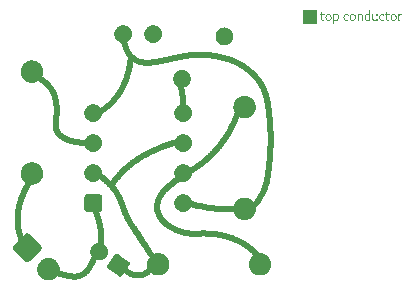
<source format=gtl>
G04                                                      *
G04 Greetings!                                           *
G04 This Gerber was generated by PCBmodE, an open source *
G04 PCB design software. Get it here:                    *
G04                                                      *
G04   http://pcbmode.com                                 *
G04                                                      *
G04 Also visit                                           *
G04                                                      *
G04   http://boldport.com                                *
G04                                                      *
G04 and follow @boldport / @pcbmode for updates!         *
G04                                                      *

G04 leading zeros omitted (L); absolute data (A); 6 integer digits and 6 fractional digits *
%FSLAX66Y66*%

G04 mode (MO): millimeters (MM) *
%MOMM*%

G04 Aperture definitions *
%ADD10C,0.001X*%
%ADD11C,0.001X*%
%ADD20C,0.80X*%
%ADD22C,1.00X*%
%ADD21C,0.50X*%

%LPC*%
D20*
G01X12525547Y-0000156D02*
G01X12525547Y-0000156D01*
G01X12462759Y-0000000D01*
G01X12399991Y-0000160D01*
G01X12337244Y-0000635D01*
G01X12274519Y-0001426D01*
G01X12211818Y-0002531D01*
G01X12149141Y-0003952D01*
G01X12086490Y-0005686D01*
G01X12023866Y-0007735D01*
G01X11961270Y-0010097D01*
G01X11898702Y-0012773D01*
G01X11836165Y-0015761D01*
G01X11773660Y-0019063D01*
G01X11711186Y-0022677D01*
G01X11648747Y-0026603D01*
G01X11586342Y-0030841D01*
G01X11523972Y-0035390D01*
G01X11461640Y-0040251D01*
G01X11399346Y-0045423D01*
G01X11337090Y-0050905D01*
G01X11274876Y-0056698D01*
G01X11212702Y-0062801D01*
G01X11150571Y-0069213D01*
G01X11088484Y-0075935D01*
G01X11026441Y-0082965D01*
G01X10964444Y-0090305D01*
G01X10902495Y-0097953D01*
G01X10840593Y-0105909D01*
G01X10778741Y-0114173D01*
G01X10716939Y-0122745D01*
G01X10655188Y-0131624D01*
G01X10593490Y-0140809D01*
G01X10531846Y-0150302D01*
G01X10470257Y-0160100D01*
G01X10408723Y-0170205D01*
G01X10347247Y-0180615D01*
G01X10285829Y-0191331D01*
G01X10224471Y-0202352D01*
G01X10163172Y-0213677D01*
G01X10101936Y-0225307D01*
G01X10040762Y-0237242D01*
G01X9979652Y-0249480D01*
G01X9918607Y-0262021D01*
G01X9857628Y-0274866D01*
G01X9796716Y-0288013D01*
G01X9735872Y-0301464D01*
G01X9675098Y-0315216D01*
G01X9614394Y-0329271D01*
G01X9553763Y-0343627D01*
G01X9493204Y-0358284D01*
G01X9432718Y-0373243D01*
G01X9372308Y-0388502D01*
G01X9311974Y-0404062D01*
G01X9251718Y-0419922D01*
G01X9191539Y-0436082D01*
G01X9131441Y-0452541D01*
G01X9071423Y-0469299D01*
G01X9011486Y-0486357D01*
G01X8951633Y-0503713D01*
G01X8891864Y-0521367D01*
G01X8832179Y-0539319D01*
G01X8772581Y-0557569D01*
G01X8713071Y-0576116D01*
G01X8653649Y-0594961D01*
G01X8594316Y-0614102D01*
G01X8535074Y-0633539D01*
G01X8475925Y-0653273D01*
G01X8416868Y-0673302D01*
G01X8357905Y-0693627D01*
G01X8299037Y-0714247D01*
G01X8240266Y-0735162D01*
G01X8181593Y-0756371D01*
G01X8123018Y-0777875D01*
G01X8064542Y-0799673D01*
G01X8006168Y-0821764D01*
G01X7947895Y-0844149D01*
G01X7889726Y-0866827D01*
G01X7831660Y-0889798D01*
G01X7773700Y-0913060D01*
G01X7715847Y-0936616D01*
G01X7658101Y-0960462D01*
G01X7600464Y-0984601D01*
G01X7542936Y-1009030D01*
G01X7485520Y-1033751D01*
G01X7428216Y-1058762D01*
G01X7371024Y-1084063D01*
G01X7313947Y-1109654D01*
G01X7256986Y-1135535D01*
G01X7200141Y-1161705D01*
G01X7143414Y-1188164D01*
G01X7086805Y-1214912D01*
G01X7030317Y-1241949D01*
G01X6973949Y-1269273D01*
G01X6917704Y-1296885D01*
G01X6861581Y-1324785D01*
G01X6805584Y-1352972D01*
G01X6749711Y-1381446D01*
G01X6693966Y-1410206D01*
G01X6638348Y-1439253D01*
G01X6582859Y-1468585D01*
G01X6527500Y-1498203D01*
G01X6527500Y-1498203D01*
G01X6527500Y-1498203D01*
G01X6487026Y-1459566D01*
G01X6446014Y-1421623D01*
G01X6404473Y-1384381D01*
G01X6362411Y-1347842D01*
G01X6319839Y-1312012D01*
G01X6276766Y-1276893D01*
G01X6233201Y-1242491D01*
G01X6189153Y-1208810D01*
G01X6144631Y-1175853D01*
G01X6099645Y-1143625D01*
G01X6054203Y-1112130D01*
G01X6008316Y-1081372D01*
G01X5961992Y-1051356D01*
G01X5915241Y-1022086D01*
G01X5868072Y-0993565D01*
G01X5820494Y-0965798D01*
G01X5772516Y-0938789D01*
G01X5724147Y-0912543D01*
G01X5675398Y-0887063D01*
G01X5626277Y-0862354D01*
G01X5576792Y-0838419D01*
G01X5526955Y-0815264D01*
G01X5476773Y-0792891D01*
G01X5426257Y-0771307D01*
G01X5375414Y-0750513D01*
G01X5324255Y-0730516D01*
G01X5272789Y-0711318D01*
G01X5221026Y-0692925D01*
G01X5168973Y-0675339D01*
G01X5116641Y-0658567D01*
G01X5064038Y-0642610D01*
G01X5011175Y-0627475D01*
G01X4958060Y-0613165D01*
G01X4904702Y-0599683D01*
G01X4851112Y-0587035D01*
G01X4797297Y-0575225D01*
G01X4743267Y-0564256D01*
G01X4689032Y-0554133D01*
G01X4634601Y-0544860D01*
G01X4579983Y-0536442D01*
G01X4525186Y-0528881D01*
G01X4470222Y-0522184D01*
G01X4415098Y-0516353D01*
G01X4359824Y-0511393D01*
G01X4304409Y-0507308D01*
G01X4248863Y-0504102D01*
G01X4193194Y-0501780D01*
G01X4137413Y-0500346D01*
G01X4081527Y-0499803D01*
G01X4025547Y-0500156D01*
G01X4025547Y-0500156D01*
G01X4025547Y-0500156D01*
G01X3967263Y-0500629D01*
G01X3909208Y-0502041D01*
G01X3851387Y-0504386D01*
G01X3793808Y-0507657D01*
G01X3736480Y-0511846D01*
G01X3679408Y-0516946D01*
G01X3622600Y-0522950D01*
G01X3566064Y-0529851D01*
G01X3509806Y-0537640D01*
G01X3453835Y-0546311D01*
G01X3398156Y-0555857D01*
G01X3342779Y-0566271D01*
G01X3287709Y-0577544D01*
G01X3232954Y-0589671D01*
G01X3178521Y-0602643D01*
G01X3124418Y-0616453D01*
G01X3070652Y-0631094D01*
G01X3017230Y-0646560D01*
G01X2964159Y-0662841D01*
G01X2911447Y-0679932D01*
G01X2859101Y-0697825D01*
G01X2807129Y-0716512D01*
G01X2755536Y-0735988D01*
G01X2704331Y-0756243D01*
G01X2653522Y-0777271D01*
G01X2603114Y-0799065D01*
G01X2553116Y-0821617D01*
G01X2503535Y-0844920D01*
G01X2454378Y-0868967D01*
G01X2405653Y-0893751D01*
G01X2357366Y-0919264D01*
G01X2309524Y-0945499D01*
G01X2262136Y-0972448D01*
G01X2215209Y-1000105D01*
G01X2168749Y-1028463D01*
G01X2122764Y-1057513D01*
G01X2077261Y-1087250D01*
G01X2032247Y-1117664D01*
G01X1987731Y-1148750D01*
G01X1943718Y-1180499D01*
G01X1900217Y-1212906D01*
G01X1857234Y-1245961D01*
G01X1814777Y-1279659D01*
G01X1772853Y-1313992D01*
G01X1731469Y-1348952D01*
G01X1690633Y-1384532D01*
G01X1650352Y-1420725D01*
G01X1610633Y-1457525D01*
G01X1571484Y-1494922D01*
G01X1532911Y-1532911D01*
G01X1494922Y-1571484D01*
G01X1457525Y-1610633D01*
G01X1420725Y-1650352D01*
G01X1384532Y-1690633D01*
G01X1348952Y-1731469D01*
G01X1313992Y-1772853D01*
G01X1279659Y-1814777D01*
G01X1245961Y-1857234D01*
G01X1212906Y-1900217D01*
G01X1180499Y-1943718D01*
G01X1148750Y-1987731D01*
G01X1117664Y-2032247D01*
G01X1087250Y-2077261D01*
G01X1057513Y-2122764D01*
G01X1028463Y-2168749D01*
G01X1000105Y-2215209D01*
G01X0972448Y-2262136D01*
G01X0945499Y-2309524D01*
G01X0919264Y-2357366D01*
G01X0893751Y-2405653D01*
G01X0868967Y-2454378D01*
G01X0844920Y-2503535D01*
G01X0821617Y-2553116D01*
G01X0799065Y-2603114D01*
G01X0777271Y-2653522D01*
G01X0756243Y-2704331D01*
G01X0735988Y-2755536D01*
G01X0716512Y-2807129D01*
G01X0697825Y-2859101D01*
G01X0679932Y-2911447D01*
G01X0662841Y-2964159D01*
G01X0646560Y-3017230D01*
G01X0631094Y-3070652D01*
G01X0616453Y-3124418D01*
G01X0602643Y-3178521D01*
G01X0589671Y-3232954D01*
G01X0577544Y-3287709D01*
G01X0566271Y-3342779D01*
G01X0555857Y-3398156D01*
G01X0546311Y-3453835D01*
G01X0537640Y-3509806D01*
G01X0529851Y-3566064D01*
G01X0522950Y-3622600D01*
G01X0516946Y-3679408D01*
G01X0511846Y-3736480D01*
G01X0507657Y-3793808D01*
G01X0504386Y-3851387D01*
G01X0502041Y-3909208D01*
G01X0500629Y-3967263D01*
G01X0500156Y-4025547D01*
G01X0500156Y-4025547D01*
G01X0500156Y-4025547D01*
G01X0499803Y-4081527D01*
G01X0500345Y-4137413D01*
G01X0501780Y-4193194D01*
G01X0504102Y-4248863D01*
G01X0507307Y-4304409D01*
G01X0511392Y-4359824D01*
G01X0516352Y-4415098D01*
G01X0522183Y-4470222D01*
G01X0528881Y-4525186D01*
G01X0536441Y-4579983D01*
G01X0544859Y-4634601D01*
G01X0554132Y-4689032D01*
G01X0564255Y-4743267D01*
G01X0575224Y-4797297D01*
G01X0587034Y-4851112D01*
G01X0599682Y-4904702D01*
G01X0613164Y-4958060D01*
G01X0627474Y-5011175D01*
G01X0642609Y-5064038D01*
G01X0658566Y-5116641D01*
G01X0675339Y-5168973D01*
G01X0692924Y-5221026D01*
G01X0711317Y-5272789D01*
G01X0730515Y-5324255D01*
G01X0750513Y-5375414D01*
G01X0771306Y-5426257D01*
G01X0792891Y-5476773D01*
G01X0815263Y-5526955D01*
G01X0838418Y-5576792D01*
G01X0862353Y-5626277D01*
G01X0887062Y-5675398D01*
G01X0912542Y-5724147D01*
G01X0938789Y-5772516D01*
G01X0965797Y-5820494D01*
G01X0993564Y-5868072D01*
G01X1022085Y-5915241D01*
G01X1051356Y-5961992D01*
G01X1081372Y-6008316D01*
G01X1112130Y-6054203D01*
G01X1143625Y-6099645D01*
G01X1175853Y-6144631D01*
G01X1208810Y-6189153D01*
G01X1242491Y-6233201D01*
G01X1276893Y-6276766D01*
G01X1312012Y-6319839D01*
G01X1347842Y-6362411D01*
G01X1384381Y-6404473D01*
G01X1421623Y-6446014D01*
G01X1459566Y-6487026D01*
G01X1498203Y-6527500D01*
G01X1498203Y-6527500D01*
G01X1498203Y-6527500D01*
G01X1468585Y-6582859D01*
G01X1439253Y-6638348D01*
G01X1410206Y-6693966D01*
G01X1381446Y-6749711D01*
G01X1352972Y-6805584D01*
G01X1324785Y-6861581D01*
G01X1296885Y-6917704D01*
G01X1269273Y-6973949D01*
G01X1241949Y-7030317D01*
G01X1214912Y-7086805D01*
G01X1188164Y-7143414D01*
G01X1161705Y-7200141D01*
G01X1135535Y-7256986D01*
G01X1109654Y-7313947D01*
G01X1084063Y-7371024D01*
G01X1058762Y-7428216D01*
G01X1033751Y-7485520D01*
G01X1009030Y-7542936D01*
G01X0984600Y-7600464D01*
G01X0960462Y-7658101D01*
G01X0936615Y-7715847D01*
G01X0913060Y-7773700D01*
G01X0889797Y-7831660D01*
G01X0866827Y-7889726D01*
G01X0844149Y-7947895D01*
G01X0821764Y-8006168D01*
G01X0799672Y-8064542D01*
G01X0777875Y-8123018D01*
G01X0756371Y-8181593D01*
G01X0735161Y-8240266D01*
G01X0714246Y-8299037D01*
G01X0693626Y-8357905D01*
G01X0673301Y-8416868D01*
G01X0653272Y-8475925D01*
G01X0633538Y-8535074D01*
G01X0614101Y-8594316D01*
G01X0594960Y-8653649D01*
G01X0576115Y-8713071D01*
G01X0557568Y-8772581D01*
G01X0539318Y-8832179D01*
G01X0521366Y-8891864D01*
G01X0503712Y-8951633D01*
G01X0486356Y-9011486D01*
G01X0469298Y-9071423D01*
G01X0452540Y-9131441D01*
G01X0436081Y-9191539D01*
G01X0419921Y-9251718D01*
G01X0404061Y-9311974D01*
G01X0388501Y-9372308D01*
G01X0373242Y-9432718D01*
G01X0358283Y-9493204D01*
G01X0343626Y-9553763D01*
G01X0329269Y-9614394D01*
G01X0315215Y-9675098D01*
G01X0301462Y-9735872D01*
G01X0288012Y-9796716D01*
G01X0274865Y-9857628D01*
G01X0262020Y-9918607D01*
G01X0249478Y-9979652D01*
G01X0237240Y-10040762D01*
G01X0225306Y-10101936D01*
G01X0213676Y-10163172D01*
G01X0202351Y-10224471D01*
G01X0191330Y-10285829D01*
G01X0180614Y-10347247D01*
G01X0170204Y-10408723D01*
G01X0160099Y-10470257D01*
G01X0150300Y-10531846D01*
G01X0140808Y-10593490D01*
G01X0131622Y-10655188D01*
G01X0122744Y-10716939D01*
G01X0114172Y-10778741D01*
G01X0105908Y-10840593D01*
G01X0097952Y-10902495D01*
G01X0090304Y-10964444D01*
G01X0082964Y-11026441D01*
G01X0075933Y-11088484D01*
G01X0069212Y-11150571D01*
G01X0062799Y-11212702D01*
G01X0056697Y-11274876D01*
G01X0050904Y-11337090D01*
G01X0045422Y-11399346D01*
G01X0040250Y-11461640D01*
G01X0035389Y-11523972D01*
G01X0030840Y-11586342D01*
G01X0026602Y-11648747D01*
G01X0022676Y-11711186D01*
G01X0019062Y-11773660D01*
G01X0015760Y-11836165D01*
G01X0012772Y-11898702D01*
G01X0010096Y-11961270D01*
G01X0007734Y-12023866D01*
G01X0005686Y-12086490D01*
G01X0003951Y-12149141D01*
G01X0002531Y-12211818D01*
G01X0001426Y-12274519D01*
G01X0000635Y-12337244D01*
G01X0000160Y-12399991D01*
G01X0000000Y-12462759D01*
G01X0000156Y-12525547D01*
G01X0000156Y-12525547D01*
G01X0000156Y-12525547D01*
G01X0000000Y-12588335D01*
G01X0000160Y-12651104D01*
G01X0000635Y-12713851D01*
G01X0001426Y-12776575D01*
G01X0002531Y-12839277D01*
G01X0003952Y-12901953D01*
G01X0005686Y-12964604D01*
G01X0007735Y-13027228D01*
G01X0010097Y-13089825D01*
G01X0012773Y-13152392D01*
G01X0015761Y-13214929D01*
G01X0019063Y-13277435D01*
G01X0022677Y-13339908D01*
G01X0026603Y-13402348D01*
G01X0030841Y-13464753D01*
G01X0035390Y-13527122D01*
G01X0040251Y-13589454D01*
G01X0045423Y-13651749D01*
G01X0050905Y-13714004D01*
G01X0056698Y-13776219D01*
G01X0062801Y-13838392D01*
G01X0069213Y-13900523D01*
G01X0075935Y-13962611D01*
G01X0082965Y-14024653D01*
G01X0090305Y-14086650D01*
G01X0097953Y-14148600D01*
G01X0105909Y-14210501D01*
G01X0114173Y-14272354D01*
G01X0122745Y-14334156D01*
G01X0131624Y-14395906D01*
G01X0140809Y-14457604D01*
G01X0150302Y-14519248D01*
G01X0160100Y-14580837D01*
G01X0170205Y-14642371D01*
G01X0180615Y-14703847D01*
G01X0191331Y-14765265D01*
G01X0202352Y-14826624D01*
G01X0213677Y-14887922D01*
G01X0225307Y-14949159D01*
G01X0237242Y-15010332D01*
G01X0249480Y-15071443D01*
G01X0262021Y-15132488D01*
G01X0274866Y-15193467D01*
G01X0288013Y-15254379D01*
G01X0301464Y-15315222D01*
G01X0315216Y-15375996D01*
G01X0329271Y-15436700D01*
G01X0343627Y-15497332D01*
G01X0358284Y-15557891D01*
G01X0373243Y-15618376D01*
G01X0388502Y-15678786D01*
G01X0404062Y-15739120D01*
G01X0419922Y-15799377D01*
G01X0436082Y-15859555D01*
G01X0452541Y-15919654D01*
G01X0469299Y-15979672D01*
G01X0486357Y-16039608D01*
G01X0503713Y-16099461D01*
G01X0521367Y-16159231D01*
G01X0539319Y-16218915D01*
G01X0557569Y-16278513D01*
G01X0576116Y-16338024D01*
G01X0594961Y-16397446D01*
G01X0614102Y-16456778D01*
G01X0633539Y-16516020D01*
G01X0653273Y-16575170D01*
G01X0673302Y-16634227D01*
G01X0693627Y-16693189D01*
G01X0714247Y-16752057D01*
G01X0735162Y-16810828D01*
G01X0756371Y-16869502D01*
G01X0777875Y-16928077D01*
G01X0799673Y-16986552D01*
G01X0821764Y-17044927D01*
G01X0844149Y-17103199D01*
G01X0866827Y-17161369D01*
G01X0889798Y-17219434D01*
G01X0913060Y-17277394D01*
G01X0936616Y-17335247D01*
G01X0960462Y-17392993D01*
G01X0984601Y-17450631D01*
G01X1009030Y-17508158D01*
G01X1033751Y-17565574D01*
G01X1058762Y-17622879D01*
G01X1084063Y-17680070D01*
G01X1109654Y-17737147D01*
G01X1135535Y-17794108D01*
G01X1161705Y-17850953D01*
G01X1188164Y-17907681D01*
G01X1214912Y-17964289D01*
G01X1241949Y-18020778D01*
G01X1269273Y-18077145D01*
G01X1296885Y-18133391D01*
G01X1324785Y-18189513D01*
G01X1352972Y-18245511D01*
G01X1381446Y-18301383D01*
G01X1410206Y-18357128D01*
G01X1439253Y-18412746D01*
G01X1468585Y-18468235D01*
G01X1498203Y-18523594D01*
G01X1498203Y-18523594D01*
G01X1498203Y-18523594D01*
G01X1459566Y-18564068D01*
G01X1421623Y-18605080D01*
G01X1384381Y-18646622D01*
G01X1347842Y-18688683D01*
G01X1312012Y-18731255D01*
G01X1276893Y-18774328D01*
G01X1242491Y-18817893D01*
G01X1208810Y-18861942D01*
G01X1175853Y-18906463D01*
G01X1143625Y-18951450D01*
G01X1112130Y-18996891D01*
G01X1081372Y-19042778D01*
G01X1051356Y-19089102D01*
G01X1022086Y-19135853D01*
G01X0993565Y-19183022D01*
G01X0965798Y-19230601D01*
G01X0938789Y-19278579D01*
G01X0912543Y-19326947D01*
G01X0887063Y-19375696D01*
G01X0862354Y-19424818D01*
G01X0838419Y-19474302D01*
G01X0815264Y-19524139D01*
G01X0792891Y-19574321D01*
G01X0771307Y-19624838D01*
G01X0750513Y-19675680D01*
G01X0730516Y-19726839D01*
G01X0711318Y-19778305D01*
G01X0692925Y-19830069D01*
G01X0675339Y-19882121D01*
G01X0658567Y-19934454D01*
G01X0642610Y-19987056D01*
G01X0627475Y-20039919D01*
G01X0613165Y-20093034D01*
G01X0599683Y-20146392D01*
G01X0587035Y-20199983D01*
G01X0575225Y-20253798D01*
G01X0564256Y-20307827D01*
G01X0554133Y-20362062D01*
G01X0544860Y-20416493D01*
G01X0536442Y-20471112D01*
G01X0528881Y-20525908D01*
G01X0522184Y-20580873D01*
G01X0516353Y-20635996D01*
G01X0511393Y-20691270D01*
G01X0507308Y-20746685D01*
G01X0504102Y-20802231D01*
G01X0501780Y-20857900D01*
G01X0500346Y-20913682D01*
G01X0499803Y-20969567D01*
G01X0500156Y-21025547D01*
G01X0500156Y-21025547D01*
G01X0500156Y-21025547D01*
G01X0500629Y-21083831D01*
G01X0502041Y-21141887D01*
G01X0504386Y-21199708D01*
G01X0507657Y-21257286D01*
G01X0511846Y-21314615D01*
G01X0516946Y-21371687D01*
G01X0522950Y-21428494D01*
G01X0529851Y-21485031D01*
G01X0537640Y-21541288D01*
G01X0546311Y-21597260D01*
G01X0555857Y-21652938D01*
G01X0566271Y-21708316D01*
G01X0577544Y-21763386D01*
G01X0589671Y-21818140D01*
G01X0602643Y-21872573D01*
G01X0616453Y-21926676D01*
G01X0631094Y-21980442D01*
G01X0646560Y-22033864D01*
G01X0662841Y-22086935D01*
G01X0679932Y-22139647D01*
G01X0697825Y-22191993D01*
G01X0716512Y-22243966D01*
G01X0735988Y-22295558D01*
G01X0756243Y-22346763D01*
G01X0777271Y-22397573D01*
G01X0799065Y-22447980D01*
G01X0821617Y-22497978D01*
G01X0844920Y-22547559D01*
G01X0868967Y-22596716D01*
G01X0893751Y-22645442D01*
G01X0919264Y-22693729D01*
G01X0945499Y-22741570D01*
G01X0972448Y-22788958D01*
G01X1000105Y-22835886D01*
G01X1028463Y-22882346D01*
G01X1057513Y-22928331D01*
G01X1087250Y-22973834D01*
G01X1117664Y-23018847D01*
G01X1148750Y-23063364D01*
G01X1180499Y-23107376D01*
G01X1212906Y-23150878D01*
G01X1245961Y-23193860D01*
G01X1279659Y-23236317D01*
G01X1313992Y-23278241D01*
G01X1348952Y-23319625D01*
G01X1384532Y-23360461D01*
G01X1420725Y-23400742D01*
G01X1457525Y-23440461D01*
G01X1494922Y-23479610D01*
G01X1532911Y-23518183D01*
G01X1571484Y-23556172D01*
G01X1610633Y-23593570D01*
G01X1650352Y-23630369D01*
G01X1690633Y-23666562D01*
G01X1731469Y-23702143D01*
G01X1772853Y-23737103D01*
G01X1814777Y-23771435D01*
G01X1857234Y-23805133D01*
G01X1900217Y-23838189D01*
G01X1943718Y-23870595D01*
G01X1987731Y-23902344D01*
G01X2032247Y-23933430D01*
G01X2077261Y-23963845D01*
G01X2122764Y-23993581D01*
G01X2168749Y-24022631D01*
G01X2215209Y-24050989D01*
G01X2262136Y-24078646D01*
G01X2309524Y-24105596D01*
G01X2357366Y-24131831D01*
G01X2405653Y-24157344D01*
G01X2454378Y-24182127D01*
G01X2503535Y-24206174D01*
G01X2553116Y-24229478D01*
G01X2603114Y-24252030D01*
G01X2653522Y-24273823D01*
G01X2704331Y-24294852D01*
G01X2755536Y-24315107D01*
G01X2807129Y-24334582D01*
G01X2859101Y-24353269D01*
G01X2911447Y-24371162D01*
G01X2964159Y-24388253D01*
G01X3017230Y-24404535D01*
G01X3070652Y-24420000D01*
G01X3124418Y-24434641D01*
G01X3178521Y-24448452D01*
G01X3232954Y-24461424D01*
G01X3287709Y-24473550D01*
G01X3342779Y-24484823D01*
G01X3398156Y-24495237D01*
G01X3453835Y-24504783D01*
G01X3509806Y-24513454D01*
G01X3566064Y-24521244D01*
G01X3622600Y-24528144D01*
G01X3679408Y-24534148D01*
G01X3736480Y-24539248D01*
G01X3793808Y-24543437D01*
G01X3851387Y-24546708D01*
G01X3909208Y-24549053D01*
G01X3967263Y-24550466D01*
G01X4025547Y-24550938D01*
G01X4025547Y-24550938D01*
G01X4025547Y-24550938D01*
G01X4081527Y-24551292D01*
G01X4137413Y-24550749D01*
G01X4193194Y-24549315D01*
G01X4248863Y-24546992D01*
G01X4304409Y-24543787D01*
G01X4359824Y-24539702D01*
G01X4415098Y-24534742D01*
G01X4470222Y-24528911D01*
G01X4525186Y-24522214D01*
G01X4579983Y-24514653D01*
G01X4634601Y-24506235D01*
G01X4689032Y-24496962D01*
G01X4743267Y-24486839D01*
G01X4797297Y-24475870D01*
G01X4851112Y-24464060D01*
G01X4904702Y-24451412D01*
G01X4958060Y-24437931D01*
G01X5011175Y-24423620D01*
G01X5064038Y-24408485D01*
G01X5116641Y-24392529D01*
G01X5168973Y-24375756D01*
G01X5221026Y-24358170D01*
G01X5272789Y-24339777D01*
G01X5324255Y-24320579D01*
G01X5375414Y-24300582D01*
G01X5426257Y-24279788D01*
G01X5476773Y-24258203D01*
G01X5526955Y-24235831D01*
G01X5576792Y-24212676D01*
G01X5626277Y-24188741D01*
G01X5675398Y-24164032D01*
G01X5724147Y-24138552D01*
G01X5772516Y-24112306D01*
G01X5820494Y-24085297D01*
G01X5868072Y-24057530D01*
G01X5915241Y-24029009D01*
G01X5961992Y-23999738D01*
G01X6008316Y-23969722D01*
G01X6054203Y-23938965D01*
G01X6099645Y-23907470D01*
G01X6144631Y-23875242D01*
G01X6189153Y-23842285D01*
G01X6233201Y-23808603D01*
G01X6276766Y-23774201D01*
G01X6319839Y-23739083D01*
G01X6362411Y-23703252D01*
G01X6404473Y-23666713D01*
G01X6446014Y-23629471D01*
G01X6487026Y-23591529D01*
G01X6527500Y-23552891D01*
G01X6527500Y-23552891D01*
G01X6527500Y-23552891D01*
G01X6582859Y-23582509D01*
G01X6638348Y-23611842D01*
G01X6693966Y-23640888D01*
G01X6749711Y-23669649D01*
G01X6805584Y-23698122D01*
G01X6861581Y-23726309D01*
G01X6917704Y-23754209D01*
G01X6973949Y-23781821D01*
G01X7030317Y-23809146D01*
G01X7086805Y-23836182D01*
G01X7143414Y-23862930D01*
G01X7200141Y-23889389D01*
G01X7256986Y-23915559D01*
G01X7313947Y-23941440D01*
G01X7371024Y-23967032D01*
G01X7428216Y-23992333D01*
G01X7485520Y-24017344D01*
G01X7542936Y-24042064D01*
G01X7600464Y-24066494D01*
G01X7658101Y-24090632D01*
G01X7715847Y-24114479D01*
G01X7773700Y-24138034D01*
G01X7831660Y-24161297D01*
G01X7889726Y-24184268D01*
G01X7947895Y-24206946D01*
G01X8006168Y-24229330D01*
G01X8064542Y-24251422D01*
G01X8123018Y-24273220D01*
G01X8181593Y-24294723D01*
G01X8240266Y-24315933D01*
G01X8299037Y-24336848D01*
G01X8357905Y-24357468D01*
G01X8416868Y-24377793D01*
G01X8475925Y-24397822D01*
G01X8535074Y-24417556D01*
G01X8594316Y-24436994D01*
G01X8653649Y-24456135D01*
G01X8713071Y-24474979D01*
G01X8772581Y-24493526D01*
G01X8832179Y-24511776D01*
G01X8891864Y-24529728D01*
G01X8951633Y-24547383D01*
G01X9011486Y-24564738D01*
G01X9071423Y-24581796D01*
G01X9131441Y-24598554D01*
G01X9191539Y-24615014D01*
G01X9251718Y-24631173D01*
G01X9311974Y-24647033D01*
G01X9372308Y-24662593D01*
G01X9432718Y-24677853D01*
G01X9493204Y-24692811D01*
G01X9553763Y-24707469D01*
G01X9614394Y-24721825D01*
G01X9675098Y-24735879D01*
G01X9735872Y-24749632D01*
G01X9796716Y-24763082D01*
G01X9857628Y-24776230D01*
G01X9918607Y-24789075D01*
G01X9979652Y-24801616D01*
G01X10040762Y-24813854D01*
G01X10101936Y-24825788D01*
G01X10163172Y-24837418D01*
G01X10224471Y-24848744D01*
G01X10285829Y-24859764D01*
G01X10347247Y-24870480D01*
G01X10408723Y-24880891D01*
G01X10470257Y-24890995D01*
G01X10531846Y-24900794D01*
G01X10593490Y-24910286D01*
G01X10655188Y-24919472D01*
G01X10716939Y-24928351D01*
G01X10778741Y-24936922D01*
G01X10840593Y-24945186D01*
G01X10902495Y-24953142D01*
G01X10964444Y-24960791D01*
G01X11026441Y-24968130D01*
G01X11088484Y-24975161D01*
G01X11150571Y-24981883D01*
G01X11212702Y-24988295D01*
G01X11274876Y-24994398D01*
G01X11337090Y-25000190D01*
G01X11399346Y-25005673D01*
G01X11461640Y-25010844D01*
G01X11523972Y-25015705D01*
G01X11586342Y-25020254D01*
G01X11648747Y-25024492D01*
G01X11711186Y-25028418D01*
G01X11773660Y-25032032D01*
G01X11836165Y-25035334D01*
G01X11898702Y-25038323D01*
G01X11961270Y-25040998D01*
G01X12023866Y-25043360D01*
G01X12086490Y-25045409D01*
G01X12149141Y-25047143D01*
G01X12211818Y-25048563D01*
G01X12274519Y-25049669D01*
G01X12337244Y-25050459D01*
G01X12399991Y-25050935D01*
G01X12462759Y-25051094D01*
G01X12525547Y-25050938D01*
G01X12525547Y-25050938D01*
G01X12525547Y-25050938D01*
G01X12588335Y-25051094D01*
G01X12651104Y-25050934D01*
G01X12713851Y-25050459D01*
G01X12776575Y-25049668D01*
G01X12839277Y-25048563D01*
G01X12901953Y-25047143D01*
G01X12964604Y-25045408D01*
G01X13027228Y-25043360D01*
G01X13089825Y-25040997D01*
G01X13152392Y-25038322D01*
G01X13214929Y-25035333D01*
G01X13277435Y-25032032D01*
G01X13339908Y-25028418D01*
G01X13402348Y-25024491D01*
G01X13464753Y-25020253D01*
G01X13527122Y-25015704D01*
G01X13589454Y-25010843D01*
G01X13651749Y-25005671D01*
G01X13714004Y-25000189D01*
G01X13776219Y-24994396D01*
G01X13838392Y-24988294D01*
G01X13900523Y-24981881D01*
G01X13962611Y-24975160D01*
G01X14024653Y-24968129D01*
G01X14086650Y-24960789D01*
G01X14148600Y-24953141D01*
G01X14210501Y-24945185D01*
G01X14272354Y-24936921D01*
G01X14334156Y-24928349D01*
G01X14395906Y-24919471D01*
G01X14457604Y-24910285D01*
G01X14519248Y-24900792D01*
G01X14580837Y-24890994D01*
G01X14642371Y-24880889D01*
G01X14703847Y-24870479D01*
G01X14765265Y-24859763D01*
G01X14826624Y-24848742D01*
G01X14887922Y-24837417D01*
G01X14949159Y-24825787D01*
G01X15010332Y-24813853D01*
G01X15071443Y-24801615D01*
G01X15132488Y-24789073D01*
G01X15193467Y-24776229D01*
G01X15254379Y-24763081D01*
G01X15315222Y-24749631D01*
G01X15375996Y-24735878D01*
G01X15436700Y-24721824D01*
G01X15497332Y-24707468D01*
G01X15557891Y-24692810D01*
G01X15618376Y-24677851D01*
G01X15678786Y-24662592D01*
G01X15739120Y-24647032D01*
G01X15799377Y-24631172D01*
G01X15859555Y-24615013D01*
G01X15919654Y-24598553D01*
G01X15979672Y-24581795D01*
G01X16039608Y-24564738D01*
G01X16099461Y-24547382D01*
G01X16159231Y-24529727D01*
G01X16218915Y-24511775D01*
G01X16278513Y-24493525D01*
G01X16338024Y-24474978D01*
G01X16397446Y-24456134D01*
G01X16456778Y-24436993D01*
G01X16516020Y-24417555D01*
G01X16575170Y-24397822D01*
G01X16634227Y-24377792D01*
G01X16693189Y-24357468D01*
G01X16752057Y-24336847D01*
G01X16810828Y-24315932D01*
G01X16869502Y-24294723D01*
G01X16928077Y-24273219D01*
G01X16986552Y-24251421D01*
G01X17044927Y-24229330D01*
G01X17103199Y-24206945D01*
G01X17161369Y-24184267D01*
G01X17219434Y-24161297D01*
G01X17277394Y-24138034D01*
G01X17335247Y-24114479D01*
G01X17392993Y-24090632D01*
G01X17450631Y-24066494D01*
G01X17508158Y-24042064D01*
G01X17565574Y-24017344D01*
G01X17622879Y-23992333D01*
G01X17680070Y-23967031D01*
G01X17737147Y-23941440D01*
G01X17794108Y-23915559D01*
G01X17850953Y-23889389D01*
G01X17907681Y-23862930D01*
G01X17964289Y-23836182D01*
G01X18020778Y-23809146D01*
G01X18077145Y-23781821D01*
G01X18133391Y-23754209D01*
G01X18189513Y-23726309D01*
G01X18245511Y-23698122D01*
G01X18301383Y-23669649D01*
G01X18357128Y-23640888D01*
G01X18412746Y-23611842D01*
G01X18468235Y-23582509D01*
G01X18523594Y-23552891D01*
G01X18523594Y-23552891D01*
G01X18523594Y-23552891D01*
G01X18564068Y-23591529D01*
G01X18605080Y-23629471D01*
G01X18646622Y-23666713D01*
G01X18688683Y-23703252D01*
G01X18731255Y-23739083D01*
G01X18774328Y-23774201D01*
G01X18817893Y-23808603D01*
G01X18861942Y-23842285D01*
G01X18906463Y-23875241D01*
G01X18951450Y-23907469D01*
G01X18996891Y-23938964D01*
G01X19042778Y-23969722D01*
G01X19089102Y-23999738D01*
G01X19135853Y-24029009D01*
G01X19183022Y-24057530D01*
G01X19230601Y-24085296D01*
G01X19278579Y-24112305D01*
G01X19326947Y-24138552D01*
G01X19375696Y-24164032D01*
G01X19424818Y-24188741D01*
G01X19474302Y-24212675D01*
G01X19524139Y-24235831D01*
G01X19574321Y-24258203D01*
G01X19624838Y-24279788D01*
G01X19675680Y-24300581D01*
G01X19726839Y-24320578D01*
G01X19778305Y-24339776D01*
G01X19830069Y-24358170D01*
G01X19882121Y-24375755D01*
G01X19934454Y-24392528D01*
G01X19987056Y-24408484D01*
G01X20039919Y-24423619D01*
G01X20093034Y-24437930D01*
G01X20146392Y-24451411D01*
G01X20199983Y-24464059D01*
G01X20253798Y-24475870D01*
G01X20307827Y-24486838D01*
G01X20362062Y-24496961D01*
G01X20416493Y-24506234D01*
G01X20471112Y-24514653D01*
G01X20525908Y-24522213D01*
G01X20580873Y-24528911D01*
G01X20635996Y-24534742D01*
G01X20691270Y-24539702D01*
G01X20746685Y-24543786D01*
G01X20802231Y-24546992D01*
G01X20857900Y-24549314D01*
G01X20913682Y-24550749D01*
G01X20969567Y-24551291D01*
G01X21025547Y-24550938D01*
G01X21025547Y-24550938D01*
G01X21025547Y-24550938D01*
G01X21083831Y-24550466D01*
G01X21141887Y-24549053D01*
G01X21199708Y-24546708D01*
G01X21257286Y-24543437D01*
G01X21314615Y-24539248D01*
G01X21371687Y-24534148D01*
G01X21428494Y-24528144D01*
G01X21485031Y-24521244D01*
G01X21541288Y-24513454D01*
G01X21597260Y-24504783D01*
G01X21652938Y-24495237D01*
G01X21708316Y-24484823D01*
G01X21763386Y-24473550D01*
G01X21818140Y-24461424D01*
G01X21872573Y-24448452D01*
G01X21926676Y-24434641D01*
G01X21980442Y-24420000D01*
G01X22033864Y-24404535D01*
G01X22086935Y-24388253D01*
G01X22139647Y-24371162D01*
G01X22191993Y-24353269D01*
G01X22243966Y-24334582D01*
G01X22295558Y-24315107D01*
G01X22346763Y-24294852D01*
G01X22397573Y-24273823D01*
G01X22447980Y-24252030D01*
G01X22497978Y-24229478D01*
G01X22547559Y-24206174D01*
G01X22596716Y-24182127D01*
G01X22645442Y-24157344D01*
G01X22693729Y-24131831D01*
G01X22741570Y-24105596D01*
G01X22788958Y-24078646D01*
G01X22835886Y-24050989D01*
G01X22882346Y-24022631D01*
G01X22928331Y-23993581D01*
G01X22973834Y-23963845D01*
G01X23018847Y-23933430D01*
G01X23063364Y-23902344D01*
G01X23107376Y-23870595D01*
G01X23150878Y-23838189D01*
G01X23193860Y-23805133D01*
G01X23236317Y-23771435D01*
G01X23278241Y-23737103D01*
G01X23319625Y-23702143D01*
G01X23360461Y-23666562D01*
G01X23400742Y-23630369D01*
G01X23440461Y-23593570D01*
G01X23479610Y-23556172D01*
G01X23518183Y-23518183D01*
G01X23556172Y-23479610D01*
G01X23593570Y-23440461D01*
G01X23630369Y-23400742D01*
G01X23666562Y-23360461D01*
G01X23702143Y-23319625D01*
G01X23737103Y-23278241D01*
G01X23771435Y-23236317D01*
G01X23805133Y-23193860D01*
G01X23838189Y-23150878D01*
G01X23870595Y-23107376D01*
G01X23902344Y-23063364D01*
G01X23933430Y-23018847D01*
G01X23963845Y-22973834D01*
G01X23993581Y-22928331D01*
G01X24022631Y-22882346D01*
G01X24050989Y-22835886D01*
G01X24078646Y-22788958D01*
G01X24105596Y-22741570D01*
G01X24131831Y-22693729D01*
G01X24157344Y-22645442D01*
G01X24182127Y-22596716D01*
G01X24206174Y-22547559D01*
G01X24229478Y-22497978D01*
G01X24252030Y-22447980D01*
G01X24273823Y-22397573D01*
G01X24294852Y-22346763D01*
G01X24315107Y-22295558D01*
G01X24334582Y-22243966D01*
G01X24353269Y-22191993D01*
G01X24371162Y-22139647D01*
G01X24388253Y-22086935D01*
G01X24404535Y-22033864D01*
G01X24420000Y-21980442D01*
G01X24434641Y-21926676D01*
G01X24448452Y-21872573D01*
G01X24461424Y-21818140D01*
G01X24473550Y-21763386D01*
G01X24484823Y-21708316D01*
G01X24495237Y-21652938D01*
G01X24504783Y-21597260D01*
G01X24513454Y-21541288D01*
G01X24521244Y-21485031D01*
G01X24528144Y-21428494D01*
G01X24534148Y-21371687D01*
G01X24539248Y-21314615D01*
G01X24543437Y-21257286D01*
G01X24546708Y-21199708D01*
G01X24549053Y-21141887D01*
G01X24550466Y-21083831D01*
G01X24550938Y-21025547D01*
G01X24550938Y-21025547D01*
G01X24550938Y-21025547D01*
G01X24551291Y-20969567D01*
G01X24550749Y-20913682D01*
G01X24549314Y-20857900D01*
G01X24546992Y-20802231D01*
G01X24543786Y-20746685D01*
G01X24539702Y-20691270D01*
G01X24534742Y-20635996D01*
G01X24528911Y-20580873D01*
G01X24522213Y-20525908D01*
G01X24514653Y-20471112D01*
G01X24506234Y-20416493D01*
G01X24496961Y-20362062D01*
G01X24486838Y-20307827D01*
G01X24475870Y-20253798D01*
G01X24464059Y-20199983D01*
G01X24451411Y-20146392D01*
G01X24437930Y-20093034D01*
G01X24423619Y-20039919D01*
G01X24408484Y-19987056D01*
G01X24392528Y-19934454D01*
G01X24375755Y-19882121D01*
G01X24358170Y-19830069D01*
G01X24339776Y-19778305D01*
G01X24320578Y-19726839D01*
G01X24300581Y-19675680D01*
G01X24279788Y-19624838D01*
G01X24258203Y-19574321D01*
G01X24235831Y-19524139D01*
G01X24212675Y-19474302D01*
G01X24188741Y-19424818D01*
G01X24164032Y-19375696D01*
G01X24138552Y-19326947D01*
G01X24112305Y-19278579D01*
G01X24085296Y-19230601D01*
G01X24057530Y-19183022D01*
G01X24029009Y-19135853D01*
G01X23999738Y-19089102D01*
G01X23969722Y-19042778D01*
G01X23938964Y-18996891D01*
G01X23907469Y-18951450D01*
G01X23875241Y-18906463D01*
G01X23842285Y-18861942D01*
G01X23808603Y-18817893D01*
G01X23774201Y-18774328D01*
G01X23739083Y-18731255D01*
G01X23703252Y-18688683D01*
G01X23666713Y-18646622D01*
G01X23629471Y-18605080D01*
G01X23591529Y-18564068D01*
G01X23552891Y-18523594D01*
G01X23552891Y-18523594D01*
G01X23552891Y-18523594D01*
G01X23582509Y-18468235D01*
G01X23611842Y-18412746D01*
G01X23640888Y-18357128D01*
G01X23669649Y-18301383D01*
G01X23698122Y-18245511D01*
G01X23726309Y-18189513D01*
G01X23754209Y-18133391D01*
G01X23781821Y-18077145D01*
G01X23809146Y-18020778D01*
G01X23836182Y-17964289D01*
G01X23862930Y-17907681D01*
G01X23889389Y-17850953D01*
G01X23915559Y-17794108D01*
G01X23941440Y-17737147D01*
G01X23967032Y-17680070D01*
G01X23992333Y-17622879D01*
G01X24017344Y-17565574D01*
G01X24042064Y-17508158D01*
G01X24066494Y-17450631D01*
G01X24090632Y-17392993D01*
G01X24114479Y-17335247D01*
G01X24138034Y-17277394D01*
G01X24161297Y-17219434D01*
G01X24184268Y-17161369D01*
G01X24206946Y-17103199D01*
G01X24229330Y-17044927D01*
G01X24251422Y-16986552D01*
G01X24273220Y-16928077D01*
G01X24294723Y-16869502D01*
G01X24315933Y-16810828D01*
G01X24336848Y-16752057D01*
G01X24357468Y-16693189D01*
G01X24377793Y-16634227D01*
G01X24397822Y-16575170D01*
G01X24417556Y-16516020D01*
G01X24436994Y-16456778D01*
G01X24456135Y-16397446D01*
G01X24474979Y-16338024D01*
G01X24493526Y-16278513D01*
G01X24511776Y-16218915D01*
G01X24529728Y-16159231D01*
G01X24547383Y-16099461D01*
G01X24564738Y-16039608D01*
G01X24581796Y-15979672D01*
G01X24598554Y-15919654D01*
G01X24615014Y-15859555D01*
G01X24631173Y-15799377D01*
G01X24647033Y-15739120D01*
G01X24662593Y-15678786D01*
G01X24677853Y-15618376D01*
G01X24692811Y-15557891D01*
G01X24707469Y-15497332D01*
G01X24721825Y-15436700D01*
G01X24735879Y-15375996D01*
G01X24749632Y-15315222D01*
G01X24763082Y-15254379D01*
G01X24776230Y-15193467D01*
G01X24789075Y-15132488D01*
G01X24801616Y-15071443D01*
G01X24813854Y-15010332D01*
G01X24825788Y-14949159D01*
G01X24837418Y-14887922D01*
G01X24848744Y-14826624D01*
G01X24859764Y-14765265D01*
G01X24870480Y-14703847D01*
G01X24880891Y-14642371D01*
G01X24890995Y-14580837D01*
G01X24900794Y-14519248D01*
G01X24910286Y-14457604D01*
G01X24919472Y-14395906D01*
G01X24928351Y-14334156D01*
G01X24936922Y-14272354D01*
G01X24945186Y-14210501D01*
G01X24953142Y-14148600D01*
G01X24960791Y-14086650D01*
G01X24968130Y-14024653D01*
G01X24975161Y-13962611D01*
G01X24981883Y-13900523D01*
G01X24988295Y-13838392D01*
G01X24994398Y-13776219D01*
G01X25000190Y-13714004D01*
G01X25005673Y-13651749D01*
G01X25010844Y-13589454D01*
G01X25015705Y-13527122D01*
G01X25020254Y-13464753D01*
G01X25024492Y-13402348D01*
G01X25028418Y-13339908D01*
G01X25032032Y-13277435D01*
G01X25035334Y-13214929D01*
G01X25038323Y-13152392D01*
G01X25040998Y-13089825D01*
G01X25043360Y-13027228D01*
G01X25045409Y-12964604D01*
G01X25047143Y-12901953D01*
G01X25048563Y-12839277D01*
G01X25049669Y-12776575D01*
G01X25050459Y-12713851D01*
G01X25050935Y-12651104D01*
G01X25051094Y-12588335D01*
G01X25050938Y-12525547D01*
G01X25050938Y-12525547D01*
G01X25050938Y-12525547D01*
G01X25051094Y-12462759D01*
G01X25050934Y-12399991D01*
G01X25050459Y-12337244D01*
G01X25049668Y-12274519D01*
G01X25048563Y-12211818D01*
G01X25047143Y-12149141D01*
G01X25045408Y-12086490D01*
G01X25043360Y-12023866D01*
G01X25040997Y-11961270D01*
G01X25038322Y-11898702D01*
G01X25035333Y-11836165D01*
G01X25032032Y-11773660D01*
G01X25028418Y-11711186D01*
G01X25024491Y-11648747D01*
G01X25020253Y-11586342D01*
G01X25015704Y-11523972D01*
G01X25010843Y-11461640D01*
G01X25005671Y-11399346D01*
G01X25000189Y-11337090D01*
G01X24994396Y-11274876D01*
G01X24988294Y-11212702D01*
G01X24981881Y-11150571D01*
G01X24975160Y-11088484D01*
G01X24968129Y-11026441D01*
G01X24960789Y-10964444D01*
G01X24953141Y-10902495D01*
G01X24945185Y-10840593D01*
G01X24936921Y-10778741D01*
G01X24928349Y-10716939D01*
G01X24919471Y-10655188D01*
G01X24910285Y-10593490D01*
G01X24900792Y-10531846D01*
G01X24890994Y-10470257D01*
G01X24880889Y-10408723D01*
G01X24870479Y-10347247D01*
G01X24859763Y-10285829D01*
G01X24848742Y-10224471D01*
G01X24837417Y-10163172D01*
G01X24825787Y-10101936D01*
G01X24813853Y-10040762D01*
G01X24801615Y-9979652D01*
G01X24789073Y-9918607D01*
G01X24776229Y-9857628D01*
G01X24763081Y-9796716D01*
G01X24749631Y-9735872D01*
G01X24735878Y-9675098D01*
G01X24721824Y-9614394D01*
G01X24707468Y-9553763D01*
G01X24692810Y-9493204D01*
G01X24677851Y-9432718D01*
G01X24662592Y-9372308D01*
G01X24647032Y-9311974D01*
G01X24631172Y-9251718D01*
G01X24615013Y-9191539D01*
G01X24598553Y-9131441D01*
G01X24581795Y-9071423D01*
G01X24564738Y-9011486D01*
G01X24547382Y-8951633D01*
G01X24529727Y-8891864D01*
G01X24511775Y-8832179D01*
G01X24493525Y-8772581D01*
G01X24474978Y-8713071D01*
G01X24456134Y-8653649D01*
G01X24436993Y-8594316D01*
G01X24417555Y-8535074D01*
G01X24397822Y-8475925D01*
G01X24377792Y-8416868D01*
G01X24357468Y-8357905D01*
G01X24336847Y-8299037D01*
G01X24315932Y-8240266D01*
G01X24294723Y-8181593D01*
G01X24273219Y-8123018D01*
G01X24251421Y-8064542D01*
G01X24229330Y-8006168D01*
G01X24206945Y-7947895D01*
G01X24184267Y-7889726D01*
G01X24161297Y-7831660D01*
G01X24138034Y-7773700D01*
G01X24114479Y-7715847D01*
G01X24090632Y-7658101D01*
G01X24066494Y-7600464D01*
G01X24042064Y-7542936D01*
G01X24017344Y-7485520D01*
G01X23992333Y-7428216D01*
G01X23967031Y-7371024D01*
G01X23941440Y-7313947D01*
G01X23915559Y-7256986D01*
G01X23889389Y-7200141D01*
G01X23862930Y-7143414D01*
G01X23836182Y-7086805D01*
G01X23809146Y-7030317D01*
G01X23781821Y-6973949D01*
G01X23754209Y-6917704D01*
G01X23726309Y-6861581D01*
G01X23698122Y-6805584D01*
G01X23669649Y-6749711D01*
G01X23640888Y-6693966D01*
G01X23611842Y-6638348D01*
G01X23582509Y-6582859D01*
G01X23552891Y-6527500D01*
G01X23552891Y-6527500D01*
G01X23552891Y-6527500D01*
G01X23591529Y-6487026D01*
G01X23629471Y-6446014D01*
G01X23666713Y-6404473D01*
G01X23703252Y-6362411D01*
G01X23739083Y-6319839D01*
G01X23774201Y-6276766D01*
G01X23808603Y-6233201D01*
G01X23842285Y-6189153D01*
G01X23875241Y-6144631D01*
G01X23907469Y-6099645D01*
G01X23938964Y-6054203D01*
G01X23969722Y-6008316D01*
G01X23999738Y-5961992D01*
G01X24029009Y-5915241D01*
G01X24057530Y-5868072D01*
G01X24085296Y-5820494D01*
G01X24112305Y-5772516D01*
G01X24138552Y-5724147D01*
G01X24164032Y-5675398D01*
G01X24188741Y-5626277D01*
G01X24212675Y-5576792D01*
G01X24235831Y-5526955D01*
G01X24258203Y-5476773D01*
G01X24279788Y-5426257D01*
G01X24300581Y-5375414D01*
G01X24320578Y-5324255D01*
G01X24339776Y-5272789D01*
G01X24358170Y-5221026D01*
G01X24375755Y-5168973D01*
G01X24392528Y-5116641D01*
G01X24408484Y-5064038D01*
G01X24423619Y-5011175D01*
G01X24437930Y-4958060D01*
G01X24451411Y-4904702D01*
G01X24464059Y-4851112D01*
G01X24475870Y-4797297D01*
G01X24486838Y-4743267D01*
G01X24496961Y-4689032D01*
G01X24506234Y-4634601D01*
G01X24514653Y-4579983D01*
G01X24522213Y-4525186D01*
G01X24528911Y-4470222D01*
G01X24534742Y-4415098D01*
G01X24539702Y-4359824D01*
G01X24543786Y-4304409D01*
G01X24546992Y-4248863D01*
G01X24549314Y-4193194D01*
G01X24550749Y-4137413D01*
G01X24551291Y-4081527D01*
G01X24550938Y-4025547D01*
G01X24550938Y-4025547D01*
G01X24550938Y-4025547D01*
G01X24550466Y-3967263D01*
G01X24549053Y-3909208D01*
G01X24546708Y-3851387D01*
G01X24543437Y-3793808D01*
G01X24539248Y-3736480D01*
G01X24534148Y-3679408D01*
G01X24528144Y-3622600D01*
G01X24521244Y-3566064D01*
G01X24513454Y-3509806D01*
G01X24504783Y-3453835D01*
G01X24495237Y-3398156D01*
G01X24484823Y-3342779D01*
G01X24473550Y-3287709D01*
G01X24461424Y-3232954D01*
G01X24448452Y-3178521D01*
G01X24434641Y-3124418D01*
G01X24420000Y-3070652D01*
G01X24404535Y-3017230D01*
G01X24388253Y-2964159D01*
G01X24371162Y-2911447D01*
G01X24353269Y-2859101D01*
G01X24334582Y-2807129D01*
G01X24315107Y-2755536D01*
G01X24294852Y-2704331D01*
G01X24273823Y-2653522D01*
G01X24252030Y-2603114D01*
G01X24229478Y-2553116D01*
G01X24206174Y-2503535D01*
G01X24182127Y-2454378D01*
G01X24157344Y-2405653D01*
G01X24131831Y-2357366D01*
G01X24105596Y-2309524D01*
G01X24078646Y-2262136D01*
G01X24050989Y-2215209D01*
G01X24022631Y-2168749D01*
G01X23993581Y-2122764D01*
G01X23963845Y-2077261D01*
G01X23933430Y-2032247D01*
G01X23902344Y-1987731D01*
G01X23870595Y-1943718D01*
G01X23838189Y-1900217D01*
G01X23805133Y-1857234D01*
G01X23771435Y-1814777D01*
G01X23737103Y-1772853D01*
G01X23702143Y-1731469D01*
G01X23666562Y-1690633D01*
G01X23630369Y-1650352D01*
G01X23593570Y-1610633D01*
G01X23556172Y-1571484D01*
G01X23518183Y-1532911D01*
G01X23479610Y-1494922D01*
G01X23440461Y-1457525D01*
G01X23400742Y-1420725D01*
G01X23360461Y-1384532D01*
G01X23319625Y-1348952D01*
G01X23278241Y-1313992D01*
G01X23236317Y-1279659D01*
G01X23193860Y-1245961D01*
G01X23150878Y-1212906D01*
G01X23107376Y-1180499D01*
G01X23063364Y-1148750D01*
G01X23018847Y-1117664D01*
G01X22973834Y-1087250D01*
G01X22928331Y-1057513D01*
G01X22882346Y-1028463D01*
G01X22835886Y-1000105D01*
G01X22788958Y-0972448D01*
G01X22741570Y-0945499D01*
G01X22693729Y-0919264D01*
G01X22645442Y-0893751D01*
G01X22596716Y-0868967D01*
G01X22547559Y-0844920D01*
G01X22497978Y-0821617D01*
G01X22447980Y-0799065D01*
G01X22397573Y-0777271D01*
G01X22346763Y-0756243D01*
G01X22295558Y-0735988D01*
G01X22243966Y-0716512D01*
G01X22191993Y-0697825D01*
G01X22139647Y-0679932D01*
G01X22086935Y-0662841D01*
G01X22033864Y-0646560D01*
G01X21980442Y-0631094D01*
G01X21926676Y-0616453D01*
G01X21872573Y-0602643D01*
G01X21818140Y-0589671D01*
G01X21763386Y-0577544D01*
G01X21708316Y-0566271D01*
G01X21652938Y-0555857D01*
G01X21597260Y-0546311D01*
G01X21541288Y-0537640D01*
G01X21485031Y-0529851D01*
G01X21428494Y-0522950D01*
G01X21371687Y-0516946D01*
G01X21314615Y-0511846D01*
G01X21257286Y-0507657D01*
G01X21199708Y-0504386D01*
G01X21141887Y-0502041D01*
G01X21083831Y-0500629D01*
G01X21025547Y-0500156D01*
G01X21025547Y-0500156D01*
G01X21025547Y-0500156D01*
G01X20969567Y-0499803D01*
G01X20913682Y-0500345D01*
G01X20857900Y-0501780D01*
G01X20802231Y-0504102D01*
G01X20746685Y-0507307D01*
G01X20691270Y-0511392D01*
G01X20635996Y-0516352D01*
G01X20580873Y-0522183D01*
G01X20525908Y-0528881D01*
G01X20471112Y-0536441D01*
G01X20416493Y-0544859D01*
G01X20362062Y-0554132D01*
G01X20307827Y-0564255D01*
G01X20253798Y-0575224D01*
G01X20199983Y-0587034D01*
G01X20146392Y-0599682D01*
G01X20093034Y-0613164D01*
G01X20039919Y-0627474D01*
G01X19987056Y-0642609D01*
G01X19934454Y-0658566D01*
G01X19882121Y-0675339D01*
G01X19830069Y-0692924D01*
G01X19778305Y-0711317D01*
G01X19726839Y-0730515D01*
G01X19675680Y-0750513D01*
G01X19624838Y-0771306D01*
G01X19574321Y-0792891D01*
G01X19524139Y-0815263D01*
G01X19474302Y-0838418D01*
G01X19424818Y-0862353D01*
G01X19375696Y-0887062D01*
G01X19326947Y-0912542D01*
G01X19278579Y-0938789D01*
G01X19230601Y-0965797D01*
G01X19183022Y-0993564D01*
G01X19135853Y-1022085D01*
G01X19089102Y-1051356D01*
G01X19042778Y-1081372D01*
G01X18996891Y-1112130D01*
G01X18951450Y-1143625D01*
G01X18906463Y-1175853D01*
G01X18861942Y-1208810D01*
G01X18817893Y-1242491D01*
G01X18774328Y-1276893D01*
G01X18731255Y-1312012D01*
G01X18688683Y-1347842D01*
G01X18646622Y-1384381D01*
G01X18605080Y-1421623D01*
G01X18564068Y-1459566D01*
G01X18523594Y-1498203D01*
G01X18523594Y-1498203D01*
G01X18523594Y-1498203D01*
G01X18468235Y-1468585D01*
G01X18412746Y-1439253D01*
G01X18357128Y-1410206D01*
G01X18301383Y-1381446D01*
G01X18245511Y-1352972D01*
G01X18189513Y-1324785D01*
G01X18133391Y-1296885D01*
G01X18077145Y-1269273D01*
G01X18020778Y-1241949D01*
G01X17964289Y-1214912D01*
G01X17907681Y-1188164D01*
G01X17850953Y-1161705D01*
G01X17794108Y-1135535D01*
G01X17737147Y-1109654D01*
G01X17680070Y-1084063D01*
G01X17622879Y-1058762D01*
G01X17565574Y-1033751D01*
G01X17508158Y-1009030D01*
G01X17450631Y-0984600D01*
G01X17392993Y-0960462D01*
G01X17335247Y-0936615D01*
G01X17277394Y-0913060D01*
G01X17219434Y-0889797D01*
G01X17161369Y-0866827D01*
G01X17103199Y-0844149D01*
G01X17044927Y-0821764D01*
G01X16986552Y-0799672D01*
G01X16928077Y-0777875D01*
G01X16869502Y-0756371D01*
G01X16810828Y-0735161D01*
G01X16752057Y-0714246D01*
G01X16693189Y-0693626D01*
G01X16634227Y-0673301D01*
G01X16575170Y-0653272D01*
G01X16516020Y-0633538D01*
G01X16456778Y-0614101D01*
G01X16397446Y-0594960D01*
G01X16338024Y-0576115D01*
G01X16278513Y-0557568D01*
G01X16218915Y-0539318D01*
G01X16159231Y-0521366D01*
G01X16099461Y-0503712D01*
G01X16039608Y-0486356D01*
G01X15979672Y-0469298D01*
G01X15919654Y-0452540D01*
G01X15859555Y-0436081D01*
G01X15799377Y-0419921D01*
G01X15739120Y-0404061D01*
G01X15678786Y-0388501D01*
G01X15618376Y-0373242D01*
G01X15557891Y-0358283D01*
G01X15497332Y-0343626D01*
G01X15436700Y-0329269D01*
G01X15375996Y-0315215D01*
G01X15315222Y-0301462D01*
G01X15254379Y-0288012D01*
G01X15193467Y-0274865D01*
G01X15132488Y-0262020D01*
G01X15071443Y-0249478D01*
G01X15010332Y-0237240D01*
G01X14949159Y-0225306D01*
G01X14887922Y-0213676D01*
G01X14826624Y-0202351D01*
G01X14765265Y-0191330D01*
G01X14703847Y-0180614D01*
G01X14642371Y-0170204D01*
G01X14580837Y-0160099D01*
G01X14519248Y-0150300D01*
G01X14457604Y-0140808D01*
G01X14395906Y-0131622D01*
G01X14334156Y-0122744D01*
G01X14272354Y-0114172D01*
G01X14210501Y-0105908D01*
G01X14148600Y-0097952D01*
G01X14086650Y-0090304D01*
G01X14024653Y-0082964D01*
G01X13962611Y-0075933D01*
G01X13900523Y-0069212D01*
G01X13838392Y-0062799D01*
G01X13776219Y-0056697D01*
G01X13714004Y-0050904D01*
G01X13651749Y-0045422D01*
G01X13589454Y-0040250D01*
G01X13527122Y-0035389D01*
G01X13464753Y-0030840D01*
G01X13402348Y-0026602D01*
G01X13339908Y-0022676D01*
G01X13277435Y-0019062D01*
G01X13214929Y-0015760D01*
G01X13152392Y-0012772D01*
G01X13089825Y-0010096D01*
G01X13027228Y-0007734D01*
G01X12964604Y-0005686D01*
G01X12901953Y-0003951D01*
G01X12839277Y-0002531D01*
G01X12776575Y-0001426D01*
G01X12713851Y-0000635D01*
G01X12651104Y-0000160D01*
G01X12588335Y-0000000D01*
G01X12525547Y-0000156D01*
G01X12525547Y-0000156D01*
D20*
G01X12525547Y-0050936D02*
G01X12525547Y-0050936D01*
G01X12588234Y-0050780D01*
G01X12650902Y-0050937D01*
G01X12713549Y-0051409D01*
G01X12776174Y-0052195D01*
G01X12838777Y-0053294D01*
G01X12901355Y-0054706D01*
G01X12963908Y-0056431D01*
G01X13026435Y-0058469D01*
G01X13088935Y-0060820D01*
G01X13151405Y-0063482D01*
G01X13213847Y-0066456D01*
G01X13276257Y-0069742D01*
G01X13338635Y-0073339D01*
G01X13400980Y-0077248D01*
G01X13463291Y-0081467D01*
G01X13525566Y-0085996D01*
G01X13587805Y-0090836D01*
G01X13650006Y-0095986D01*
G01X13712169Y-0101445D01*
G01X13774291Y-0107214D01*
G01X13836372Y-0113292D01*
G01X13898411Y-0119679D01*
G01X13960407Y-0126374D01*
G01X14022358Y-0133378D01*
G01X14084264Y-0140689D01*
G01X14146122Y-0148309D01*
G01X14207933Y-0156236D01*
G01X14269695Y-0164470D01*
G01X14331406Y-0173011D01*
G01X14393066Y-0181859D01*
G01X14454674Y-0191013D01*
G01X14516228Y-0200473D01*
G01X14577727Y-0210240D01*
G01X14639170Y-0220311D01*
G01X14700557Y-0230689D01*
G01X14761885Y-0241371D01*
G01X14823154Y-0252358D01*
G01X14884362Y-0263649D01*
G01X14945509Y-0275245D01*
G01X15006593Y-0287144D01*
G01X15067613Y-0299348D01*
G01X15128568Y-0311854D01*
G01X15189457Y-0324664D01*
G01X15250279Y-0337777D01*
G01X15311033Y-0351192D01*
G01X15371717Y-0364909D01*
G01X15432330Y-0378929D01*
G01X15492871Y-0393250D01*
G01X15553339Y-0407873D01*
G01X15613734Y-0422797D01*
G01X15674053Y-0438022D01*
G01X15734296Y-0453548D01*
G01X15794461Y-0469374D01*
G01X15854547Y-0485500D01*
G01X15914554Y-0501926D01*
G01X15974480Y-0518652D01*
G01X16034323Y-0535677D01*
G01X16094084Y-0553001D01*
G01X16153760Y-0570624D01*
G01X16213351Y-0588545D01*
G01X16272855Y-0606765D01*
G01X16332271Y-0625282D01*
G01X16391599Y-0644097D01*
G01X16450836Y-0663210D01*
G01X16509983Y-0682619D01*
G01X16569037Y-0702326D01*
G01X16627997Y-0722329D01*
G01X16686863Y-0742628D01*
G01X16745633Y-0763224D01*
G01X16804307Y-0784115D01*
G01X16862882Y-0805302D01*
G01X16921358Y-0826784D01*
G01X16979734Y-0848560D01*
G01X17038009Y-0870632D01*
G01X17096181Y-0892998D01*
G01X17154249Y-0915658D01*
G01X17212213Y-0938612D01*
G01X17270071Y-0961859D01*
G01X17327821Y-0985400D01*
G01X17385463Y-1009234D01*
G01X17442996Y-1033361D01*
G01X17500419Y-1057780D01*
G01X17557729Y-1082491D01*
G01X17614927Y-1107494D01*
G01X17672011Y-1132789D01*
G01X17728980Y-1158376D01*
G01X17785833Y-1184253D01*
G01X17842569Y-1210422D01*
G01X17899186Y-1236881D01*
G01X17955683Y-1263630D01*
G01X18012060Y-1290669D01*
G01X18068315Y-1317998D01*
G01X18124446Y-1345617D01*
G01X18180454Y-1373524D01*
G01X18236336Y-1401721D01*
G01X18292092Y-1430206D01*
G01X18347720Y-1458980D01*
G01X18403220Y-1488042D01*
G01X18458590Y-1517392D01*
G01X18513828Y-1547029D01*
G01X18513828Y-1547029D01*
G01X18529453Y-1556829D01*
G01X18543125Y-1543159D01*
G01X18543125Y-1543159D01*
G01X18583116Y-1504586D01*
G01X18623653Y-1466717D01*
G01X18664728Y-1429556D01*
G01X18706331Y-1393107D01*
G01X18748452Y-1357374D01*
G01X18791082Y-1322361D01*
G01X18834212Y-1288071D01*
G01X18877831Y-1254507D01*
G01X18921931Y-1221675D01*
G01X18966501Y-1189577D01*
G01X19011533Y-1158217D01*
G01X19057016Y-1127599D01*
G01X19102941Y-1097727D01*
G01X19149298Y-1068605D01*
G01X19196079Y-1040235D01*
G01X19243272Y-1012623D01*
G01X19290870Y-0985771D01*
G01X19338861Y-0959684D01*
G01X19387238Y-0934364D01*
G01X19435989Y-0909817D01*
G01X19485106Y-0886046D01*
G01X19534579Y-0863054D01*
G01X19584399Y-0840845D01*
G01X19634555Y-0819423D01*
G01X19685039Y-0798792D01*
G01X19735840Y-0778955D01*
G01X19786949Y-0759916D01*
G01X19838358Y-0741679D01*
G01X19890055Y-0724248D01*
G01X19942032Y-0707626D01*
G01X19994278Y-0691818D01*
G01X20046785Y-0676826D01*
G01X20099543Y-0662655D01*
G01X20152543Y-0649309D01*
G01X20205774Y-0636790D01*
G01X20259227Y-0625104D01*
G01X20312893Y-0614253D01*
G01X20366761Y-0604241D01*
G01X20420824Y-0595073D01*
G01X20475070Y-0586751D01*
G01X20529491Y-0579280D01*
G01X20584076Y-0572664D01*
G01X20638817Y-0566905D01*
G01X20693704Y-0562009D01*
G01X20748726Y-0557978D01*
G01X20803875Y-0554816D01*
G01X20859142Y-0552528D01*
G01X20914515Y-0551116D01*
G01X20969987Y-0550585D01*
G01X21025547Y-0550938D01*
G01X21025547Y-0550938D01*
G01X21025547Y-0550938D01*
G01X21083021Y-0551404D01*
G01X21140270Y-0552795D01*
G01X21197285Y-0555105D01*
G01X21254060Y-0558327D01*
G01X21310588Y-0562453D01*
G01X21366862Y-0567476D01*
G01X21422875Y-0573390D01*
G01X21478618Y-0580187D01*
G01X21534086Y-0587860D01*
G01X21589271Y-0596401D01*
G01X21644166Y-0605804D01*
G01X21698764Y-0616062D01*
G01X21753057Y-0627167D01*
G01X21807039Y-0639112D01*
G01X21860703Y-0651890D01*
G01X21914040Y-0665494D01*
G01X21967045Y-0679917D01*
G01X22019709Y-0695152D01*
G01X22072026Y-0711191D01*
G01X22123989Y-0728027D01*
G01X22175590Y-0745653D01*
G01X22226823Y-0764063D01*
G01X22277680Y-0783248D01*
G01X22328154Y-0803202D01*
G01X22378238Y-0823918D01*
G01X22427925Y-0845388D01*
G01X22477207Y-0867606D01*
G01X22526078Y-0890564D01*
G01X22574530Y-0914254D01*
G01X22622556Y-0938671D01*
G01X22670149Y-0963806D01*
G01X22717303Y-0989653D01*
G01X22764009Y-1016204D01*
G01X22810260Y-1043453D01*
G01X22856050Y-1071392D01*
G01X22901372Y-1100014D01*
G01X22946217Y-1129312D01*
G01X22990580Y-1159278D01*
G01X23034452Y-1189906D01*
G01X23077827Y-1221189D01*
G01X23120698Y-1253118D01*
G01X23163058Y-1285688D01*
G01X23204898Y-1318891D01*
G01X23246213Y-1352720D01*
G01X23286995Y-1387167D01*
G01X23327236Y-1422226D01*
G01X23366931Y-1457890D01*
G01X23406071Y-1494151D01*
G01X23444649Y-1531002D01*
G01X23482659Y-1568435D01*
G01X23520093Y-1606445D01*
G01X23556944Y-1645024D01*
G01X23593204Y-1684164D01*
G01X23628868Y-1723858D01*
G01X23663927Y-1764100D01*
G01X23698374Y-1804881D01*
G01X23732203Y-1846196D01*
G01X23765406Y-1888037D01*
G01X23797976Y-1930396D01*
G01X23829906Y-1973267D01*
G01X23861188Y-2016642D01*
G01X23891816Y-2060515D01*
G01X23921783Y-2104877D01*
G01X23951080Y-2149723D01*
G01X23979702Y-2195044D01*
G01X24007641Y-2240834D01*
G01X24034890Y-2287086D01*
G01X24061441Y-2333792D01*
G01X24087288Y-2380945D01*
G01X24112423Y-2428538D01*
G01X24136840Y-2476565D01*
G01X24160531Y-2525017D01*
G01X24183488Y-2573887D01*
G01X24205706Y-2623170D01*
G01X24227176Y-2672856D01*
G01X24247892Y-2722940D01*
G01X24267846Y-2773414D01*
G01X24287032Y-2824271D01*
G01X24305441Y-2875504D01*
G01X24323067Y-2927105D01*
G01X24339904Y-2979068D01*
G01X24355943Y-3031385D01*
G01X24371177Y-3084050D01*
G01X24385600Y-3137054D01*
G01X24399204Y-3190392D01*
G01X24411982Y-3244055D01*
G01X24423928Y-3298037D01*
G01X24435032Y-3352330D01*
G01X24445290Y-3406928D01*
G01X24454693Y-3461823D01*
G01X24463235Y-3517008D01*
G01X24470907Y-3572476D01*
G01X24477704Y-3628220D01*
G01X24483618Y-3684232D01*
G01X24488642Y-3740506D01*
G01X24492768Y-3797034D01*
G01X24495989Y-3853809D01*
G01X24498300Y-3910825D01*
G01X24499691Y-3968073D01*
G01X24500156Y-4025547D01*
G01X24500156Y-4025547D01*
G01X24500156Y-4025547D01*
G01X24500510Y-4081107D01*
G01X24499979Y-4136579D01*
G01X24498567Y-4191953D01*
G01X24496279Y-4247219D01*
G01X24493117Y-4302368D01*
G01X24489086Y-4357391D01*
G01X24484190Y-4412277D01*
G01X24478431Y-4467018D01*
G01X24471815Y-4521604D01*
G01X24464344Y-4576024D01*
G01X24456023Y-4630270D01*
G01X24446854Y-4684333D01*
G01X24436843Y-4738202D01*
G01X24425992Y-4791867D01*
G01X24414306Y-4845321D01*
G01X24401788Y-4898552D01*
G01X24388441Y-4951551D01*
G01X24374271Y-5004309D01*
G01X24359279Y-5056816D01*
G01X24343471Y-5109063D01*
G01X24326850Y-5161040D01*
G01X24309419Y-5212737D01*
G01X24291182Y-5264145D01*
G01X24272144Y-5315254D01*
G01X24252308Y-5366056D01*
G01X24231677Y-5416539D01*
G01X24210256Y-5466696D01*
G01X24188047Y-5516515D01*
G01X24165056Y-5565988D01*
G01X24141285Y-5615105D01*
G01X24116739Y-5663856D01*
G01X24091420Y-5712233D01*
G01X24065334Y-5760225D01*
G01X24038483Y-5807822D01*
G01X24010871Y-5855016D01*
G01X23982503Y-5901796D01*
G01X23953381Y-5948154D01*
G01X23923510Y-5994079D01*
G01X23892894Y-6039562D01*
G01X23861535Y-6084593D01*
G01X23829438Y-6129163D01*
G01X23796607Y-6173263D01*
G01X23763045Y-6216883D01*
G01X23728757Y-6260012D01*
G01X23693745Y-6302642D01*
G01X23658013Y-6344764D01*
G01X23621567Y-6386367D01*
G01X23584408Y-6427442D01*
G01X23546541Y-6467979D01*
G01X23507969Y-6507969D01*
G01X23507969Y-6507969D01*
G01X23494299Y-6521641D01*
G01X23504099Y-6537266D01*
G01X23504099Y-6537266D01*
G01X23533735Y-6592505D01*
G01X23563084Y-6647875D01*
G01X23592145Y-6703374D01*
G01X23620918Y-6759002D01*
G01X23649402Y-6814758D01*
G01X23677598Y-6870641D01*
G01X23705505Y-6926648D01*
G01X23733122Y-6982780D01*
G01X23760450Y-7039035D01*
G01X23787489Y-7095411D01*
G01X23814237Y-7151909D01*
G01X23840695Y-7208526D01*
G01X23866863Y-7265261D01*
G01X23892739Y-7322114D01*
G01X23918325Y-7379083D01*
G01X23943619Y-7436167D01*
G01X23968621Y-7493365D01*
G01X23993332Y-7550676D01*
G01X24017750Y-7608098D01*
G01X24041876Y-7665631D01*
G01X24065709Y-7723273D01*
G01X24089249Y-7781024D01*
G01X24112496Y-7838881D01*
G01X24135450Y-7896845D01*
G01X24158109Y-7954913D01*
G01X24180474Y-8013085D01*
G01X24202545Y-8071360D01*
G01X24224321Y-8129736D01*
G01X24245803Y-8188212D01*
G01X24266989Y-8246788D01*
G01X24287880Y-8305461D01*
G01X24308474Y-8364231D01*
G01X24328773Y-8423097D01*
G01X24348776Y-8482058D01*
G01X24368482Y-8541112D01*
G01X24387891Y-8600258D01*
G01X24407003Y-8659495D01*
G01X24425818Y-8718823D01*
G01X24444335Y-8778239D01*
G01X24462554Y-8837743D01*
G01X24480475Y-8897334D01*
G01X24498097Y-8957010D01*
G01X24515421Y-9016771D01*
G01X24532445Y-9076615D01*
G01X24549171Y-9136540D01*
G01X24565596Y-9196547D01*
G01X24581722Y-9256634D01*
G01X24597548Y-9316799D01*
G01X24613073Y-9377041D01*
G01X24628298Y-9437361D01*
G01X24643222Y-9497755D01*
G01X24657844Y-9558223D01*
G01X24672165Y-9618765D01*
G01X24686185Y-9679378D01*
G01X24699902Y-9740062D01*
G01X24713317Y-9800815D01*
G01X24726429Y-9861637D01*
G01X24739239Y-9922526D01*
G01X24751746Y-9983481D01*
G01X24763949Y-10044501D01*
G01X24775848Y-10105585D01*
G01X24787443Y-10166732D01*
G01X24798735Y-10227941D01*
G01X24809721Y-10289210D01*
G01X24820403Y-10350538D01*
G01X24830780Y-10411924D01*
G01X24840852Y-10473367D01*
G01X24850618Y-10534867D01*
G01X24860078Y-10596421D01*
G01X24869233Y-10658028D01*
G01X24878080Y-10719688D01*
G01X24886621Y-10781400D01*
G01X24894856Y-10843161D01*
G01X24902782Y-10904972D01*
G01X24910402Y-10966831D01*
G01X24917714Y-11028736D01*
G01X24924717Y-11090687D01*
G01X24931413Y-11152683D01*
G01X24937799Y-11214722D01*
G01X24943877Y-11276803D01*
G01X24949646Y-11338926D01*
G01X24955105Y-11401088D01*
G01X24960255Y-11463289D01*
G01X24965095Y-11525528D01*
G01X24969624Y-11587803D01*
G01X24973843Y-11650114D01*
G01X24977752Y-11712459D01*
G01X24981349Y-11774837D01*
G01X24984635Y-11837248D01*
G01X24987609Y-11899689D01*
G01X24990272Y-11962160D01*
G01X24992622Y-12024659D01*
G01X24994660Y-12087186D01*
G01X24996386Y-12149739D01*
G01X24997798Y-12212317D01*
G01X24998897Y-12274920D01*
G01X24999683Y-12337545D01*
G01X25000155Y-12400192D01*
G01X25000313Y-12462860D01*
G01X25000156Y-12525547D01*
G01X25000156Y-12525547D01*
G01X25000156Y-12525547D01*
G01X25000313Y-12588234D01*
G01X25000155Y-12650902D01*
G01X24999683Y-12713549D01*
G01X24998898Y-12776174D01*
G01X24997798Y-12838777D01*
G01X24996386Y-12901355D01*
G01X24994661Y-12963908D01*
G01X24992623Y-13026435D01*
G01X24990273Y-13088935D01*
G01X24987610Y-13151405D01*
G01X24984636Y-13213847D01*
G01X24981350Y-13276257D01*
G01X24977753Y-13338635D01*
G01X24973845Y-13400980D01*
G01X24969626Y-13463291D01*
G01X24965096Y-13525566D01*
G01X24960256Y-13587805D01*
G01X24955107Y-13650006D01*
G01X24949647Y-13712169D01*
G01X24943878Y-13774291D01*
G01X24937801Y-13836372D01*
G01X24931414Y-13898411D01*
G01X24924718Y-13960407D01*
G01X24917715Y-14022358D01*
G01X24910403Y-14084264D01*
G01X24902784Y-14146122D01*
G01X24894857Y-14207933D01*
G01X24886622Y-14269695D01*
G01X24878081Y-14331406D01*
G01X24869233Y-14393066D01*
G01X24860079Y-14454674D01*
G01X24850619Y-14516228D01*
G01X24840853Y-14577727D01*
G01X24830781Y-14639170D01*
G01X24820404Y-14700557D01*
G01X24809722Y-14761885D01*
G01X24798735Y-14823154D01*
G01X24787443Y-14884362D01*
G01X24775848Y-14945509D01*
G01X24763948Y-15006593D01*
G01X24751745Y-15067613D01*
G01X24739238Y-15128568D01*
G01X24726428Y-15189457D01*
G01X24713316Y-15250279D01*
G01X24699900Y-15311033D01*
G01X24686183Y-15371717D01*
G01X24672163Y-15432330D01*
G01X24657842Y-15492871D01*
G01X24643219Y-15553339D01*
G01X24628295Y-15613734D01*
G01X24613070Y-15674053D01*
G01X24597544Y-15734296D01*
G01X24581718Y-15794461D01*
G01X24565592Y-15854547D01*
G01X24549166Y-15914554D01*
G01X24532440Y-15974480D01*
G01X24515415Y-16034323D01*
G01X24498091Y-16094084D01*
G01X24480468Y-16153760D01*
G01X24462547Y-16213351D01*
G01X24444328Y-16272855D01*
G01X24425810Y-16332271D01*
G01X24406995Y-16391599D01*
G01X24387883Y-16450836D01*
G01X24368473Y-16509983D01*
G01X24348766Y-16569037D01*
G01X24328763Y-16627997D01*
G01X24308464Y-16686863D01*
G01X24287869Y-16745633D01*
G01X24266977Y-16804307D01*
G01X24245791Y-16862882D01*
G01X24224309Y-16921358D01*
G01X24202532Y-16979734D01*
G01X24180460Y-17038009D01*
G01X24158094Y-17096181D01*
G01X24135434Y-17154249D01*
G01X24112480Y-17212213D01*
G01X24089233Y-17270071D01*
G01X24065692Y-17327821D01*
G01X24041858Y-17385463D01*
G01X24017732Y-17442996D01*
G01X23993312Y-17500419D01*
G01X23968601Y-17557729D01*
G01X23943598Y-17614927D01*
G01X23918303Y-17672011D01*
G01X23892716Y-17728980D01*
G01X23866839Y-17785833D01*
G01X23840671Y-17842569D01*
G01X23814212Y-17899186D01*
G01X23787463Y-17955683D01*
G01X23760423Y-18012060D01*
G01X23733094Y-18068315D01*
G01X23705476Y-18124446D01*
G01X23677568Y-18180454D01*
G01X23649371Y-18236336D01*
G01X23620886Y-18292092D01*
G01X23592112Y-18347720D01*
G01X23563050Y-18403220D01*
G01X23533700Y-18458590D01*
G01X23504063Y-18513828D01*
G01X23504063Y-18513828D01*
G01X23494263Y-18529453D01*
G01X23507933Y-18543125D01*
G01X23507933Y-18543125D01*
G01X23546507Y-18583116D01*
G01X23584376Y-18623653D01*
G01X23621537Y-18664728D01*
G01X23657985Y-18706331D01*
G01X23693718Y-18748452D01*
G01X23728732Y-18791082D01*
G01X23763022Y-18834212D01*
G01X23796586Y-18877831D01*
G01X23829418Y-18921931D01*
G01X23861516Y-18966501D01*
G01X23892876Y-19011533D01*
G01X23923494Y-19057016D01*
G01X23953366Y-19102941D01*
G01X23982489Y-19149298D01*
G01X24010859Y-19196079D01*
G01X24038471Y-19243272D01*
G01X24065323Y-19290870D01*
G01X24091410Y-19338861D01*
G01X24116729Y-19387238D01*
G01X24141277Y-19435989D01*
G01X24165048Y-19485106D01*
G01X24188040Y-19534579D01*
G01X24210249Y-19584399D01*
G01X24231671Y-19634555D01*
G01X24252303Y-19685039D01*
G01X24272139Y-19735840D01*
G01X24291178Y-19786949D01*
G01X24309415Y-19838358D01*
G01X24326846Y-19890055D01*
G01X24343468Y-19942032D01*
G01X24359276Y-19994278D01*
G01X24374268Y-20046785D01*
G01X24388439Y-20099543D01*
G01X24401786Y-20152543D01*
G01X24414304Y-20205774D01*
G01X24425991Y-20259227D01*
G01X24436842Y-20312893D01*
G01X24446853Y-20366761D01*
G01X24456021Y-20420824D01*
G01X24464343Y-20475070D01*
G01X24471814Y-20529491D01*
G01X24478431Y-20584076D01*
G01X24484189Y-20638817D01*
G01X24489086Y-20693704D01*
G01X24493117Y-20748726D01*
G01X24496278Y-20803875D01*
G01X24498567Y-20859142D01*
G01X24499978Y-20914515D01*
G01X24500509Y-20969987D01*
G01X24500156Y-21025547D01*
G01X24500156Y-21025547D01*
G01X24500156Y-21025547D01*
G01X24499691Y-21083021D01*
G01X24498300Y-21140270D01*
G01X24495989Y-21197285D01*
G01X24492768Y-21254060D01*
G01X24488642Y-21310588D01*
G01X24483618Y-21366862D01*
G01X24477704Y-21422875D01*
G01X24470907Y-21478618D01*
G01X24463235Y-21534086D01*
G01X24454693Y-21589271D01*
G01X24445290Y-21644166D01*
G01X24435032Y-21698764D01*
G01X24423928Y-21753057D01*
G01X24411982Y-21807039D01*
G01X24399204Y-21860703D01*
G01X24385600Y-21914040D01*
G01X24371177Y-21967045D01*
G01X24355943Y-22019709D01*
G01X24339904Y-22072026D01*
G01X24323067Y-22123989D01*
G01X24305441Y-22175590D01*
G01X24287032Y-22226823D01*
G01X24267846Y-22277680D01*
G01X24247892Y-22328154D01*
G01X24227176Y-22378238D01*
G01X24205706Y-22427925D01*
G01X24183488Y-22477207D01*
G01X24160531Y-22526078D01*
G01X24136840Y-22574530D01*
G01X24112423Y-22622556D01*
G01X24087288Y-22670149D01*
G01X24061441Y-22717303D01*
G01X24034890Y-22764009D01*
G01X24007641Y-22810260D01*
G01X23979702Y-22856050D01*
G01X23951080Y-22901372D01*
G01X23921783Y-22946217D01*
G01X23891816Y-22990580D01*
G01X23861188Y-23034452D01*
G01X23829906Y-23077827D01*
G01X23797976Y-23120698D01*
G01X23765406Y-23163058D01*
G01X23732203Y-23204898D01*
G01X23698374Y-23246213D01*
G01X23663927Y-23286995D01*
G01X23628868Y-23327236D01*
G01X23593204Y-23366931D01*
G01X23556944Y-23406071D01*
G01X23520093Y-23444649D01*
G01X23482659Y-23482659D01*
G01X23444649Y-23520093D01*
G01X23406071Y-23556944D01*
G01X23366931Y-23593204D01*
G01X23327236Y-23628868D01*
G01X23286995Y-23663927D01*
G01X23246213Y-23698374D01*
G01X23204898Y-23732203D01*
G01X23163058Y-23765406D01*
G01X23120698Y-23797976D01*
G01X23077827Y-23829906D01*
G01X23034452Y-23861188D01*
G01X22990580Y-23891816D01*
G01X22946217Y-23921783D01*
G01X22901372Y-23951080D01*
G01X22856050Y-23979702D01*
G01X22810260Y-24007641D01*
G01X22764009Y-24034890D01*
G01X22717303Y-24061441D01*
G01X22670149Y-24087288D01*
G01X22622556Y-24112423D01*
G01X22574530Y-24136840D01*
G01X22526078Y-24160531D01*
G01X22477207Y-24183488D01*
G01X22427925Y-24205706D01*
G01X22378238Y-24227176D01*
G01X22328154Y-24247892D01*
G01X22277680Y-24267846D01*
G01X22226823Y-24287032D01*
G01X22175590Y-24305441D01*
G01X22123989Y-24323067D01*
G01X22072026Y-24339904D01*
G01X22019709Y-24355943D01*
G01X21967045Y-24371177D01*
G01X21914040Y-24385600D01*
G01X21860703Y-24399204D01*
G01X21807039Y-24411982D01*
G01X21753057Y-24423928D01*
G01X21698764Y-24435032D01*
G01X21644166Y-24445290D01*
G01X21589271Y-24454693D01*
G01X21534086Y-24463235D01*
G01X21478618Y-24470907D01*
G01X21422875Y-24477704D01*
G01X21366862Y-24483618D01*
G01X21310588Y-24488642D01*
G01X21254060Y-24492768D01*
G01X21197285Y-24495989D01*
G01X21140270Y-24498300D01*
G01X21083021Y-24499691D01*
G01X21025547Y-24500156D01*
G01X21025547Y-24500156D01*
G01X21025547Y-24500156D01*
G01X20969987Y-24500510D01*
G01X20914515Y-24499979D01*
G01X20859142Y-24498567D01*
G01X20803875Y-24496279D01*
G01X20748726Y-24493117D01*
G01X20693704Y-24489086D01*
G01X20638817Y-24484190D01*
G01X20584076Y-24478431D01*
G01X20529491Y-24471815D01*
G01X20475070Y-24464344D01*
G01X20420824Y-24456023D01*
G01X20366761Y-24446854D01*
G01X20312893Y-24436843D01*
G01X20259227Y-24425992D01*
G01X20205774Y-24414306D01*
G01X20152543Y-24401788D01*
G01X20099543Y-24388441D01*
G01X20046785Y-24374271D01*
G01X19994278Y-24359279D01*
G01X19942032Y-24343471D01*
G01X19890055Y-24326850D01*
G01X19838358Y-24309419D01*
G01X19786949Y-24291182D01*
G01X19735840Y-24272144D01*
G01X19685038Y-24252308D01*
G01X19634555Y-24231677D01*
G01X19584399Y-24210256D01*
G01X19534579Y-24188047D01*
G01X19485106Y-24165056D01*
G01X19435989Y-24141285D01*
G01X19387238Y-24116739D01*
G01X19338861Y-24091420D01*
G01X19290870Y-24065334D01*
G01X19243272Y-24038483D01*
G01X19196079Y-24010871D01*
G01X19149298Y-23982503D01*
G01X19102941Y-23953381D01*
G01X19057016Y-23923510D01*
G01X19011533Y-23892894D01*
G01X18966501Y-23861535D01*
G01X18921931Y-23829438D01*
G01X18877831Y-23796607D01*
G01X18834212Y-23763045D01*
G01X18791082Y-23728757D01*
G01X18748452Y-23693745D01*
G01X18706330Y-23658013D01*
G01X18664728Y-23621567D01*
G01X18623653Y-23584408D01*
G01X18583115Y-23546541D01*
G01X18543125Y-23507969D01*
G01X18543125Y-23507969D01*
G01X18529453Y-23494299D01*
G01X18513828Y-23504099D01*
G01X18513828Y-23504099D01*
G01X18458590Y-23533735D01*
G01X18403220Y-23563084D01*
G01X18347720Y-23592145D01*
G01X18292092Y-23620918D01*
G01X18236336Y-23649402D01*
G01X18180454Y-23677598D01*
G01X18124446Y-23705505D01*
G01X18068314Y-23733122D01*
G01X18012060Y-23760450D01*
G01X17955683Y-23787489D01*
G01X17899186Y-23814237D01*
G01X17842569Y-23840695D01*
G01X17785833Y-23866863D01*
G01X17728980Y-23892739D01*
G01X17672011Y-23918325D01*
G01X17614927Y-23943619D01*
G01X17557729Y-23968621D01*
G01X17500419Y-23993332D01*
G01X17442996Y-24017750D01*
G01X17385463Y-24041876D01*
G01X17327821Y-24065709D01*
G01X17270071Y-24089249D01*
G01X17212213Y-24112496D01*
G01X17154249Y-24135450D01*
G01X17096181Y-24158109D01*
G01X17038009Y-24180474D01*
G01X16979734Y-24202545D01*
G01X16921358Y-24224321D01*
G01X16862882Y-24245803D01*
G01X16804307Y-24266989D01*
G01X16745633Y-24287880D01*
G01X16686863Y-24308474D01*
G01X16627997Y-24328773D01*
G01X16569037Y-24348776D01*
G01X16509983Y-24368482D01*
G01X16450836Y-24387891D01*
G01X16391599Y-24407003D01*
G01X16332271Y-24425818D01*
G01X16272855Y-24444335D01*
G01X16213351Y-24462554D01*
G01X16153760Y-24480475D01*
G01X16094084Y-24498097D01*
G01X16034323Y-24515421D01*
G01X15974480Y-24532445D01*
G01X15914554Y-24549171D01*
G01X15854547Y-24565596D01*
G01X15794461Y-24581722D01*
G01X15734295Y-24597548D01*
G01X15674053Y-24613073D01*
G01X15613734Y-24628298D01*
G01X15553339Y-24643222D01*
G01X15492871Y-24657844D01*
G01X15432330Y-24672165D01*
G01X15371717Y-24686185D01*
G01X15311033Y-24699902D01*
G01X15250279Y-24713317D01*
G01X15189457Y-24726429D01*
G01X15128568Y-24739239D01*
G01X15067613Y-24751746D01*
G01X15006593Y-24763949D01*
G01X14945509Y-24775848D01*
G01X14884362Y-24787443D01*
G01X14823154Y-24798735D01*
G01X14761885Y-24809721D01*
G01X14700557Y-24820403D01*
G01X14639170Y-24830780D01*
G01X14577727Y-24840852D01*
G01X14516228Y-24850618D01*
G01X14454674Y-24860078D01*
G01X14393066Y-24869233D01*
G01X14331406Y-24878080D01*
G01X14269695Y-24886621D01*
G01X14207933Y-24894856D01*
G01X14146122Y-24902782D01*
G01X14084264Y-24910402D01*
G01X14022358Y-24917714D01*
G01X13960407Y-24924717D01*
G01X13898411Y-24931413D01*
G01X13836372Y-24937799D01*
G01X13774291Y-24943877D01*
G01X13712169Y-24949646D01*
G01X13650006Y-24955105D01*
G01X13587805Y-24960255D01*
G01X13525566Y-24965095D01*
G01X13463291Y-24969624D01*
G01X13400980Y-24973843D01*
G01X13338635Y-24977752D01*
G01X13276257Y-24981349D01*
G01X13213847Y-24984635D01*
G01X13151405Y-24987609D01*
G01X13088935Y-24990272D01*
G01X13026435Y-24992622D01*
G01X12963908Y-24994660D01*
G01X12901355Y-24996386D01*
G01X12838777Y-24997798D01*
G01X12776174Y-24998897D01*
G01X12713549Y-24999683D01*
G01X12650902Y-25000155D01*
G01X12588234Y-25000313D01*
G01X12525547Y-25000156D01*
G01X12525547Y-25000156D01*
G01X12525547Y-25000156D01*
G01X12462860Y-25000313D01*
G01X12400192Y-25000155D01*
G01X12337545Y-24999683D01*
G01X12274920Y-24998898D01*
G01X12212317Y-24997798D01*
G01X12149739Y-24996386D01*
G01X12087186Y-24994661D01*
G01X12024659Y-24992623D01*
G01X11962160Y-24990273D01*
G01X11899689Y-24987610D01*
G01X11837248Y-24984636D01*
G01X11774837Y-24981350D01*
G01X11712459Y-24977753D01*
G01X11650114Y-24973845D01*
G01X11587803Y-24969626D01*
G01X11525528Y-24965096D01*
G01X11463289Y-24960256D01*
G01X11401088Y-24955107D01*
G01X11338926Y-24949647D01*
G01X11276803Y-24943878D01*
G01X11214722Y-24937801D01*
G01X11152683Y-24931414D01*
G01X11090687Y-24924718D01*
G01X11028736Y-24917715D01*
G01X10966831Y-24910403D01*
G01X10904972Y-24902784D01*
G01X10843161Y-24894857D01*
G01X10781400Y-24886622D01*
G01X10719688Y-24878081D01*
G01X10658028Y-24869233D01*
G01X10596421Y-24860079D01*
G01X10534867Y-24850619D01*
G01X10473367Y-24840853D01*
G01X10411924Y-24830781D01*
G01X10350538Y-24820404D01*
G01X10289210Y-24809722D01*
G01X10227941Y-24798735D01*
G01X10166732Y-24787443D01*
G01X10105585Y-24775848D01*
G01X10044501Y-24763948D01*
G01X9983481Y-24751745D01*
G01X9922526Y-24739238D01*
G01X9861637Y-24726428D01*
G01X9800815Y-24713316D01*
G01X9740062Y-24699900D01*
G01X9679378Y-24686183D01*
G01X9618765Y-24672163D01*
G01X9558223Y-24657842D01*
G01X9497755Y-24643219D01*
G01X9437361Y-24628295D01*
G01X9377041Y-24613070D01*
G01X9316799Y-24597544D01*
G01X9256634Y-24581718D01*
G01X9196547Y-24565592D01*
G01X9136540Y-24549166D01*
G01X9076615Y-24532440D01*
G01X9016771Y-24515415D01*
G01X8957010Y-24498091D01*
G01X8897334Y-24480468D01*
G01X8837743Y-24462547D01*
G01X8778239Y-24444328D01*
G01X8718823Y-24425810D01*
G01X8659495Y-24406995D01*
G01X8600258Y-24387883D01*
G01X8541112Y-24368473D01*
G01X8482058Y-24348766D01*
G01X8423097Y-24328763D01*
G01X8364231Y-24308464D01*
G01X8305461Y-24287869D01*
G01X8246788Y-24266977D01*
G01X8188212Y-24245791D01*
G01X8129736Y-24224309D01*
G01X8071360Y-24202532D01*
G01X8013085Y-24180460D01*
G01X7954913Y-24158094D01*
G01X7896845Y-24135434D01*
G01X7838881Y-24112480D01*
G01X7781024Y-24089233D01*
G01X7723273Y-24065692D01*
G01X7665631Y-24041858D01*
G01X7608098Y-24017732D01*
G01X7550676Y-23993312D01*
G01X7493365Y-23968601D01*
G01X7436167Y-23943598D01*
G01X7379083Y-23918303D01*
G01X7322114Y-23892716D01*
G01X7265261Y-23866839D01*
G01X7208526Y-23840671D01*
G01X7151909Y-23814212D01*
G01X7095411Y-23787463D01*
G01X7039035Y-23760423D01*
G01X6982780Y-23733094D01*
G01X6926648Y-23705476D01*
G01X6870640Y-23677568D01*
G01X6814758Y-23649371D01*
G01X6759002Y-23620886D01*
G01X6703374Y-23592112D01*
G01X6647874Y-23563050D01*
G01X6592505Y-23533700D01*
G01X6537266Y-23504063D01*
G01X6537266Y-23504063D01*
G01X6521641Y-23494263D01*
G01X6507969Y-23507933D01*
G01X6507969Y-23507933D01*
G01X6467979Y-23546507D01*
G01X6427442Y-23584376D01*
G01X6386367Y-23621537D01*
G01X6344764Y-23657985D01*
G01X6302642Y-23693718D01*
G01X6260012Y-23728732D01*
G01X6216882Y-23763022D01*
G01X6173263Y-23796586D01*
G01X6129163Y-23829418D01*
G01X6084593Y-23861516D01*
G01X6039562Y-23892876D01*
G01X5994079Y-23923494D01*
G01X5948154Y-23953366D01*
G01X5901796Y-23982489D01*
G01X5855016Y-24010859D01*
G01X5807822Y-24038471D01*
G01X5760224Y-24065323D01*
G01X5712233Y-24091410D01*
G01X5663856Y-24116729D01*
G01X5615105Y-24141277D01*
G01X5565988Y-24165048D01*
G01X5516515Y-24188040D01*
G01X5466696Y-24210249D01*
G01X5416539Y-24231671D01*
G01X5366056Y-24252303D01*
G01X5315254Y-24272139D01*
G01X5264145Y-24291178D01*
G01X5212737Y-24309415D01*
G01X5161040Y-24326846D01*
G01X5109063Y-24343468D01*
G01X5056816Y-24359276D01*
G01X5004309Y-24374268D01*
G01X4951551Y-24388439D01*
G01X4898552Y-24401786D01*
G01X4845321Y-24414304D01*
G01X4791867Y-24425991D01*
G01X4738202Y-24436842D01*
G01X4684333Y-24446853D01*
G01X4630270Y-24456021D01*
G01X4576024Y-24464343D01*
G01X4521604Y-24471814D01*
G01X4467018Y-24478431D01*
G01X4412277Y-24484189D01*
G01X4357391Y-24489086D01*
G01X4302368Y-24493117D01*
G01X4247219Y-24496278D01*
G01X4191953Y-24498567D01*
G01X4136579Y-24499978D01*
G01X4081107Y-24500509D01*
G01X4025547Y-24500156D01*
G01X4025547Y-24500156D01*
G01X4025547Y-24500156D01*
G01X3968073Y-24499691D01*
G01X3910825Y-24498300D01*
G01X3853809Y-24495989D01*
G01X3797034Y-24492768D01*
G01X3740506Y-24488642D01*
G01X3684232Y-24483618D01*
G01X3628220Y-24477704D01*
G01X3572476Y-24470907D01*
G01X3517008Y-24463235D01*
G01X3461823Y-24454693D01*
G01X3406928Y-24445290D01*
G01X3352330Y-24435032D01*
G01X3298037Y-24423928D01*
G01X3244055Y-24411982D01*
G01X3190392Y-24399204D01*
G01X3137054Y-24385600D01*
G01X3084050Y-24371177D01*
G01X3031385Y-24355943D01*
G01X2979068Y-24339904D01*
G01X2927105Y-24323067D01*
G01X2875504Y-24305441D01*
G01X2824271Y-24287032D01*
G01X2773414Y-24267846D01*
G01X2722940Y-24247892D01*
G01X2672856Y-24227176D01*
G01X2623170Y-24205706D01*
G01X2573887Y-24183488D01*
G01X2525017Y-24160531D01*
G01X2476565Y-24136840D01*
G01X2428538Y-24112423D01*
G01X2380945Y-24087288D01*
G01X2333792Y-24061441D01*
G01X2287086Y-24034890D01*
G01X2240834Y-24007641D01*
G01X2195044Y-23979702D01*
G01X2149723Y-23951080D01*
G01X2104877Y-23921783D01*
G01X2060515Y-23891816D01*
G01X2016642Y-23861188D01*
G01X1973267Y-23829906D01*
G01X1930396Y-23797976D01*
G01X1888037Y-23765406D01*
G01X1846196Y-23732203D01*
G01X1804881Y-23698374D01*
G01X1764100Y-23663927D01*
G01X1723858Y-23628868D01*
G01X1684164Y-23593204D01*
G01X1645024Y-23556944D01*
G01X1606445Y-23520093D01*
G01X1568435Y-23482659D01*
G01X1531002Y-23444649D01*
G01X1494151Y-23406071D01*
G01X1457890Y-23366931D01*
G01X1422226Y-23327236D01*
G01X1387167Y-23286995D01*
G01X1352720Y-23246213D01*
G01X1318891Y-23204898D01*
G01X1285688Y-23163058D01*
G01X1253118Y-23120698D01*
G01X1221189Y-23077827D01*
G01X1189906Y-23034452D01*
G01X1159278Y-22990580D01*
G01X1129312Y-22946217D01*
G01X1100014Y-22901372D01*
G01X1071392Y-22856050D01*
G01X1043453Y-22810260D01*
G01X1016204Y-22764009D01*
G01X0989653Y-22717303D01*
G01X0963806Y-22670149D01*
G01X0938671Y-22622556D01*
G01X0914254Y-22574530D01*
G01X0890564Y-22526078D01*
G01X0867606Y-22477207D01*
G01X0845388Y-22427925D01*
G01X0823918Y-22378238D01*
G01X0803202Y-22328154D01*
G01X0783248Y-22277680D01*
G01X0764063Y-22226823D01*
G01X0745653Y-22175590D01*
G01X0728027Y-22123989D01*
G01X0711191Y-22072026D01*
G01X0695152Y-22019709D01*
G01X0679917Y-21967045D01*
G01X0665494Y-21914040D01*
G01X0651890Y-21860703D01*
G01X0639112Y-21807039D01*
G01X0627167Y-21753057D01*
G01X0616062Y-21698764D01*
G01X0605804Y-21644166D01*
G01X0596401Y-21589271D01*
G01X0587860Y-21534086D01*
G01X0580187Y-21478618D01*
G01X0573390Y-21422875D01*
G01X0567476Y-21366862D01*
G01X0562453Y-21310588D01*
G01X0558327Y-21254060D01*
G01X0555105Y-21197285D01*
G01X0552795Y-21140270D01*
G01X0551404Y-21083021D01*
G01X0550938Y-21025547D01*
G01X0550938Y-21025547D01*
G01X0550938Y-21025547D01*
G01X0550585Y-20969987D01*
G01X0551116Y-20914515D01*
G01X0552527Y-20859142D01*
G01X0554816Y-20803875D01*
G01X0557977Y-20748726D01*
G01X0562008Y-20693704D01*
G01X0566905Y-20638817D01*
G01X0572663Y-20584076D01*
G01X0579279Y-20529491D01*
G01X0586750Y-20475070D01*
G01X0595072Y-20420824D01*
G01X0604240Y-20366761D01*
G01X0614251Y-20312893D01*
G01X0625102Y-20259227D01*
G01X0636788Y-20205774D01*
G01X0649307Y-20152543D01*
G01X0662653Y-20099543D01*
G01X0676824Y-20046785D01*
G01X0691815Y-19994278D01*
G01X0707623Y-19942032D01*
G01X0724245Y-19890055D01*
G01X0741676Y-19838358D01*
G01X0759912Y-19786949D01*
G01X0778950Y-19735840D01*
G01X0798787Y-19685038D01*
G01X0819417Y-19634555D01*
G01X0840839Y-19584399D01*
G01X0863047Y-19534579D01*
G01X0886038Y-19485106D01*
G01X0909809Y-19435989D01*
G01X0934356Y-19387238D01*
G01X0959674Y-19338861D01*
G01X0985761Y-19290870D01*
G01X1012611Y-19243272D01*
G01X1040223Y-19196079D01*
G01X1068591Y-19149298D01*
G01X1097713Y-19102941D01*
G01X1127584Y-19057016D01*
G01X1158201Y-19011533D01*
G01X1189559Y-18966501D01*
G01X1221656Y-18921931D01*
G01X1254487Y-18877831D01*
G01X1288049Y-18834212D01*
G01X1322338Y-18791082D01*
G01X1357350Y-18748452D01*
G01X1393081Y-18706330D01*
G01X1429528Y-18664728D01*
G01X1466687Y-18623653D01*
G01X1504554Y-18583115D01*
G01X1543125Y-18543125D01*
G01X1543125Y-18543125D01*
G01X1556795Y-18529453D01*
G01X1546995Y-18513828D01*
G01X1546995Y-18513828D01*
G01X1517359Y-18458590D01*
G01X1488010Y-18403220D01*
G01X1458949Y-18347720D01*
G01X1430177Y-18292092D01*
G01X1401692Y-18236336D01*
G01X1373496Y-18180454D01*
G01X1345590Y-18124446D01*
G01X1317972Y-18068314D01*
G01X1290644Y-18012060D01*
G01X1263606Y-17955683D01*
G01X1236857Y-17899186D01*
G01X1210399Y-17842569D01*
G01X1184232Y-17785833D01*
G01X1158355Y-17728980D01*
G01X1132770Y-17672011D01*
G01X1107475Y-17614927D01*
G01X1082473Y-17557729D01*
G01X1057762Y-17500419D01*
G01X1033344Y-17442996D01*
G01X1009218Y-17385463D01*
G01X0985385Y-17327821D01*
G01X0961845Y-17270071D01*
G01X0938598Y-17212213D01*
G01X0915645Y-17154249D01*
G01X0892985Y-17096181D01*
G01X0870620Y-17038009D01*
G01X0848549Y-16979734D01*
G01X0826773Y-16921358D01*
G01X0805292Y-16862882D01*
G01X0784105Y-16804307D01*
G01X0763215Y-16745633D01*
G01X0742620Y-16686863D01*
G01X0722321Y-16627997D01*
G01X0702318Y-16569037D01*
G01X0682612Y-16509983D01*
G01X0663203Y-16450836D01*
G01X0644091Y-16391599D01*
G01X0625277Y-16332271D01*
G01X0606760Y-16272855D01*
G01X0588540Y-16213351D01*
G01X0570620Y-16153760D01*
G01X0552997Y-16094084D01*
G01X0535674Y-16034323D01*
G01X0518649Y-15974480D01*
G01X0501924Y-15914554D01*
G01X0485498Y-15854547D01*
G01X0469372Y-15794461D01*
G01X0453546Y-15734295D01*
G01X0438021Y-15674053D01*
G01X0422796Y-15613734D01*
G01X0407873Y-15553339D01*
G01X0393250Y-15492871D01*
G01X0378929Y-15432330D01*
G01X0364910Y-15371717D01*
G01X0351192Y-15311033D01*
G01X0337777Y-15250279D01*
G01X0324665Y-15189457D01*
G01X0311855Y-15128568D01*
G01X0299349Y-15067613D01*
G01X0287146Y-15006593D01*
G01X0275246Y-14945509D01*
G01X0263651Y-14884362D01*
G01X0252360Y-14823154D01*
G01X0241373Y-14761885D01*
G01X0230691Y-14700557D01*
G01X0220314Y-14639170D01*
G01X0210242Y-14577727D01*
G01X0200476Y-14516228D01*
G01X0191016Y-14454674D01*
G01X0181862Y-14393066D01*
G01X0173014Y-14331406D01*
G01X0164473Y-14269695D01*
G01X0156239Y-14207933D01*
G01X0148312Y-14146122D01*
G01X0140692Y-14084264D01*
G01X0133381Y-14022358D01*
G01X0126377Y-13960407D01*
G01X0119682Y-13898411D01*
G01X0113295Y-13836372D01*
G01X0107217Y-13774291D01*
G01X0101448Y-13712169D01*
G01X0095989Y-13650006D01*
G01X0090839Y-13587805D01*
G01X0086000Y-13525566D01*
G01X0081470Y-13463291D01*
G01X0077251Y-13400980D01*
G01X0073343Y-13338635D01*
G01X0069745Y-13276257D01*
G01X0066459Y-13213847D01*
G01X0063485Y-13151405D01*
G01X0060822Y-13088935D01*
G01X0058472Y-13026435D01*
G01X0056434Y-12963908D01*
G01X0054709Y-12901355D01*
G01X0053296Y-12838777D01*
G01X0052197Y-12776174D01*
G01X0051411Y-12713549D01*
G01X0050940Y-12650902D01*
G01X0050782Y-12588234D01*
G01X0050938Y-12525547D01*
G01X0050938Y-12525547D01*
G01X0050938Y-12525547D01*
G01X0050782Y-12462860D01*
G01X0050939Y-12400192D01*
G01X0051411Y-12337545D01*
G01X0052197Y-12274920D01*
G01X0053296Y-12212317D01*
G01X0054708Y-12149739D01*
G01X0056433Y-12087186D01*
G01X0058471Y-12024659D01*
G01X0060822Y-11962160D01*
G01X0063484Y-11899689D01*
G01X0066458Y-11837248D01*
G01X0069744Y-11774837D01*
G01X0073341Y-11712459D01*
G01X0077250Y-11650114D01*
G01X0081469Y-11587803D01*
G01X0085998Y-11525528D01*
G01X0090838Y-11463289D01*
G01X0095988Y-11401088D01*
G01X0101447Y-11338926D01*
G01X0107216Y-11276803D01*
G01X0113294Y-11214722D01*
G01X0119681Y-11152683D01*
G01X0126376Y-11090687D01*
G01X0133380Y-11028736D01*
G01X0140691Y-10966831D01*
G01X0148311Y-10904972D01*
G01X0156238Y-10843161D01*
G01X0164472Y-10781400D01*
G01X0173013Y-10719688D01*
G01X0181861Y-10658028D01*
G01X0191015Y-10596421D01*
G01X0200475Y-10534867D01*
G01X0210242Y-10473367D01*
G01X0220313Y-10411924D01*
G01X0230691Y-10350538D01*
G01X0241373Y-10289210D01*
G01X0252360Y-10227941D01*
G01X0263651Y-10166732D01*
G01X0275247Y-10105585D01*
G01X0287146Y-10044501D01*
G01X0299350Y-9983481D01*
G01X0311856Y-9922526D01*
G01X0324666Y-9861637D01*
G01X0337779Y-9800815D01*
G01X0351194Y-9740062D01*
G01X0364911Y-9679378D01*
G01X0378931Y-9618765D01*
G01X0393252Y-9558223D01*
G01X0407875Y-9497755D01*
G01X0422799Y-9437361D01*
G01X0438024Y-9377041D01*
G01X0453550Y-9316799D01*
G01X0469376Y-9256634D01*
G01X0485502Y-9196547D01*
G01X0501928Y-9136540D01*
G01X0518654Y-9076615D01*
G01X0535679Y-9016771D01*
G01X0553003Y-8957010D01*
G01X0570626Y-8897334D01*
G01X0588547Y-8837743D01*
G01X0606767Y-8778239D01*
G01X0625284Y-8718823D01*
G01X0644099Y-8659495D01*
G01X0663212Y-8600258D01*
G01X0682621Y-8541112D01*
G01X0702328Y-8482058D01*
G01X0722331Y-8423097D01*
G01X0742630Y-8364231D01*
G01X0763226Y-8305461D01*
G01X0784117Y-8246788D01*
G01X0805304Y-8188212D01*
G01X0826786Y-8129736D01*
G01X0848562Y-8071360D01*
G01X0870634Y-8013085D01*
G01X0893000Y-7954913D01*
G01X0915660Y-7896845D01*
G01X0938614Y-7838881D01*
G01X0961861Y-7781024D01*
G01X0985402Y-7723273D01*
G01X1009236Y-7665631D01*
G01X1033363Y-7608098D01*
G01X1057782Y-7550676D01*
G01X1082493Y-7493365D01*
G01X1107496Y-7436167D01*
G01X1132791Y-7379083D01*
G01X1158378Y-7322114D01*
G01X1184255Y-7265261D01*
G01X1210424Y-7208526D01*
G01X1236883Y-7151909D01*
G01X1263632Y-7095411D01*
G01X1290671Y-7039035D01*
G01X1318000Y-6982780D01*
G01X1345619Y-6926648D01*
G01X1373526Y-6870640D01*
G01X1401723Y-6814758D01*
G01X1430208Y-6759002D01*
G01X1458982Y-6703374D01*
G01X1488044Y-6647874D01*
G01X1517394Y-6592505D01*
G01X1547031Y-6537266D01*
G01X1547031Y-6537266D01*
G01X1556831Y-6521641D01*
G01X1543161Y-6507969D01*
G01X1543161Y-6507969D01*
G01X1504588Y-6467979D01*
G01X1466719Y-6427442D01*
G01X1429558Y-6386367D01*
G01X1393109Y-6344764D01*
G01X1357376Y-6302642D01*
G01X1322362Y-6260012D01*
G01X1288072Y-6216882D01*
G01X1254509Y-6173263D01*
G01X1221676Y-6129163D01*
G01X1189578Y-6084593D01*
G01X1158218Y-6039562D01*
G01X1127600Y-5994079D01*
G01X1097728Y-5948154D01*
G01X1068605Y-5901796D01*
G01X1040236Y-5855016D01*
G01X1012623Y-5807822D01*
G01X0985771Y-5760224D01*
G01X0959684Y-5712233D01*
G01X0934365Y-5663856D01*
G01X0909818Y-5615105D01*
G01X0886046Y-5565988D01*
G01X0863054Y-5516515D01*
G01X0840845Y-5466696D01*
G01X0819423Y-5416539D01*
G01X0798792Y-5366056D01*
G01X0778955Y-5315254D01*
G01X0759916Y-5264145D01*
G01X0741679Y-5212737D01*
G01X0724248Y-5161040D01*
G01X0707627Y-5109063D01*
G01X0691818Y-5056816D01*
G01X0676826Y-5004309D01*
G01X0662655Y-4951551D01*
G01X0649309Y-4898552D01*
G01X0636790Y-4845321D01*
G01X0625104Y-4791867D01*
G01X0614253Y-4738202D01*
G01X0604241Y-4684333D01*
G01X0595073Y-4630270D01*
G01X0586751Y-4576024D01*
G01X0579280Y-4521604D01*
G01X0572664Y-4467018D01*
G01X0566905Y-4412277D01*
G01X0562009Y-4357391D01*
G01X0557978Y-4302368D01*
G01X0554816Y-4247219D01*
G01X0552528Y-4191953D01*
G01X0551116Y-4136579D01*
G01X0550585Y-4081107D01*
G01X0550938Y-4025547D01*
G01X0550938Y-4025547D01*
G01X0550938Y-4025547D01*
G01X0551404Y-3968073D01*
G01X0552795Y-3910825D01*
G01X0555105Y-3853809D01*
G01X0558327Y-3797034D01*
G01X0562453Y-3740506D01*
G01X0567476Y-3684232D01*
G01X0573390Y-3628220D01*
G01X0580187Y-3572476D01*
G01X0587860Y-3517008D01*
G01X0596401Y-3461823D01*
G01X0605804Y-3406928D01*
G01X0616062Y-3352330D01*
G01X0627167Y-3298037D01*
G01X0639112Y-3244055D01*
G01X0651890Y-3190392D01*
G01X0665494Y-3137054D01*
G01X0679917Y-3084050D01*
G01X0695152Y-3031385D01*
G01X0711191Y-2979068D01*
G01X0728027Y-2927105D01*
G01X0745653Y-2875504D01*
G01X0764063Y-2824271D01*
G01X0783248Y-2773414D01*
G01X0803202Y-2722940D01*
G01X0823918Y-2672856D01*
G01X0845388Y-2623170D01*
G01X0867606Y-2573887D01*
G01X0890564Y-2525017D01*
G01X0914254Y-2476565D01*
G01X0938671Y-2428538D01*
G01X0963806Y-2380945D01*
G01X0989653Y-2333792D01*
G01X1016204Y-2287086D01*
G01X1043453Y-2240834D01*
G01X1071392Y-2195044D01*
G01X1100014Y-2149723D01*
G01X1129312Y-2104877D01*
G01X1159278Y-2060515D01*
G01X1189906Y-2016642D01*
G01X1221189Y-1973267D01*
G01X1253118Y-1930396D01*
G01X1285688Y-1888037D01*
G01X1318891Y-1846196D01*
G01X1352720Y-1804881D01*
G01X1387167Y-1764100D01*
G01X1422226Y-1723858D01*
G01X1457890Y-1684164D01*
G01X1494151Y-1645024D01*
G01X1531002Y-1606445D01*
G01X1568435Y-1568435D01*
G01X1606445Y-1531002D01*
G01X1645024Y-1494151D01*
G01X1684164Y-1457890D01*
G01X1723858Y-1422226D01*
G01X1764100Y-1387167D01*
G01X1804881Y-1352720D01*
G01X1846196Y-1318891D01*
G01X1888037Y-1285688D01*
G01X1930396Y-1253118D01*
G01X1973267Y-1221189D01*
G01X2016642Y-1189906D01*
G01X2060515Y-1159278D01*
G01X2104877Y-1129312D01*
G01X2149723Y-1100014D01*
G01X2195044Y-1071392D01*
G01X2240834Y-1043453D01*
G01X2287086Y-1016204D01*
G01X2333792Y-0989653D01*
G01X2380945Y-0963806D01*
G01X2428538Y-0938671D01*
G01X2476565Y-0914254D01*
G01X2525017Y-0890564D01*
G01X2573887Y-0867606D01*
G01X2623170Y-0845388D01*
G01X2672856Y-0823918D01*
G01X2722940Y-0803202D01*
G01X2773414Y-0783248D01*
G01X2824271Y-0764063D01*
G01X2875504Y-0745653D01*
G01X2927105Y-0728027D01*
G01X2979068Y-0711191D01*
G01X3031385Y-0695152D01*
G01X3084050Y-0679917D01*
G01X3137054Y-0665494D01*
G01X3190392Y-0651890D01*
G01X3244055Y-0639112D01*
G01X3298037Y-0627167D01*
G01X3352330Y-0616062D01*
G01X3406928Y-0605804D01*
G01X3461823Y-0596401D01*
G01X3517008Y-0587860D01*
G01X3572476Y-0580187D01*
G01X3628220Y-0573390D01*
G01X3684232Y-0567476D01*
G01X3740506Y-0562453D01*
G01X3797034Y-0558327D01*
G01X3853809Y-0555105D01*
G01X3910825Y-0552795D01*
G01X3968073Y-0551404D01*
G01X4025547Y-0550938D01*
G01X4025547Y-0550938D01*
G01X4025547Y-0550938D01*
G01X4081107Y-0550585D01*
G01X4136579Y-0551116D01*
G01X4191953Y-0552527D01*
G01X4247219Y-0554816D01*
G01X4302368Y-0557977D01*
G01X4357391Y-0562008D01*
G01X4412277Y-0566905D01*
G01X4467018Y-0572663D01*
G01X4521604Y-0579279D01*
G01X4576024Y-0586750D01*
G01X4630270Y-0595072D01*
G01X4684333Y-0604240D01*
G01X4738202Y-0614251D01*
G01X4791867Y-0625102D01*
G01X4845321Y-0636788D01*
G01X4898552Y-0649307D01*
G01X4951551Y-0662653D01*
G01X5004309Y-0676824D01*
G01X5056816Y-0691815D01*
G01X5109063Y-0707623D01*
G01X5161040Y-0724245D01*
G01X5212737Y-0741676D01*
G01X5264145Y-0759912D01*
G01X5315254Y-0778950D01*
G01X5366056Y-0798787D01*
G01X5416539Y-0819417D01*
G01X5466696Y-0840839D01*
G01X5516515Y-0863047D01*
G01X5565988Y-0886038D01*
G01X5615105Y-0909809D01*
G01X5663856Y-0934356D01*
G01X5712233Y-0959674D01*
G01X5760225Y-0985761D01*
G01X5807822Y-1012611D01*
G01X5855016Y-1040223D01*
G01X5901796Y-1068591D01*
G01X5948154Y-1097713D01*
G01X5994079Y-1127584D01*
G01X6039562Y-1158201D01*
G01X6084593Y-1189559D01*
G01X6129163Y-1221656D01*
G01X6173263Y-1254487D01*
G01X6216883Y-1288049D01*
G01X6260012Y-1322338D01*
G01X6302642Y-1357350D01*
G01X6344764Y-1393081D01*
G01X6386367Y-1429528D01*
G01X6427442Y-1466687D01*
G01X6467979Y-1504554D01*
G01X6507969Y-1543125D01*
G01X6507969Y-1543125D01*
G01X6521641Y-1556795D01*
G01X6537266Y-1546995D01*
G01X6537266Y-1546995D01*
G01X6592505Y-1517359D01*
G01X6647875Y-1488010D01*
G01X6703374Y-1458949D01*
G01X6759002Y-1430177D01*
G01X6814758Y-1401692D01*
G01X6870641Y-1373496D01*
G01X6926648Y-1345590D01*
G01X6982780Y-1317972D01*
G01X7039035Y-1290644D01*
G01X7095411Y-1263606D01*
G01X7151909Y-1236857D01*
G01X7208526Y-1210399D01*
G01X7265261Y-1184232D01*
G01X7322114Y-1158355D01*
G01X7379083Y-1132770D01*
G01X7436167Y-1107475D01*
G01X7493365Y-1082473D01*
G01X7550676Y-1057762D01*
G01X7608098Y-1033344D01*
G01X7665631Y-1009218D01*
G01X7723273Y-0985385D01*
G01X7781024Y-0961845D01*
G01X7838881Y-0938598D01*
G01X7896845Y-0915645D01*
G01X7954913Y-0892985D01*
G01X8013085Y-0870620D01*
G01X8071360Y-0848549D01*
G01X8129736Y-0826773D01*
G01X8188212Y-0805292D01*
G01X8246788Y-0784105D01*
G01X8305461Y-0763215D01*
G01X8364231Y-0742620D01*
G01X8423097Y-0722321D01*
G01X8482058Y-0702318D01*
G01X8541112Y-0682612D01*
G01X8600258Y-0663203D01*
G01X8659495Y-0644091D01*
G01X8718823Y-0625277D01*
G01X8778239Y-0606760D01*
G01X8837743Y-0588540D01*
G01X8897334Y-0570620D01*
G01X8957010Y-0552997D01*
G01X9016771Y-0535674D01*
G01X9076615Y-0518649D01*
G01X9136540Y-0501924D01*
G01X9196547Y-0485498D01*
G01X9256634Y-0469372D01*
G01X9316799Y-0453546D01*
G01X9377041Y-0438021D01*
G01X9437361Y-0422796D01*
G01X9497755Y-0407873D01*
G01X9558223Y-0393250D01*
G01X9618765Y-0378929D01*
G01X9679378Y-0364910D01*
G01X9740062Y-0351192D01*
G01X9800815Y-0337777D01*
G01X9861637Y-0324665D01*
G01X9922526Y-0311855D01*
G01X9983481Y-0299349D01*
G01X10044501Y-0287146D01*
G01X10105585Y-0275246D01*
G01X10166732Y-0263651D01*
G01X10227941Y-0252360D01*
G01X10289210Y-0241373D01*
G01X10350538Y-0230691D01*
G01X10411924Y-0220314D01*
G01X10473367Y-0210242D01*
G01X10534867Y-0200476D01*
G01X10596421Y-0191016D01*
G01X10658028Y-0181862D01*
G01X10719688Y-0173014D01*
G01X10781400Y-0164473D01*
G01X10843161Y-0156239D01*
G01X10904972Y-0148312D01*
G01X10966831Y-0140692D01*
G01X11028736Y-0133381D01*
G01X11090687Y-0126377D01*
G01X11152683Y-0119682D01*
G01X11214722Y-0113295D01*
G01X11276803Y-0107217D01*
G01X11338926Y-0101448D01*
G01X11401088Y-0095989D01*
G01X11463289Y-0090839D01*
G01X11525528Y-0086000D01*
G01X11587803Y-0081470D01*
G01X11650114Y-0077251D01*
G01X11712459Y-0073343D01*
G01X11774837Y-0069745D01*
G01X11837248Y-0066459D01*
G01X11899689Y-0063485D01*
G01X11962160Y-0060822D01*
G01X12024659Y-0058472D01*
G01X12087186Y-0056434D01*
G01X12149739Y-0054709D01*
G01X12212317Y-0053296D01*
G01X12274920Y-0052197D01*
G01X12337545Y-0051411D01*
G01X12400192Y-0050940D01*
G01X12462860Y-0050782D01*
G01X12525547Y-0050938D01*
G01X12525547Y-0050938D01*
D21*
G01X4251822Y-22595324D02*
G01X4251822Y-22595324D01*
G01X4209083Y-22549727D01*
G01X4169905Y-22502094D01*
G01X4134290Y-22452603D01*
G01X4102235Y-22401430D01*
G01X4073743Y-22348752D01*
G01X4048812Y-22294746D01*
G01X4027442Y-22239590D01*
G01X4009634Y-22183460D01*
G01X3995388Y-22126533D01*
G01X3984703Y-22068987D01*
G01X3977580Y-22010998D01*
G01X3974018Y-21952744D01*
G01X3974018Y-21894401D01*
G01X3977580Y-21836146D01*
G01X3984703Y-21778158D01*
G01X3995388Y-21720611D01*
G01X4009634Y-21663685D01*
G01X4027442Y-21607555D01*
G01X4048812Y-21552398D01*
G01X4073743Y-21498393D01*
G01X4102235Y-21445715D01*
G01X4134290Y-21394542D01*
G01X4169905Y-21345050D01*
G01X4209083Y-21297418D01*
G01X4251822Y-21251821D01*
G01X4251822Y-21251821D01*
G01X4251822Y-21251821D01*
G01X4297418Y-21209082D01*
G01X4345051Y-21169905D01*
G01X4394542Y-21134289D01*
G01X4445716Y-21102234D01*
G01X4498394Y-21073742D01*
G01X4552399Y-21048811D01*
G01X4607556Y-21027441D01*
G01X4663686Y-21009633D01*
G01X4720612Y-20995387D01*
G01X4778158Y-20984702D01*
G01X4836147Y-20977579D01*
G01X4894402Y-20974018D01*
G01X4952745Y-20974018D01*
G01X5010999Y-20977579D01*
G01X5068988Y-20984702D01*
G01X5126534Y-20995387D01*
G01X5183461Y-21009633D01*
G01X5239591Y-21027441D01*
G01X5294747Y-21048811D01*
G01X5348753Y-21073742D01*
G01X5401431Y-21102234D01*
G01X5452604Y-21134289D01*
G01X5502095Y-21169905D01*
G01X5549728Y-21209082D01*
G01X5595325Y-21251821D01*
G01X5595325Y-21251821D01*
G01X5595325Y-21251821D01*
G01X5638064Y-21297418D01*
G01X5677241Y-21345050D01*
G01X5712857Y-21394542D01*
G01X5744911Y-21445715D01*
G01X5773404Y-21498393D01*
G01X5798335Y-21552398D01*
G01X5819704Y-21607555D01*
G01X5837512Y-21663685D01*
G01X5851759Y-21720611D01*
G01X5862443Y-21778158D01*
G01X5869566Y-21836146D01*
G01X5873128Y-21894401D01*
G01X5873128Y-21952744D01*
G01X5869566Y-22010998D01*
G01X5862443Y-22068987D01*
G01X5851759Y-22126533D01*
G01X5837512Y-22183460D01*
G01X5819704Y-22239590D01*
G01X5798335Y-22294746D01*
G01X5773404Y-22348752D01*
G01X5744911Y-22401430D01*
G01X5712857Y-22452603D01*
G01X5677241Y-22502094D01*
G01X5638064Y-22549727D01*
G01X5595325Y-22595324D01*
G01X5595325Y-22595324D01*
G01X5595325Y-22595324D01*
G01X5549728Y-22638063D01*
G01X5502095Y-22677240D01*
G01X5452604Y-22712856D01*
G01X5401431Y-22744910D01*
G01X5348753Y-22773403D01*
G01X5294747Y-22798334D01*
G01X5239591Y-22819703D01*
G01X5183461Y-22837511D01*
G01X5126534Y-22851758D01*
G01X5068988Y-22862442D01*
G01X5010999Y-22869566D01*
G01X4952745Y-22873127D01*
G01X4894402Y-22873127D01*
G01X4836147Y-22869566D01*
G01X4778158Y-22862442D01*
G01X4720612Y-22851758D01*
G01X4663686Y-22837511D01*
G01X4607556Y-22819703D01*
G01X4552399Y-22798334D01*
G01X4498393Y-22773403D01*
G01X4445716Y-22744910D01*
G01X4394542Y-22712856D01*
G01X4345051Y-22677240D01*
G01X4297418Y-22638063D01*
G01X4251822Y-22595324D01*
G01X4251822Y-22595324D01*
D21*
G01X4251822Y-22595324D02*
G01X4251822Y-22595324D01*
G01X4209083Y-22549727D01*
G01X4169905Y-22502094D01*
G01X4134290Y-22452603D01*
G01X4102235Y-22401430D01*
G01X4073743Y-22348752D01*
G01X4048812Y-22294746D01*
G01X4027442Y-22239590D01*
G01X4009634Y-22183460D01*
G01X3995388Y-22126533D01*
G01X3984703Y-22068987D01*
G01X3977580Y-22010998D01*
G01X3974018Y-21952744D01*
G01X3974018Y-21894401D01*
G01X3977580Y-21836146D01*
G01X3984703Y-21778158D01*
G01X3995388Y-21720611D01*
G01X4009634Y-21663685D01*
G01X4027442Y-21607555D01*
G01X4048812Y-21552398D01*
G01X4073743Y-21498393D01*
G01X4102235Y-21445715D01*
G01X4134290Y-21394542D01*
G01X4169905Y-21345050D01*
G01X4209083Y-21297418D01*
G01X4251822Y-21251821D01*
G01X4251822Y-21251821D01*
G01X4251822Y-21251821D01*
G01X4297418Y-21209082D01*
G01X4345051Y-21169905D01*
G01X4394542Y-21134289D01*
G01X4445716Y-21102234D01*
G01X4498394Y-21073742D01*
G01X4552399Y-21048811D01*
G01X4607556Y-21027441D01*
G01X4663686Y-21009633D01*
G01X4720612Y-20995387D01*
G01X4778158Y-20984702D01*
G01X4836147Y-20977579D01*
G01X4894402Y-20974018D01*
G01X4952745Y-20974018D01*
G01X5010999Y-20977579D01*
G01X5068988Y-20984702D01*
G01X5126534Y-20995387D01*
G01X5183461Y-21009633D01*
G01X5239591Y-21027441D01*
G01X5294747Y-21048811D01*
G01X5348753Y-21073742D01*
G01X5401431Y-21102234D01*
G01X5452604Y-21134289D01*
G01X5502095Y-21169905D01*
G01X5549728Y-21209082D01*
G01X5595325Y-21251821D01*
G01X5595325Y-21251821D01*
G01X5595325Y-21251821D01*
G01X5638064Y-21297418D01*
G01X5677241Y-21345050D01*
G01X5712857Y-21394542D01*
G01X5744911Y-21445715D01*
G01X5773404Y-21498393D01*
G01X5798335Y-21552398D01*
G01X5819704Y-21607555D01*
G01X5837512Y-21663685D01*
G01X5851759Y-21720611D01*
G01X5862443Y-21778158D01*
G01X5869566Y-21836146D01*
G01X5873128Y-21894401D01*
G01X5873128Y-21952744D01*
G01X5869566Y-22010998D01*
G01X5862443Y-22068987D01*
G01X5851759Y-22126533D01*
G01X5837512Y-22183460D01*
G01X5819704Y-22239590D01*
G01X5798335Y-22294746D01*
G01X5773404Y-22348752D01*
G01X5744911Y-22401430D01*
G01X5712857Y-22452603D01*
G01X5677241Y-22502094D01*
G01X5638064Y-22549727D01*
G01X5595325Y-22595324D01*
G01X5595325Y-22595324D01*
G01X5595325Y-22595324D01*
G01X5549728Y-22638063D01*
G01X5502095Y-22677240D01*
G01X5452604Y-22712856D01*
G01X5401431Y-22744910D01*
G01X5348753Y-22773403D01*
G01X5294747Y-22798334D01*
G01X5239591Y-22819703D01*
G01X5183461Y-22837511D01*
G01X5126534Y-22851758D01*
G01X5068988Y-22862442D01*
G01X5010999Y-22869566D01*
G01X4952745Y-22873127D01*
G01X4894402Y-22873127D01*
G01X4836147Y-22869566D01*
G01X4778158Y-22862442D01*
G01X4720612Y-22851758D01*
G01X4663686Y-22837511D01*
G01X4607556Y-22819703D01*
G01X4552399Y-22798334D01*
G01X4498393Y-22773403D01*
G01X4445716Y-22744910D01*
G01X4394542Y-22712856D01*
G01X4345051Y-22677240D01*
G01X4297418Y-22638063D01*
G01X4251822Y-22595324D01*
G01X4251822Y-22595324D01*
D21*
G01X3799273Y-20799273D02*
G01X4258892Y-20339653D01*
G01X4258892Y-20339653D01*
G01X4290524Y-20302468D01*
G01X4315127Y-20261788D01*
G01X4332701Y-20218489D01*
G01X4343245Y-20173442D01*
G01X4346760Y-20127521D01*
G01X4343245Y-20081601D01*
G01X4332701Y-20036554D01*
G01X4315127Y-19993254D01*
G01X4290524Y-19952574D01*
G01X4258892Y-19915389D01*
G01X4258892Y-19915389D01*
G01X3799273Y-19455770D01*
G01X3339653Y-18996150D01*
G01X3339653Y-18996150D01*
G01X3302468Y-18964518D01*
G01X3261788Y-18939915D01*
G01X3218489Y-18922341D01*
G01X3173442Y-18911797D01*
G01X3127521Y-18908282D01*
G01X3081601Y-18911797D01*
G01X3036554Y-18922341D01*
G01X2993254Y-18939915D01*
G01X2952574Y-18964518D01*
G01X2915389Y-18996150D01*
G01X2915389Y-18996150D01*
G01X2455770Y-19455770D01*
G01X1996150Y-19915389D01*
G01X1996150Y-19915389D01*
G01X1964518Y-19952574D01*
G01X1939915Y-19993254D01*
G01X1922341Y-20036554D01*
G01X1911797Y-20081601D01*
G01X1908283Y-20127521D01*
G01X1911797Y-20173442D01*
G01X1922341Y-20218489D01*
G01X1939915Y-20261788D01*
G01X1964518Y-20302468D01*
G01X1996150Y-20339653D01*
G01X1996150Y-20339653D01*
G01X2455770Y-20799273D01*
G01X2915389Y-21258892D01*
G01X2915389Y-21258892D01*
G01X2952574Y-21290524D01*
G01X2993254Y-21315127D01*
G01X3036554Y-21332701D01*
G01X3081601Y-21343245D01*
G01X3127521Y-21346760D01*
G01X3173442Y-21343245D01*
G01X3218489Y-21332701D01*
G01X3261788Y-21315127D01*
G01X3302468Y-21290524D01*
G01X3339653Y-21258892D01*
G01X3339653Y-21258892D01*
G01X3799273Y-20799273D01*
D21*
G01X3799273Y-20799273D02*
G01X4258892Y-20339653D01*
G01X4258892Y-20339653D01*
G01X4290524Y-20302468D01*
G01X4315127Y-20261788D01*
G01X4332701Y-20218489D01*
G01X4343245Y-20173442D01*
G01X4346760Y-20127521D01*
G01X4343245Y-20081601D01*
G01X4332701Y-20036554D01*
G01X4315127Y-19993254D01*
G01X4290524Y-19952574D01*
G01X4258892Y-19915389D01*
G01X4258892Y-19915389D01*
G01X3799273Y-19455770D01*
G01X3339653Y-18996150D01*
G01X3339653Y-18996150D01*
G01X3302468Y-18964518D01*
G01X3261788Y-18939915D01*
G01X3218489Y-18922341D01*
G01X3173442Y-18911797D01*
G01X3127521Y-18908282D01*
G01X3081601Y-18911797D01*
G01X3036554Y-18922341D01*
G01X2993254Y-18939915D01*
G01X2952574Y-18964518D01*
G01X2915389Y-18996150D01*
G01X2915389Y-18996150D01*
G01X2455770Y-19455770D01*
G01X1996150Y-19915389D01*
G01X1996150Y-19915389D01*
G01X1964518Y-19952574D01*
G01X1939915Y-19993254D01*
G01X1922341Y-20036554D01*
G01X1911797Y-20081601D01*
G01X1908283Y-20127521D01*
G01X1911797Y-20173442D01*
G01X1922341Y-20218489D01*
G01X1939915Y-20261788D01*
G01X1964518Y-20302468D01*
G01X1996150Y-20339653D01*
G01X1996150Y-20339653D01*
G01X2455770Y-20799273D01*
G01X2915389Y-21258892D01*
G01X2915389Y-21258892D01*
G01X2952574Y-21290524D01*
G01X2993254Y-21315127D01*
G01X3036554Y-21332701D01*
G01X3081601Y-21343245D01*
G01X3127521Y-21346760D01*
G01X3173442Y-21343245D01*
G01X3218489Y-21332701D01*
G01X3261788Y-21315127D01*
G01X3302468Y-21290524D01*
G01X3339653Y-21258892D01*
G01X3339653Y-21258892D01*
G01X3799273Y-20799273D01*
D21*
G01X20575547Y-8215547D02*
G01X20575547Y-8215547D01*
G01X20577568Y-8153084D01*
G01X20583547Y-8091700D01*
G01X20593358Y-8031521D01*
G01X20606877Y-7972670D01*
G01X20623979Y-7915274D01*
G01X20644538Y-7859457D01*
G01X20668429Y-7805345D01*
G01X20695526Y-7753063D01*
G01X20725706Y-7702736D01*
G01X20758842Y-7654489D01*
G01X20794810Y-7608448D01*
G01X20833483Y-7564738D01*
G01X20874738Y-7523483D01*
G01X20918448Y-7484810D01*
G01X20964489Y-7448842D01*
G01X21012736Y-7415706D01*
G01X21063063Y-7385526D01*
G01X21115345Y-7358429D01*
G01X21169457Y-7334538D01*
G01X21225274Y-7313979D01*
G01X21282670Y-7296877D01*
G01X21341521Y-7283358D01*
G01X21401700Y-7273547D01*
G01X21463084Y-7267568D01*
G01X21525547Y-7265547D01*
G01X21525547Y-7265547D01*
G01X21525547Y-7265547D01*
G01X21588010Y-7267568D01*
G01X21649394Y-7273547D01*
G01X21709574Y-7283358D01*
G01X21768424Y-7296877D01*
G01X21825821Y-7313979D01*
G01X21881637Y-7334538D01*
G01X21935749Y-7358429D01*
G01X21988031Y-7385526D01*
G01X22038358Y-7415706D01*
G01X22086605Y-7448842D01*
G01X22132646Y-7484810D01*
G01X22176356Y-7523483D01*
G01X22217611Y-7564738D01*
G01X22256285Y-7608448D01*
G01X22292252Y-7654489D01*
G01X22325388Y-7702736D01*
G01X22355568Y-7753063D01*
G01X22382666Y-7805345D01*
G01X22406557Y-7859457D01*
G01X22427116Y-7915274D01*
G01X22444217Y-7972670D01*
G01X22457736Y-8031521D01*
G01X22467548Y-8091700D01*
G01X22473526Y-8153084D01*
G01X22475547Y-8215547D01*
G01X22475547Y-8215547D01*
G01X22475547Y-8215547D01*
G01X22473526Y-8278010D01*
G01X22467548Y-8339394D01*
G01X22457736Y-8399574D01*
G01X22444217Y-8458424D01*
G01X22427116Y-8515821D01*
G01X22406557Y-8571637D01*
G01X22382666Y-8625749D01*
G01X22355568Y-8678031D01*
G01X22325388Y-8728358D01*
G01X22292252Y-8776605D01*
G01X22256285Y-8822646D01*
G01X22217611Y-8866356D01*
G01X22176356Y-8907611D01*
G01X22132646Y-8946285D01*
G01X22086605Y-8982252D01*
G01X22038358Y-9015388D01*
G01X21988031Y-9045568D01*
G01X21935749Y-9072666D01*
G01X21881637Y-9096557D01*
G01X21825821Y-9117116D01*
G01X21768424Y-9134217D01*
G01X21709574Y-9147736D01*
G01X21649394Y-9157548D01*
G01X21588010Y-9163526D01*
G01X21525547Y-9165547D01*
G01X21525547Y-9165547D01*
G01X21525547Y-9165547D01*
G01X21463084Y-9163526D01*
G01X21401700Y-9157548D01*
G01X21341521Y-9147736D01*
G01X21282670Y-9134217D01*
G01X21225274Y-9117116D01*
G01X21169457Y-9096557D01*
G01X21115345Y-9072666D01*
G01X21063063Y-9045568D01*
G01X21012736Y-9015388D01*
G01X20964489Y-8982252D01*
G01X20918448Y-8946285D01*
G01X20874738Y-8907611D01*
G01X20833483Y-8866356D01*
G01X20794810Y-8822646D01*
G01X20758842Y-8776605D01*
G01X20725706Y-8728358D01*
G01X20695526Y-8678031D01*
G01X20668429Y-8625749D01*
G01X20644538Y-8571637D01*
G01X20623979Y-8515821D01*
G01X20606877Y-8458424D01*
G01X20593358Y-8399574D01*
G01X20583547Y-8339394D01*
G01X20577568Y-8278010D01*
G01X20575547Y-8215547D01*
G01X20575547Y-8215547D01*
D21*
G01X20575547Y-8215547D02*
G01X20575547Y-8215547D01*
G01X20577568Y-8153084D01*
G01X20583547Y-8091700D01*
G01X20593358Y-8031521D01*
G01X20606877Y-7972670D01*
G01X20623979Y-7915274D01*
G01X20644538Y-7859457D01*
G01X20668429Y-7805345D01*
G01X20695526Y-7753063D01*
G01X20725706Y-7702736D01*
G01X20758842Y-7654489D01*
G01X20794810Y-7608448D01*
G01X20833483Y-7564738D01*
G01X20874738Y-7523483D01*
G01X20918448Y-7484810D01*
G01X20964489Y-7448842D01*
G01X21012736Y-7415706D01*
G01X21063063Y-7385526D01*
G01X21115345Y-7358429D01*
G01X21169457Y-7334538D01*
G01X21225274Y-7313979D01*
G01X21282670Y-7296877D01*
G01X21341521Y-7283358D01*
G01X21401700Y-7273547D01*
G01X21463084Y-7267568D01*
G01X21525547Y-7265547D01*
G01X21525547Y-7265547D01*
G01X21525547Y-7265547D01*
G01X21588010Y-7267568D01*
G01X21649394Y-7273547D01*
G01X21709574Y-7283358D01*
G01X21768424Y-7296877D01*
G01X21825821Y-7313979D01*
G01X21881637Y-7334538D01*
G01X21935749Y-7358429D01*
G01X21988031Y-7385526D01*
G01X22038358Y-7415706D01*
G01X22086605Y-7448842D01*
G01X22132646Y-7484810D01*
G01X22176356Y-7523483D01*
G01X22217611Y-7564738D01*
G01X22256285Y-7608448D01*
G01X22292252Y-7654489D01*
G01X22325388Y-7702736D01*
G01X22355568Y-7753063D01*
G01X22382666Y-7805345D01*
G01X22406557Y-7859457D01*
G01X22427116Y-7915274D01*
G01X22444217Y-7972670D01*
G01X22457736Y-8031521D01*
G01X22467548Y-8091700D01*
G01X22473526Y-8153084D01*
G01X22475547Y-8215547D01*
G01X22475547Y-8215547D01*
G01X22475547Y-8215547D01*
G01X22473526Y-8278010D01*
G01X22467548Y-8339394D01*
G01X22457736Y-8399574D01*
G01X22444217Y-8458424D01*
G01X22427116Y-8515821D01*
G01X22406557Y-8571637D01*
G01X22382666Y-8625749D01*
G01X22355568Y-8678031D01*
G01X22325388Y-8728358D01*
G01X22292252Y-8776605D01*
G01X22256285Y-8822646D01*
G01X22217611Y-8866356D01*
G01X22176356Y-8907611D01*
G01X22132646Y-8946285D01*
G01X22086605Y-8982252D01*
G01X22038358Y-9015388D01*
G01X21988031Y-9045568D01*
G01X21935749Y-9072666D01*
G01X21881637Y-9096557D01*
G01X21825821Y-9117116D01*
G01X21768424Y-9134217D01*
G01X21709574Y-9147736D01*
G01X21649394Y-9157548D01*
G01X21588010Y-9163526D01*
G01X21525547Y-9165547D01*
G01X21525547Y-9165547D01*
G01X21525547Y-9165547D01*
G01X21463084Y-9163526D01*
G01X21401700Y-9157548D01*
G01X21341521Y-9147736D01*
G01X21282670Y-9134217D01*
G01X21225274Y-9117116D01*
G01X21169457Y-9096557D01*
G01X21115345Y-9072666D01*
G01X21063063Y-9045568D01*
G01X21012736Y-9015388D01*
G01X20964489Y-8982252D01*
G01X20918448Y-8946285D01*
G01X20874738Y-8907611D01*
G01X20833483Y-8866356D01*
G01X20794810Y-8822646D01*
G01X20758842Y-8776605D01*
G01X20725706Y-8728358D01*
G01X20695526Y-8678031D01*
G01X20668429Y-8625749D01*
G01X20644538Y-8571637D01*
G01X20623979Y-8515821D01*
G01X20606877Y-8458424D01*
G01X20593358Y-8399574D01*
G01X20583547Y-8339394D01*
G01X20577568Y-8278010D01*
G01X20575547Y-8215547D01*
G01X20575547Y-8215547D01*
D21*
G01X20575547Y-16835547D02*
G01X20575547Y-16835547D01*
G01X20577568Y-16773084D01*
G01X20583547Y-16711700D01*
G01X20593358Y-16651521D01*
G01X20606877Y-16592670D01*
G01X20623979Y-16535274D01*
G01X20644538Y-16479457D01*
G01X20668429Y-16425345D01*
G01X20695526Y-16373063D01*
G01X20725706Y-16322736D01*
G01X20758842Y-16274489D01*
G01X20794810Y-16228448D01*
G01X20833483Y-16184738D01*
G01X20874738Y-16143483D01*
G01X20918448Y-16104810D01*
G01X20964489Y-16068842D01*
G01X21012736Y-16035706D01*
G01X21063063Y-16005526D01*
G01X21115345Y-15978429D01*
G01X21169457Y-15954538D01*
G01X21225274Y-15933979D01*
G01X21282670Y-15916877D01*
G01X21341521Y-15903358D01*
G01X21401700Y-15893547D01*
G01X21463084Y-15887568D01*
G01X21525547Y-15885547D01*
G01X21525547Y-15885547D01*
G01X21525547Y-15885547D01*
G01X21588010Y-15887568D01*
G01X21649394Y-15893547D01*
G01X21709574Y-15903358D01*
G01X21768424Y-15916877D01*
G01X21825821Y-15933979D01*
G01X21881637Y-15954538D01*
G01X21935749Y-15978429D01*
G01X21988031Y-16005526D01*
G01X22038358Y-16035706D01*
G01X22086605Y-16068842D01*
G01X22132646Y-16104810D01*
G01X22176356Y-16143483D01*
G01X22217611Y-16184738D01*
G01X22256285Y-16228448D01*
G01X22292252Y-16274489D01*
G01X22325388Y-16322736D01*
G01X22355568Y-16373063D01*
G01X22382666Y-16425345D01*
G01X22406557Y-16479457D01*
G01X22427116Y-16535274D01*
G01X22444217Y-16592670D01*
G01X22457736Y-16651521D01*
G01X22467548Y-16711700D01*
G01X22473526Y-16773084D01*
G01X22475547Y-16835547D01*
G01X22475547Y-16835547D01*
G01X22475547Y-16835547D01*
G01X22473526Y-16898010D01*
G01X22467548Y-16959394D01*
G01X22457736Y-17019574D01*
G01X22444217Y-17078424D01*
G01X22427116Y-17135821D01*
G01X22406557Y-17191637D01*
G01X22382666Y-17245749D01*
G01X22355568Y-17298031D01*
G01X22325388Y-17348358D01*
G01X22292252Y-17396605D01*
G01X22256285Y-17442646D01*
G01X22217611Y-17486356D01*
G01X22176356Y-17527611D01*
G01X22132646Y-17566285D01*
G01X22086605Y-17602252D01*
G01X22038358Y-17635388D01*
G01X21988031Y-17665568D01*
G01X21935749Y-17692666D01*
G01X21881637Y-17716557D01*
G01X21825821Y-17737116D01*
G01X21768424Y-17754217D01*
G01X21709574Y-17767736D01*
G01X21649394Y-17777548D01*
G01X21588010Y-17783526D01*
G01X21525547Y-17785547D01*
G01X21525547Y-17785547D01*
G01X21525547Y-17785547D01*
G01X21463084Y-17783526D01*
G01X21401700Y-17777548D01*
G01X21341521Y-17767736D01*
G01X21282670Y-17754217D01*
G01X21225274Y-17737116D01*
G01X21169457Y-17716557D01*
G01X21115345Y-17692666D01*
G01X21063063Y-17665568D01*
G01X21012736Y-17635388D01*
G01X20964489Y-17602252D01*
G01X20918448Y-17566285D01*
G01X20874738Y-17527611D01*
G01X20833483Y-17486356D01*
G01X20794810Y-17442646D01*
G01X20758842Y-17396605D01*
G01X20725706Y-17348358D01*
G01X20695526Y-17298031D01*
G01X20668429Y-17245749D01*
G01X20644538Y-17191637D01*
G01X20623979Y-17135821D01*
G01X20606877Y-17078424D01*
G01X20593358Y-17019574D01*
G01X20583547Y-16959394D01*
G01X20577568Y-16898010D01*
G01X20575547Y-16835547D01*
G01X20575547Y-16835547D01*
D21*
G01X20575547Y-16835547D02*
G01X20575547Y-16835547D01*
G01X20577568Y-16773084D01*
G01X20583547Y-16711700D01*
G01X20593358Y-16651521D01*
G01X20606877Y-16592670D01*
G01X20623979Y-16535274D01*
G01X20644538Y-16479457D01*
G01X20668429Y-16425345D01*
G01X20695526Y-16373063D01*
G01X20725706Y-16322736D01*
G01X20758842Y-16274489D01*
G01X20794810Y-16228448D01*
G01X20833483Y-16184738D01*
G01X20874738Y-16143483D01*
G01X20918448Y-16104810D01*
G01X20964489Y-16068842D01*
G01X21012736Y-16035706D01*
G01X21063063Y-16005526D01*
G01X21115345Y-15978429D01*
G01X21169457Y-15954538D01*
G01X21225274Y-15933979D01*
G01X21282670Y-15916877D01*
G01X21341521Y-15903358D01*
G01X21401700Y-15893547D01*
G01X21463084Y-15887568D01*
G01X21525547Y-15885547D01*
G01X21525547Y-15885547D01*
G01X21525547Y-15885547D01*
G01X21588010Y-15887568D01*
G01X21649394Y-15893547D01*
G01X21709574Y-15903358D01*
G01X21768424Y-15916877D01*
G01X21825821Y-15933979D01*
G01X21881637Y-15954538D01*
G01X21935749Y-15978429D01*
G01X21988031Y-16005526D01*
G01X22038358Y-16035706D01*
G01X22086605Y-16068842D01*
G01X22132646Y-16104810D01*
G01X22176356Y-16143483D01*
G01X22217611Y-16184738D01*
G01X22256285Y-16228448D01*
G01X22292252Y-16274489D01*
G01X22325388Y-16322736D01*
G01X22355568Y-16373063D01*
G01X22382666Y-16425345D01*
G01X22406557Y-16479457D01*
G01X22427116Y-16535274D01*
G01X22444217Y-16592670D01*
G01X22457736Y-16651521D01*
G01X22467548Y-16711700D01*
G01X22473526Y-16773084D01*
G01X22475547Y-16835547D01*
G01X22475547Y-16835547D01*
G01X22475547Y-16835547D01*
G01X22473526Y-16898010D01*
G01X22467548Y-16959394D01*
G01X22457736Y-17019574D01*
G01X22444217Y-17078424D01*
G01X22427116Y-17135821D01*
G01X22406557Y-17191637D01*
G01X22382666Y-17245749D01*
G01X22355568Y-17298031D01*
G01X22325388Y-17348358D01*
G01X22292252Y-17396605D01*
G01X22256285Y-17442646D01*
G01X22217611Y-17486356D01*
G01X22176356Y-17527611D01*
G01X22132646Y-17566285D01*
G01X22086605Y-17602252D01*
G01X22038358Y-17635388D01*
G01X21988031Y-17665568D01*
G01X21935749Y-17692666D01*
G01X21881637Y-17716557D01*
G01X21825821Y-17737116D01*
G01X21768424Y-17754217D01*
G01X21709574Y-17767736D01*
G01X21649394Y-17777548D01*
G01X21588010Y-17783526D01*
G01X21525547Y-17785547D01*
G01X21525547Y-17785547D01*
G01X21525547Y-17785547D01*
G01X21463084Y-17783526D01*
G01X21401700Y-17777548D01*
G01X21341521Y-17767736D01*
G01X21282670Y-17754217D01*
G01X21225274Y-17737116D01*
G01X21169457Y-17716557D01*
G01X21115345Y-17692666D01*
G01X21063063Y-17665568D01*
G01X21012736Y-17635388D01*
G01X20964489Y-17602252D01*
G01X20918448Y-17566285D01*
G01X20874738Y-17527611D01*
G01X20833483Y-17486356D01*
G01X20794810Y-17442646D01*
G01X20758842Y-17396605D01*
G01X20725706Y-17348358D01*
G01X20695526Y-17298031D01*
G01X20668429Y-17245749D01*
G01X20644538Y-17191637D01*
G01X20623979Y-17135821D01*
G01X20606877Y-17078424D01*
G01X20593358Y-17019574D01*
G01X20583547Y-16959394D01*
G01X20577568Y-16898010D01*
G01X20575547Y-16835547D01*
G01X20575547Y-16835547D01*
D21*
G01X14215547Y-22475547D02*
G01X14215547Y-22475547D01*
G01X14153084Y-22473526D01*
G01X14091700Y-22467548D01*
G01X14031521Y-22457736D01*
G01X13972670Y-22444217D01*
G01X13915274Y-22427116D01*
G01X13859457Y-22406557D01*
G01X13805345Y-22382666D01*
G01X13753063Y-22355568D01*
G01X13702736Y-22325388D01*
G01X13654489Y-22292252D01*
G01X13608448Y-22256285D01*
G01X13564738Y-22217611D01*
G01X13523483Y-22176356D01*
G01X13484810Y-22132646D01*
G01X13448842Y-22086605D01*
G01X13415706Y-22038358D01*
G01X13385526Y-21988031D01*
G01X13358429Y-21935749D01*
G01X13334538Y-21881637D01*
G01X13313979Y-21825821D01*
G01X13296877Y-21768424D01*
G01X13283358Y-21709574D01*
G01X13273547Y-21649394D01*
G01X13267568Y-21588010D01*
G01X13265547Y-21525547D01*
G01X13265547Y-21525547D01*
G01X13265547Y-21525547D01*
G01X13267568Y-21463084D01*
G01X13273547Y-21401700D01*
G01X13283358Y-21341521D01*
G01X13296877Y-21282670D01*
G01X13313979Y-21225274D01*
G01X13334538Y-21169457D01*
G01X13358429Y-21115345D01*
G01X13385526Y-21063063D01*
G01X13415706Y-21012736D01*
G01X13448842Y-20964489D01*
G01X13484810Y-20918448D01*
G01X13523483Y-20874738D01*
G01X13564738Y-20833483D01*
G01X13608448Y-20794810D01*
G01X13654489Y-20758842D01*
G01X13702736Y-20725706D01*
G01X13753063Y-20695526D01*
G01X13805345Y-20668429D01*
G01X13859457Y-20644538D01*
G01X13915274Y-20623979D01*
G01X13972670Y-20606877D01*
G01X14031521Y-20593358D01*
G01X14091700Y-20583547D01*
G01X14153084Y-20577568D01*
G01X14215547Y-20575547D01*
G01X14215547Y-20575547D01*
G01X14215547Y-20575547D01*
G01X14278010Y-20577568D01*
G01X14339394Y-20583547D01*
G01X14399574Y-20593358D01*
G01X14458424Y-20606877D01*
G01X14515821Y-20623979D01*
G01X14571637Y-20644538D01*
G01X14625749Y-20668429D01*
G01X14678031Y-20695526D01*
G01X14728358Y-20725706D01*
G01X14776605Y-20758842D01*
G01X14822646Y-20794810D01*
G01X14866356Y-20833483D01*
G01X14907611Y-20874738D01*
G01X14946285Y-20918448D01*
G01X14982252Y-20964489D01*
G01X15015388Y-21012736D01*
G01X15045568Y-21063063D01*
G01X15072666Y-21115345D01*
G01X15096557Y-21169457D01*
G01X15117116Y-21225274D01*
G01X15134217Y-21282670D01*
G01X15147736Y-21341521D01*
G01X15157548Y-21401700D01*
G01X15163526Y-21463084D01*
G01X15165547Y-21525547D01*
G01X15165547Y-21525547D01*
G01X15165547Y-21525547D01*
G01X15163526Y-21588010D01*
G01X15157548Y-21649394D01*
G01X15147736Y-21709574D01*
G01X15134217Y-21768424D01*
G01X15117116Y-21825821D01*
G01X15096557Y-21881637D01*
G01X15072666Y-21935749D01*
G01X15045568Y-21988031D01*
G01X15015388Y-22038358D01*
G01X14982252Y-22086605D01*
G01X14946285Y-22132646D01*
G01X14907611Y-22176356D01*
G01X14866356Y-22217611D01*
G01X14822646Y-22256285D01*
G01X14776605Y-22292252D01*
G01X14728358Y-22325388D01*
G01X14678031Y-22355568D01*
G01X14625749Y-22382666D01*
G01X14571637Y-22406557D01*
G01X14515821Y-22427116D01*
G01X14458424Y-22444217D01*
G01X14399574Y-22457736D01*
G01X14339394Y-22467548D01*
G01X14278010Y-22473526D01*
G01X14215547Y-22475547D01*
G01X14215547Y-22475547D01*
D21*
G01X14215547Y-22475547D02*
G01X14215547Y-22475547D01*
G01X14153084Y-22473526D01*
G01X14091700Y-22467548D01*
G01X14031521Y-22457736D01*
G01X13972670Y-22444217D01*
G01X13915274Y-22427116D01*
G01X13859457Y-22406557D01*
G01X13805345Y-22382666D01*
G01X13753063Y-22355568D01*
G01X13702736Y-22325388D01*
G01X13654489Y-22292252D01*
G01X13608448Y-22256285D01*
G01X13564738Y-22217611D01*
G01X13523483Y-22176356D01*
G01X13484810Y-22132646D01*
G01X13448842Y-22086605D01*
G01X13415706Y-22038358D01*
G01X13385526Y-21988031D01*
G01X13358429Y-21935749D01*
G01X13334538Y-21881637D01*
G01X13313979Y-21825821D01*
G01X13296877Y-21768424D01*
G01X13283358Y-21709574D01*
G01X13273547Y-21649394D01*
G01X13267568Y-21588010D01*
G01X13265547Y-21525547D01*
G01X13265547Y-21525547D01*
G01X13265547Y-21525547D01*
G01X13267568Y-21463084D01*
G01X13273547Y-21401700D01*
G01X13283358Y-21341521D01*
G01X13296877Y-21282670D01*
G01X13313979Y-21225274D01*
G01X13334538Y-21169457D01*
G01X13358429Y-21115345D01*
G01X13385526Y-21063063D01*
G01X13415706Y-21012736D01*
G01X13448842Y-20964489D01*
G01X13484810Y-20918448D01*
G01X13523483Y-20874738D01*
G01X13564738Y-20833483D01*
G01X13608448Y-20794810D01*
G01X13654489Y-20758842D01*
G01X13702736Y-20725706D01*
G01X13753063Y-20695526D01*
G01X13805345Y-20668429D01*
G01X13859457Y-20644538D01*
G01X13915274Y-20623979D01*
G01X13972670Y-20606877D01*
G01X14031521Y-20593358D01*
G01X14091700Y-20583547D01*
G01X14153084Y-20577568D01*
G01X14215547Y-20575547D01*
G01X14215547Y-20575547D01*
G01X14215547Y-20575547D01*
G01X14278010Y-20577568D01*
G01X14339394Y-20583547D01*
G01X14399574Y-20593358D01*
G01X14458424Y-20606877D01*
G01X14515821Y-20623979D01*
G01X14571637Y-20644538D01*
G01X14625749Y-20668429D01*
G01X14678031Y-20695526D01*
G01X14728358Y-20725706D01*
G01X14776605Y-20758842D01*
G01X14822646Y-20794810D01*
G01X14866356Y-20833483D01*
G01X14907611Y-20874738D01*
G01X14946285Y-20918448D01*
G01X14982252Y-20964489D01*
G01X15015388Y-21012736D01*
G01X15045568Y-21063063D01*
G01X15072666Y-21115345D01*
G01X15096557Y-21169457D01*
G01X15117116Y-21225274D01*
G01X15134217Y-21282670D01*
G01X15147736Y-21341521D01*
G01X15157548Y-21401700D01*
G01X15163526Y-21463084D01*
G01X15165547Y-21525547D01*
G01X15165547Y-21525547D01*
G01X15165547Y-21525547D01*
G01X15163526Y-21588010D01*
G01X15157548Y-21649394D01*
G01X15147736Y-21709574D01*
G01X15134217Y-21768424D01*
G01X15117116Y-21825821D01*
G01X15096557Y-21881637D01*
G01X15072666Y-21935749D01*
G01X15045568Y-21988031D01*
G01X15015388Y-22038358D01*
G01X14982252Y-22086605D01*
G01X14946285Y-22132646D01*
G01X14907611Y-22176356D01*
G01X14866356Y-22217611D01*
G01X14822646Y-22256285D01*
G01X14776605Y-22292252D01*
G01X14728358Y-22325388D01*
G01X14678031Y-22355568D01*
G01X14625749Y-22382666D01*
G01X14571637Y-22406557D01*
G01X14515821Y-22427116D01*
G01X14458424Y-22444217D01*
G01X14399574Y-22457736D01*
G01X14339394Y-22467548D01*
G01X14278010Y-22473526D01*
G01X14215547Y-22475547D01*
G01X14215547Y-22475547D01*
D21*
G01X22835547Y-22475547D02*
G01X22835547Y-22475547D01*
G01X22773084Y-22473526D01*
G01X22711700Y-22467548D01*
G01X22651521Y-22457736D01*
G01X22592670Y-22444217D01*
G01X22535274Y-22427116D01*
G01X22479457Y-22406557D01*
G01X22425345Y-22382666D01*
G01X22373063Y-22355568D01*
G01X22322736Y-22325388D01*
G01X22274489Y-22292252D01*
G01X22228448Y-22256285D01*
G01X22184738Y-22217611D01*
G01X22143483Y-22176356D01*
G01X22104810Y-22132646D01*
G01X22068842Y-22086605D01*
G01X22035706Y-22038358D01*
G01X22005526Y-21988031D01*
G01X21978429Y-21935749D01*
G01X21954538Y-21881637D01*
G01X21933979Y-21825821D01*
G01X21916877Y-21768424D01*
G01X21903358Y-21709574D01*
G01X21893547Y-21649394D01*
G01X21887568Y-21588010D01*
G01X21885547Y-21525547D01*
G01X21885547Y-21525547D01*
G01X21885547Y-21525547D01*
G01X21887568Y-21463084D01*
G01X21893547Y-21401700D01*
G01X21903358Y-21341521D01*
G01X21916877Y-21282670D01*
G01X21933979Y-21225274D01*
G01X21954538Y-21169457D01*
G01X21978429Y-21115345D01*
G01X22005526Y-21063063D01*
G01X22035706Y-21012736D01*
G01X22068842Y-20964489D01*
G01X22104810Y-20918448D01*
G01X22143483Y-20874738D01*
G01X22184738Y-20833483D01*
G01X22228448Y-20794810D01*
G01X22274489Y-20758842D01*
G01X22322736Y-20725706D01*
G01X22373063Y-20695526D01*
G01X22425345Y-20668429D01*
G01X22479457Y-20644538D01*
G01X22535274Y-20623979D01*
G01X22592670Y-20606877D01*
G01X22651521Y-20593358D01*
G01X22711700Y-20583547D01*
G01X22773084Y-20577568D01*
G01X22835547Y-20575547D01*
G01X22835547Y-20575547D01*
G01X22835547Y-20575547D01*
G01X22898010Y-20577568D01*
G01X22959394Y-20583547D01*
G01X23019574Y-20593358D01*
G01X23078424Y-20606877D01*
G01X23135821Y-20623979D01*
G01X23191637Y-20644538D01*
G01X23245749Y-20668429D01*
G01X23298031Y-20695526D01*
G01X23348358Y-20725706D01*
G01X23396605Y-20758842D01*
G01X23442646Y-20794810D01*
G01X23486356Y-20833483D01*
G01X23527611Y-20874738D01*
G01X23566285Y-20918448D01*
G01X23602252Y-20964489D01*
G01X23635388Y-21012736D01*
G01X23665568Y-21063063D01*
G01X23692666Y-21115345D01*
G01X23716557Y-21169457D01*
G01X23737116Y-21225274D01*
G01X23754217Y-21282670D01*
G01X23767736Y-21341521D01*
G01X23777548Y-21401700D01*
G01X23783526Y-21463084D01*
G01X23785547Y-21525547D01*
G01X23785547Y-21525547D01*
G01X23785547Y-21525547D01*
G01X23783526Y-21588010D01*
G01X23777548Y-21649394D01*
G01X23767736Y-21709574D01*
G01X23754217Y-21768424D01*
G01X23737116Y-21825821D01*
G01X23716557Y-21881637D01*
G01X23692666Y-21935749D01*
G01X23665568Y-21988031D01*
G01X23635388Y-22038358D01*
G01X23602252Y-22086605D01*
G01X23566285Y-22132646D01*
G01X23527611Y-22176356D01*
G01X23486356Y-22217611D01*
G01X23442646Y-22256285D01*
G01X23396605Y-22292252D01*
G01X23348358Y-22325388D01*
G01X23298031Y-22355568D01*
G01X23245749Y-22382666D01*
G01X23191637Y-22406557D01*
G01X23135821Y-22427116D01*
G01X23078424Y-22444217D01*
G01X23019574Y-22457736D01*
G01X22959394Y-22467548D01*
G01X22898010Y-22473526D01*
G01X22835547Y-22475547D01*
G01X22835547Y-22475547D01*
D21*
G01X22835547Y-22475547D02*
G01X22835547Y-22475547D01*
G01X22773084Y-22473526D01*
G01X22711700Y-22467548D01*
G01X22651521Y-22457736D01*
G01X22592670Y-22444217D01*
G01X22535274Y-22427116D01*
G01X22479457Y-22406557D01*
G01X22425345Y-22382666D01*
G01X22373063Y-22355568D01*
G01X22322736Y-22325388D01*
G01X22274489Y-22292252D01*
G01X22228448Y-22256285D01*
G01X22184738Y-22217611D01*
G01X22143483Y-22176356D01*
G01X22104810Y-22132646D01*
G01X22068842Y-22086605D01*
G01X22035706Y-22038358D01*
G01X22005526Y-21988031D01*
G01X21978429Y-21935749D01*
G01X21954538Y-21881637D01*
G01X21933979Y-21825821D01*
G01X21916877Y-21768424D01*
G01X21903358Y-21709574D01*
G01X21893547Y-21649394D01*
G01X21887568Y-21588010D01*
G01X21885547Y-21525547D01*
G01X21885547Y-21525547D01*
G01X21885547Y-21525547D01*
G01X21887568Y-21463084D01*
G01X21893547Y-21401700D01*
G01X21903358Y-21341521D01*
G01X21916877Y-21282670D01*
G01X21933979Y-21225274D01*
G01X21954538Y-21169457D01*
G01X21978429Y-21115345D01*
G01X22005526Y-21063063D01*
G01X22035706Y-21012736D01*
G01X22068842Y-20964489D01*
G01X22104810Y-20918448D01*
G01X22143483Y-20874738D01*
G01X22184738Y-20833483D01*
G01X22228448Y-20794810D01*
G01X22274489Y-20758842D01*
G01X22322736Y-20725706D01*
G01X22373063Y-20695526D01*
G01X22425345Y-20668429D01*
G01X22479457Y-20644538D01*
G01X22535274Y-20623979D01*
G01X22592670Y-20606877D01*
G01X22651521Y-20593358D01*
G01X22711700Y-20583547D01*
G01X22773084Y-20577568D01*
G01X22835547Y-20575547D01*
G01X22835547Y-20575547D01*
G01X22835547Y-20575547D01*
G01X22898010Y-20577568D01*
G01X22959394Y-20583547D01*
G01X23019574Y-20593358D01*
G01X23078424Y-20606877D01*
G01X23135821Y-20623979D01*
G01X23191637Y-20644538D01*
G01X23245749Y-20668429D01*
G01X23298031Y-20695526D01*
G01X23348358Y-20725706D01*
G01X23396605Y-20758842D01*
G01X23442646Y-20794810D01*
G01X23486356Y-20833483D01*
G01X23527611Y-20874738D01*
G01X23566285Y-20918448D01*
G01X23602252Y-20964489D01*
G01X23635388Y-21012736D01*
G01X23665568Y-21063063D01*
G01X23692666Y-21115345D01*
G01X23716557Y-21169457D01*
G01X23737116Y-21225274D01*
G01X23754217Y-21282670D01*
G01X23767736Y-21341521D01*
G01X23777548Y-21401700D01*
G01X23783526Y-21463084D01*
G01X23785547Y-21525547D01*
G01X23785547Y-21525547D01*
G01X23785547Y-21525547D01*
G01X23783526Y-21588010D01*
G01X23777548Y-21649394D01*
G01X23767736Y-21709574D01*
G01X23754217Y-21768424D01*
G01X23737116Y-21825821D01*
G01X23716557Y-21881637D01*
G01X23692666Y-21935749D01*
G01X23665568Y-21988031D01*
G01X23635388Y-22038358D01*
G01X23602252Y-22086605D01*
G01X23566285Y-22132646D01*
G01X23527611Y-22176356D01*
G01X23486356Y-22217611D01*
G01X23442646Y-22256285D01*
G01X23396605Y-22292252D01*
G01X23348358Y-22325388D01*
G01X23298031Y-22355568D01*
G01X23245749Y-22382666D01*
G01X23191637Y-22406557D01*
G01X23135821Y-22427116D01*
G01X23078424Y-22444217D01*
G01X23019574Y-22457736D01*
G01X22959394Y-22467548D01*
G01X22898010Y-22473526D01*
G01X22835547Y-22475547D01*
G01X22835547Y-22475547D01*
D21*
G01X2575547Y-5215547D02*
G01X2575547Y-5215547D01*
G01X2577568Y-5153084D01*
G01X2583547Y-5091700D01*
G01X2593358Y-5031521D01*
G01X2606877Y-4972670D01*
G01X2623979Y-4915274D01*
G01X2644538Y-4859457D01*
G01X2668429Y-4805345D01*
G01X2695526Y-4753063D01*
G01X2725706Y-4702736D01*
G01X2758842Y-4654489D01*
G01X2794810Y-4608448D01*
G01X2833483Y-4564738D01*
G01X2874738Y-4523483D01*
G01X2918448Y-4484810D01*
G01X2964489Y-4448842D01*
G01X3012736Y-4415706D01*
G01X3063063Y-4385526D01*
G01X3115345Y-4358429D01*
G01X3169457Y-4334538D01*
G01X3225274Y-4313979D01*
G01X3282670Y-4296877D01*
G01X3341521Y-4283358D01*
G01X3401700Y-4273547D01*
G01X3463084Y-4267568D01*
G01X3525547Y-4265547D01*
G01X3525547Y-4265547D01*
G01X3525547Y-4265547D01*
G01X3588010Y-4267568D01*
G01X3649394Y-4273547D01*
G01X3709574Y-4283358D01*
G01X3768424Y-4296877D01*
G01X3825821Y-4313979D01*
G01X3881637Y-4334538D01*
G01X3935749Y-4358429D01*
G01X3988031Y-4385526D01*
G01X4038358Y-4415706D01*
G01X4086605Y-4448842D01*
G01X4132646Y-4484810D01*
G01X4176356Y-4523483D01*
G01X4217611Y-4564738D01*
G01X4256285Y-4608448D01*
G01X4292252Y-4654489D01*
G01X4325388Y-4702736D01*
G01X4355568Y-4753063D01*
G01X4382666Y-4805345D01*
G01X4406557Y-4859457D01*
G01X4427116Y-4915274D01*
G01X4444217Y-4972670D01*
G01X4457736Y-5031521D01*
G01X4467548Y-5091700D01*
G01X4473526Y-5153084D01*
G01X4475547Y-5215547D01*
G01X4475547Y-5215547D01*
G01X4475547Y-5215547D01*
G01X4473526Y-5278010D01*
G01X4467548Y-5339394D01*
G01X4457736Y-5399574D01*
G01X4444217Y-5458424D01*
G01X4427116Y-5515821D01*
G01X4406557Y-5571637D01*
G01X4382666Y-5625749D01*
G01X4355568Y-5678031D01*
G01X4325388Y-5728358D01*
G01X4292252Y-5776605D01*
G01X4256285Y-5822646D01*
G01X4217611Y-5866356D01*
G01X4176356Y-5907611D01*
G01X4132646Y-5946285D01*
G01X4086605Y-5982252D01*
G01X4038358Y-6015388D01*
G01X3988031Y-6045568D01*
G01X3935749Y-6072666D01*
G01X3881637Y-6096557D01*
G01X3825821Y-6117116D01*
G01X3768424Y-6134217D01*
G01X3709574Y-6147736D01*
G01X3649394Y-6157548D01*
G01X3588010Y-6163526D01*
G01X3525547Y-6165547D01*
G01X3525547Y-6165547D01*
G01X3525547Y-6165547D01*
G01X3463084Y-6163526D01*
G01X3401700Y-6157548D01*
G01X3341521Y-6147736D01*
G01X3282670Y-6134217D01*
G01X3225274Y-6117116D01*
G01X3169457Y-6096557D01*
G01X3115345Y-6072666D01*
G01X3063063Y-6045568D01*
G01X3012736Y-6015388D01*
G01X2964489Y-5982252D01*
G01X2918448Y-5946285D01*
G01X2874738Y-5907611D01*
G01X2833483Y-5866356D01*
G01X2794810Y-5822646D01*
G01X2758842Y-5776605D01*
G01X2725706Y-5728358D01*
G01X2695526Y-5678031D01*
G01X2668429Y-5625749D01*
G01X2644538Y-5571637D01*
G01X2623979Y-5515821D01*
G01X2606877Y-5458424D01*
G01X2593358Y-5399574D01*
G01X2583547Y-5339394D01*
G01X2577568Y-5278010D01*
G01X2575547Y-5215547D01*
G01X2575547Y-5215547D01*
D21*
G01X2575547Y-5215547D02*
G01X2575547Y-5215547D01*
G01X2577568Y-5153084D01*
G01X2583547Y-5091700D01*
G01X2593358Y-5031521D01*
G01X2606877Y-4972670D01*
G01X2623979Y-4915274D01*
G01X2644538Y-4859457D01*
G01X2668429Y-4805345D01*
G01X2695526Y-4753063D01*
G01X2725706Y-4702736D01*
G01X2758842Y-4654489D01*
G01X2794810Y-4608448D01*
G01X2833483Y-4564738D01*
G01X2874738Y-4523483D01*
G01X2918448Y-4484810D01*
G01X2964489Y-4448842D01*
G01X3012736Y-4415706D01*
G01X3063063Y-4385526D01*
G01X3115345Y-4358429D01*
G01X3169457Y-4334538D01*
G01X3225274Y-4313979D01*
G01X3282670Y-4296877D01*
G01X3341521Y-4283358D01*
G01X3401700Y-4273547D01*
G01X3463084Y-4267568D01*
G01X3525547Y-4265547D01*
G01X3525547Y-4265547D01*
G01X3525547Y-4265547D01*
G01X3588010Y-4267568D01*
G01X3649394Y-4273547D01*
G01X3709574Y-4283358D01*
G01X3768424Y-4296877D01*
G01X3825821Y-4313979D01*
G01X3881637Y-4334538D01*
G01X3935749Y-4358429D01*
G01X3988031Y-4385526D01*
G01X4038358Y-4415706D01*
G01X4086605Y-4448842D01*
G01X4132646Y-4484810D01*
G01X4176356Y-4523483D01*
G01X4217611Y-4564738D01*
G01X4256285Y-4608448D01*
G01X4292252Y-4654489D01*
G01X4325388Y-4702736D01*
G01X4355568Y-4753063D01*
G01X4382666Y-4805345D01*
G01X4406557Y-4859457D01*
G01X4427116Y-4915274D01*
G01X4444217Y-4972670D01*
G01X4457736Y-5031521D01*
G01X4467548Y-5091700D01*
G01X4473526Y-5153084D01*
G01X4475547Y-5215547D01*
G01X4475547Y-5215547D01*
G01X4475547Y-5215547D01*
G01X4473526Y-5278010D01*
G01X4467548Y-5339394D01*
G01X4457736Y-5399574D01*
G01X4444217Y-5458424D01*
G01X4427116Y-5515821D01*
G01X4406557Y-5571637D01*
G01X4382666Y-5625749D01*
G01X4355568Y-5678031D01*
G01X4325388Y-5728358D01*
G01X4292252Y-5776605D01*
G01X4256285Y-5822646D01*
G01X4217611Y-5866356D01*
G01X4176356Y-5907611D01*
G01X4132646Y-5946285D01*
G01X4086605Y-5982252D01*
G01X4038358Y-6015388D01*
G01X3988031Y-6045568D01*
G01X3935749Y-6072666D01*
G01X3881637Y-6096557D01*
G01X3825821Y-6117116D01*
G01X3768424Y-6134217D01*
G01X3709574Y-6147736D01*
G01X3649394Y-6157548D01*
G01X3588010Y-6163526D01*
G01X3525547Y-6165547D01*
G01X3525547Y-6165547D01*
G01X3525547Y-6165547D01*
G01X3463084Y-6163526D01*
G01X3401700Y-6157548D01*
G01X3341521Y-6147736D01*
G01X3282670Y-6134217D01*
G01X3225274Y-6117116D01*
G01X3169457Y-6096557D01*
G01X3115345Y-6072666D01*
G01X3063063Y-6045568D01*
G01X3012736Y-6015388D01*
G01X2964489Y-5982252D01*
G01X2918448Y-5946285D01*
G01X2874738Y-5907611D01*
G01X2833483Y-5866356D01*
G01X2794810Y-5822646D01*
G01X2758842Y-5776605D01*
G01X2725706Y-5728358D01*
G01X2695526Y-5678031D01*
G01X2668429Y-5625749D01*
G01X2644538Y-5571637D01*
G01X2623979Y-5515821D01*
G01X2606877Y-5458424D01*
G01X2593358Y-5399574D01*
G01X2583547Y-5339394D01*
G01X2577568Y-5278010D01*
G01X2575547Y-5215547D01*
G01X2575547Y-5215547D01*
D21*
G01X2575547Y-13835547D02*
G01X2575547Y-13835547D01*
G01X2577568Y-13773084D01*
G01X2583547Y-13711700D01*
G01X2593358Y-13651521D01*
G01X2606877Y-13592670D01*
G01X2623979Y-13535274D01*
G01X2644538Y-13479457D01*
G01X2668429Y-13425345D01*
G01X2695526Y-13373063D01*
G01X2725706Y-13322736D01*
G01X2758842Y-13274489D01*
G01X2794810Y-13228448D01*
G01X2833483Y-13184738D01*
G01X2874738Y-13143483D01*
G01X2918448Y-13104810D01*
G01X2964489Y-13068842D01*
G01X3012736Y-13035706D01*
G01X3063063Y-13005526D01*
G01X3115345Y-12978429D01*
G01X3169457Y-12954538D01*
G01X3225274Y-12933979D01*
G01X3282670Y-12916877D01*
G01X3341521Y-12903358D01*
G01X3401700Y-12893547D01*
G01X3463084Y-12887568D01*
G01X3525547Y-12885547D01*
G01X3525547Y-12885547D01*
G01X3525547Y-12885547D01*
G01X3588010Y-12887568D01*
G01X3649394Y-12893547D01*
G01X3709574Y-12903358D01*
G01X3768424Y-12916877D01*
G01X3825821Y-12933979D01*
G01X3881637Y-12954538D01*
G01X3935749Y-12978429D01*
G01X3988031Y-13005526D01*
G01X4038358Y-13035706D01*
G01X4086605Y-13068842D01*
G01X4132646Y-13104810D01*
G01X4176356Y-13143483D01*
G01X4217611Y-13184738D01*
G01X4256285Y-13228448D01*
G01X4292252Y-13274489D01*
G01X4325388Y-13322736D01*
G01X4355568Y-13373063D01*
G01X4382666Y-13425345D01*
G01X4406557Y-13479457D01*
G01X4427116Y-13535274D01*
G01X4444217Y-13592670D01*
G01X4457736Y-13651521D01*
G01X4467548Y-13711700D01*
G01X4473526Y-13773084D01*
G01X4475547Y-13835547D01*
G01X4475547Y-13835547D01*
G01X4475547Y-13835547D01*
G01X4473526Y-13898010D01*
G01X4467548Y-13959394D01*
G01X4457736Y-14019574D01*
G01X4444217Y-14078424D01*
G01X4427116Y-14135821D01*
G01X4406557Y-14191637D01*
G01X4382666Y-14245749D01*
G01X4355568Y-14298031D01*
G01X4325388Y-14348358D01*
G01X4292252Y-14396605D01*
G01X4256285Y-14442646D01*
G01X4217611Y-14486356D01*
G01X4176356Y-14527611D01*
G01X4132646Y-14566285D01*
G01X4086605Y-14602252D01*
G01X4038358Y-14635388D01*
G01X3988031Y-14665568D01*
G01X3935749Y-14692666D01*
G01X3881637Y-14716557D01*
G01X3825821Y-14737116D01*
G01X3768424Y-14754217D01*
G01X3709574Y-14767736D01*
G01X3649394Y-14777548D01*
G01X3588010Y-14783526D01*
G01X3525547Y-14785547D01*
G01X3525547Y-14785547D01*
G01X3525547Y-14785547D01*
G01X3463084Y-14783526D01*
G01X3401700Y-14777548D01*
G01X3341521Y-14767736D01*
G01X3282670Y-14754217D01*
G01X3225274Y-14737116D01*
G01X3169457Y-14716557D01*
G01X3115345Y-14692666D01*
G01X3063063Y-14665568D01*
G01X3012736Y-14635388D01*
G01X2964489Y-14602252D01*
G01X2918448Y-14566285D01*
G01X2874738Y-14527611D01*
G01X2833483Y-14486356D01*
G01X2794810Y-14442646D01*
G01X2758842Y-14396605D01*
G01X2725706Y-14348358D01*
G01X2695526Y-14298031D01*
G01X2668429Y-14245749D01*
G01X2644538Y-14191637D01*
G01X2623979Y-14135821D01*
G01X2606877Y-14078424D01*
G01X2593358Y-14019574D01*
G01X2583547Y-13959394D01*
G01X2577568Y-13898010D01*
G01X2575547Y-13835547D01*
G01X2575547Y-13835547D01*
D21*
G01X2575547Y-13835547D02*
G01X2575547Y-13835547D01*
G01X2577568Y-13773084D01*
G01X2583547Y-13711700D01*
G01X2593358Y-13651521D01*
G01X2606877Y-13592670D01*
G01X2623979Y-13535274D01*
G01X2644538Y-13479457D01*
G01X2668429Y-13425345D01*
G01X2695526Y-13373063D01*
G01X2725706Y-13322736D01*
G01X2758842Y-13274489D01*
G01X2794810Y-13228448D01*
G01X2833483Y-13184738D01*
G01X2874738Y-13143483D01*
G01X2918448Y-13104810D01*
G01X2964489Y-13068842D01*
G01X3012736Y-13035706D01*
G01X3063063Y-13005526D01*
G01X3115345Y-12978429D01*
G01X3169457Y-12954538D01*
G01X3225274Y-12933979D01*
G01X3282670Y-12916877D01*
G01X3341521Y-12903358D01*
G01X3401700Y-12893547D01*
G01X3463084Y-12887568D01*
G01X3525547Y-12885547D01*
G01X3525547Y-12885547D01*
G01X3525547Y-12885547D01*
G01X3588010Y-12887568D01*
G01X3649394Y-12893547D01*
G01X3709574Y-12903358D01*
G01X3768424Y-12916877D01*
G01X3825821Y-12933979D01*
G01X3881637Y-12954538D01*
G01X3935749Y-12978429D01*
G01X3988031Y-13005526D01*
G01X4038358Y-13035706D01*
G01X4086605Y-13068842D01*
G01X4132646Y-13104810D01*
G01X4176356Y-13143483D01*
G01X4217611Y-13184738D01*
G01X4256285Y-13228448D01*
G01X4292252Y-13274489D01*
G01X4325388Y-13322736D01*
G01X4355568Y-13373063D01*
G01X4382666Y-13425345D01*
G01X4406557Y-13479457D01*
G01X4427116Y-13535274D01*
G01X4444217Y-13592670D01*
G01X4457736Y-13651521D01*
G01X4467548Y-13711700D01*
G01X4473526Y-13773084D01*
G01X4475547Y-13835547D01*
G01X4475547Y-13835547D01*
G01X4475547Y-13835547D01*
G01X4473526Y-13898010D01*
G01X4467548Y-13959394D01*
G01X4457736Y-14019574D01*
G01X4444217Y-14078424D01*
G01X4427116Y-14135821D01*
G01X4406557Y-14191637D01*
G01X4382666Y-14245749D01*
G01X4355568Y-14298031D01*
G01X4325388Y-14348358D01*
G01X4292252Y-14396605D01*
G01X4256285Y-14442646D01*
G01X4217611Y-14486356D01*
G01X4176356Y-14527611D01*
G01X4132646Y-14566285D01*
G01X4086605Y-14602252D01*
G01X4038358Y-14635388D01*
G01X3988031Y-14665568D01*
G01X3935749Y-14692666D01*
G01X3881637Y-14716557D01*
G01X3825821Y-14737116D01*
G01X3768424Y-14754217D01*
G01X3709574Y-14767736D01*
G01X3649394Y-14777548D01*
G01X3588010Y-14783526D01*
G01X3525547Y-14785547D01*
G01X3525547Y-14785547D01*
G01X3525547Y-14785547D01*
G01X3463084Y-14783526D01*
G01X3401700Y-14777548D01*
G01X3341521Y-14767736D01*
G01X3282670Y-14754217D01*
G01X3225274Y-14737116D01*
G01X3169457Y-14716557D01*
G01X3115345Y-14692666D01*
G01X3063063Y-14665568D01*
G01X3012736Y-14635388D01*
G01X2964489Y-14602252D01*
G01X2918448Y-14566285D01*
G01X2874738Y-14527611D01*
G01X2833483Y-14486356D01*
G01X2794810Y-14442646D01*
G01X2758842Y-14396605D01*
G01X2725706Y-14348358D01*
G01X2695526Y-14298031D01*
G01X2668429Y-14245749D01*
G01X2644538Y-14191637D01*
G01X2623979Y-14135821D01*
G01X2606877Y-14078424D01*
G01X2593358Y-14019574D01*
G01X2583547Y-13959394D01*
G01X2577568Y-13898010D01*
G01X2575547Y-13835547D01*
G01X2575547Y-13835547D01*
D21*
G01X11255547Y-2775547D02*
G01X11255547Y-2775547D01*
G01X11194035Y-2773061D01*
G01X11133893Y-2765731D01*
G01X11075313Y-2753750D01*
G01X11018489Y-2737312D01*
G01X10963613Y-2716608D01*
G01X10910879Y-2691834D01*
G01X10860479Y-2663180D01*
G01X10812607Y-2630841D01*
G01X10767455Y-2595009D01*
G01X10725217Y-2555877D01*
G01X10686086Y-2513639D01*
G01X10650254Y-2468487D01*
G01X10617914Y-2420615D01*
G01X10589261Y-2370215D01*
G01X10564486Y-2317481D01*
G01X10543783Y-2262605D01*
G01X10527344Y-2205781D01*
G01X10515363Y-2147201D01*
G01X10508033Y-2087059D01*
G01X10505547Y-2025547D01*
G01X10505547Y-2025547D01*
G01X10505547Y-2025547D01*
G01X10508033Y-1964035D01*
G01X10515363Y-1903893D01*
G01X10527344Y-1845313D01*
G01X10543783Y-1788489D01*
G01X10564486Y-1733613D01*
G01X10589261Y-1680879D01*
G01X10617914Y-1630479D01*
G01X10650254Y-1582607D01*
G01X10686086Y-1537455D01*
G01X10725217Y-1495217D01*
G01X10767455Y-1456086D01*
G01X10812607Y-1420254D01*
G01X10860479Y-1387914D01*
G01X10910879Y-1359261D01*
G01X10963613Y-1334486D01*
G01X11018489Y-1313783D01*
G01X11075313Y-1297344D01*
G01X11133893Y-1285363D01*
G01X11194035Y-1278033D01*
G01X11255547Y-1275547D01*
G01X11255547Y-1275547D01*
G01X11255547Y-1275547D01*
G01X11317059Y-1278033D01*
G01X11377201Y-1285363D01*
G01X11435781Y-1297344D01*
G01X11492605Y-1313783D01*
G01X11547481Y-1334486D01*
G01X11600215Y-1359261D01*
G01X11650615Y-1387914D01*
G01X11698487Y-1420254D01*
G01X11743639Y-1456086D01*
G01X11785877Y-1495217D01*
G01X11825009Y-1537455D01*
G01X11860841Y-1582607D01*
G01X11893180Y-1630479D01*
G01X11921834Y-1680879D01*
G01X11946608Y-1733613D01*
G01X11967312Y-1788489D01*
G01X11983750Y-1845313D01*
G01X11995731Y-1903893D01*
G01X12003061Y-1964035D01*
G01X12005547Y-2025547D01*
G01X12005547Y-2025547D01*
G01X12005547Y-2025547D01*
G01X12003061Y-2087059D01*
G01X11995731Y-2147201D01*
G01X11983750Y-2205781D01*
G01X11967312Y-2262605D01*
G01X11946608Y-2317481D01*
G01X11921834Y-2370215D01*
G01X11893180Y-2420615D01*
G01X11860841Y-2468487D01*
G01X11825009Y-2513639D01*
G01X11785877Y-2555877D01*
G01X11743639Y-2595009D01*
G01X11698487Y-2630841D01*
G01X11650615Y-2663180D01*
G01X11600215Y-2691834D01*
G01X11547481Y-2716608D01*
G01X11492605Y-2737312D01*
G01X11435781Y-2753750D01*
G01X11377201Y-2765731D01*
G01X11317059Y-2773061D01*
G01X11255547Y-2775547D01*
G01X11255547Y-2775547D01*
D21*
G01X11255547Y-2775547D02*
G01X11255547Y-2775547D01*
G01X11194035Y-2773061D01*
G01X11133893Y-2765731D01*
G01X11075313Y-2753750D01*
G01X11018489Y-2737312D01*
G01X10963613Y-2716608D01*
G01X10910879Y-2691834D01*
G01X10860479Y-2663180D01*
G01X10812607Y-2630841D01*
G01X10767455Y-2595009D01*
G01X10725217Y-2555877D01*
G01X10686086Y-2513639D01*
G01X10650254Y-2468487D01*
G01X10617914Y-2420615D01*
G01X10589261Y-2370215D01*
G01X10564486Y-2317481D01*
G01X10543783Y-2262605D01*
G01X10527344Y-2205781D01*
G01X10515363Y-2147201D01*
G01X10508033Y-2087059D01*
G01X10505547Y-2025547D01*
G01X10505547Y-2025547D01*
G01X10505547Y-2025547D01*
G01X10508033Y-1964035D01*
G01X10515363Y-1903893D01*
G01X10527344Y-1845313D01*
G01X10543783Y-1788489D01*
G01X10564486Y-1733613D01*
G01X10589261Y-1680879D01*
G01X10617914Y-1630479D01*
G01X10650254Y-1582607D01*
G01X10686086Y-1537455D01*
G01X10725217Y-1495217D01*
G01X10767455Y-1456086D01*
G01X10812607Y-1420254D01*
G01X10860479Y-1387914D01*
G01X10910879Y-1359261D01*
G01X10963613Y-1334486D01*
G01X11018489Y-1313783D01*
G01X11075313Y-1297344D01*
G01X11133893Y-1285363D01*
G01X11194035Y-1278033D01*
G01X11255547Y-1275547D01*
G01X11255547Y-1275547D01*
G01X11255547Y-1275547D01*
G01X11317059Y-1278033D01*
G01X11377201Y-1285363D01*
G01X11435781Y-1297344D01*
G01X11492605Y-1313783D01*
G01X11547481Y-1334486D01*
G01X11600215Y-1359261D01*
G01X11650615Y-1387914D01*
G01X11698487Y-1420254D01*
G01X11743639Y-1456086D01*
G01X11785877Y-1495217D01*
G01X11825009Y-1537455D01*
G01X11860841Y-1582607D01*
G01X11893180Y-1630479D01*
G01X11921834Y-1680879D01*
G01X11946608Y-1733613D01*
G01X11967312Y-1788489D01*
G01X11983750Y-1845313D01*
G01X11995731Y-1903893D01*
G01X12003061Y-1964035D01*
G01X12005547Y-2025547D01*
G01X12005547Y-2025547D01*
G01X12005547Y-2025547D01*
G01X12003061Y-2087059D01*
G01X11995731Y-2147201D01*
G01X11983750Y-2205781D01*
G01X11967312Y-2262605D01*
G01X11946608Y-2317481D01*
G01X11921834Y-2370215D01*
G01X11893180Y-2420615D01*
G01X11860841Y-2468487D01*
G01X11825009Y-2513639D01*
G01X11785877Y-2555877D01*
G01X11743639Y-2595009D01*
G01X11698487Y-2630841D01*
G01X11650615Y-2663180D01*
G01X11600215Y-2691834D01*
G01X11547481Y-2716608D01*
G01X11492605Y-2737312D01*
G01X11435781Y-2753750D01*
G01X11377201Y-2765731D01*
G01X11317059Y-2773061D01*
G01X11255547Y-2775547D01*
G01X11255547Y-2775547D01*
D21*
G01X13795547Y-2775547D02*
G01X13795547Y-2775547D01*
G01X13734035Y-2773061D01*
G01X13673893Y-2765731D01*
G01X13615313Y-2753750D01*
G01X13558489Y-2737312D01*
G01X13503613Y-2716608D01*
G01X13450879Y-2691834D01*
G01X13400479Y-2663180D01*
G01X13352607Y-2630841D01*
G01X13307455Y-2595009D01*
G01X13265217Y-2555877D01*
G01X13226086Y-2513639D01*
G01X13190254Y-2468487D01*
G01X13157914Y-2420615D01*
G01X13129261Y-2370215D01*
G01X13104486Y-2317481D01*
G01X13083783Y-2262605D01*
G01X13067344Y-2205781D01*
G01X13055363Y-2147201D01*
G01X13048033Y-2087059D01*
G01X13045547Y-2025547D01*
G01X13045547Y-2025547D01*
G01X13045547Y-2025547D01*
G01X13048033Y-1964035D01*
G01X13055363Y-1903893D01*
G01X13067344Y-1845313D01*
G01X13083783Y-1788489D01*
G01X13104486Y-1733613D01*
G01X13129261Y-1680879D01*
G01X13157914Y-1630479D01*
G01X13190254Y-1582607D01*
G01X13226086Y-1537455D01*
G01X13265217Y-1495217D01*
G01X13307455Y-1456086D01*
G01X13352607Y-1420254D01*
G01X13400479Y-1387914D01*
G01X13450879Y-1359261D01*
G01X13503613Y-1334486D01*
G01X13558489Y-1313783D01*
G01X13615313Y-1297344D01*
G01X13673893Y-1285363D01*
G01X13734035Y-1278033D01*
G01X13795547Y-1275547D01*
G01X13795547Y-1275547D01*
G01X13795547Y-1275547D01*
G01X13857059Y-1278033D01*
G01X13917201Y-1285363D01*
G01X13975781Y-1297344D01*
G01X14032605Y-1313783D01*
G01X14087481Y-1334486D01*
G01X14140215Y-1359261D01*
G01X14190615Y-1387914D01*
G01X14238487Y-1420254D01*
G01X14283639Y-1456086D01*
G01X14325877Y-1495217D01*
G01X14365009Y-1537455D01*
G01X14400841Y-1582607D01*
G01X14433180Y-1630479D01*
G01X14461834Y-1680879D01*
G01X14486608Y-1733613D01*
G01X14507312Y-1788489D01*
G01X14523750Y-1845313D01*
G01X14535731Y-1903893D01*
G01X14543061Y-1964035D01*
G01X14545547Y-2025547D01*
G01X14545547Y-2025547D01*
G01X14545547Y-2025547D01*
G01X14543061Y-2087059D01*
G01X14535731Y-2147201D01*
G01X14523750Y-2205781D01*
G01X14507312Y-2262605D01*
G01X14486608Y-2317481D01*
G01X14461834Y-2370215D01*
G01X14433180Y-2420615D01*
G01X14400841Y-2468487D01*
G01X14365009Y-2513639D01*
G01X14325877Y-2555877D01*
G01X14283639Y-2595009D01*
G01X14238487Y-2630841D01*
G01X14190615Y-2663180D01*
G01X14140215Y-2691834D01*
G01X14087481Y-2716608D01*
G01X14032605Y-2737312D01*
G01X13975781Y-2753750D01*
G01X13917201Y-2765731D01*
G01X13857059Y-2773061D01*
G01X13795547Y-2775547D01*
G01X13795547Y-2775547D01*
D21*
G01X13795547Y-2775547D02*
G01X13795547Y-2775547D01*
G01X13734035Y-2773061D01*
G01X13673893Y-2765731D01*
G01X13615313Y-2753750D01*
G01X13558489Y-2737312D01*
G01X13503613Y-2716608D01*
G01X13450879Y-2691834D01*
G01X13400479Y-2663180D01*
G01X13352607Y-2630841D01*
G01X13307455Y-2595009D01*
G01X13265217Y-2555877D01*
G01X13226086Y-2513639D01*
G01X13190254Y-2468487D01*
G01X13157914Y-2420615D01*
G01X13129261Y-2370215D01*
G01X13104486Y-2317481D01*
G01X13083783Y-2262605D01*
G01X13067344Y-2205781D01*
G01X13055363Y-2147201D01*
G01X13048033Y-2087059D01*
G01X13045547Y-2025547D01*
G01X13045547Y-2025547D01*
G01X13045547Y-2025547D01*
G01X13048033Y-1964035D01*
G01X13055363Y-1903893D01*
G01X13067344Y-1845313D01*
G01X13083783Y-1788489D01*
G01X13104486Y-1733613D01*
G01X13129261Y-1680879D01*
G01X13157914Y-1630479D01*
G01X13190254Y-1582607D01*
G01X13226086Y-1537455D01*
G01X13265217Y-1495217D01*
G01X13307455Y-1456086D01*
G01X13352607Y-1420254D01*
G01X13400479Y-1387914D01*
G01X13450879Y-1359261D01*
G01X13503613Y-1334486D01*
G01X13558489Y-1313783D01*
G01X13615313Y-1297344D01*
G01X13673893Y-1285363D01*
G01X13734035Y-1278033D01*
G01X13795547Y-1275547D01*
G01X13795547Y-1275547D01*
G01X13795547Y-1275547D01*
G01X13857059Y-1278033D01*
G01X13917201Y-1285363D01*
G01X13975781Y-1297344D01*
G01X14032605Y-1313783D01*
G01X14087481Y-1334486D01*
G01X14140215Y-1359261D01*
G01X14190615Y-1387914D01*
G01X14238487Y-1420254D01*
G01X14283639Y-1456086D01*
G01X14325877Y-1495217D01*
G01X14365009Y-1537455D01*
G01X14400841Y-1582607D01*
G01X14433180Y-1630479D01*
G01X14461834Y-1680879D01*
G01X14486608Y-1733613D01*
G01X14507312Y-1788489D01*
G01X14523750Y-1845313D01*
G01X14535731Y-1903893D01*
G01X14543061Y-1964035D01*
G01X14545547Y-2025547D01*
G01X14545547Y-2025547D01*
G01X14545547Y-2025547D01*
G01X14543061Y-2087059D01*
G01X14535731Y-2147201D01*
G01X14523750Y-2205781D01*
G01X14507312Y-2262605D01*
G01X14486608Y-2317481D01*
G01X14461834Y-2370215D01*
G01X14433180Y-2420615D01*
G01X14400841Y-2468487D01*
G01X14365009Y-2513639D01*
G01X14325877Y-2555877D01*
G01X14283639Y-2595009D01*
G01X14238487Y-2630841D01*
G01X14190615Y-2663180D01*
G01X14140215Y-2691834D01*
G01X14087481Y-2716608D01*
G01X14032605Y-2737312D01*
G01X13975781Y-2753750D01*
G01X13917201Y-2765731D01*
G01X13857059Y-2773061D01*
G01X13795547Y-2775547D01*
G01X13795547Y-2775547D01*
D21*
G01X15699166Y-6351928D02*
G01X15699166Y-6351928D01*
G01X15657429Y-6306675D01*
G01X15620085Y-6258965D01*
G01X15587134Y-6209071D01*
G01X15558577Y-6157266D01*
G01X15534413Y-6103824D01*
G01X15514643Y-6049017D01*
G01X15499266Y-5993117D01*
G01X15488283Y-5936399D01*
G01X15481693Y-5879135D01*
G01X15479496Y-5821598D01*
G01X15481693Y-5764061D01*
G01X15488283Y-5706797D01*
G01X15499266Y-5650079D01*
G01X15514643Y-5594180D01*
G01X15534413Y-5539373D01*
G01X15558577Y-5485930D01*
G01X15587134Y-5434125D01*
G01X15620085Y-5384232D01*
G01X15657429Y-5336522D01*
G01X15699166Y-5291268D01*
G01X15699166Y-5291268D01*
G01X15699166Y-5291268D01*
G01X15744419Y-5249531D01*
G01X15792129Y-5212187D01*
G01X15842023Y-5179237D01*
G01X15893828Y-5150679D01*
G01X15947270Y-5126516D01*
G01X16002078Y-5106745D01*
G01X16057977Y-5091369D01*
G01X16114695Y-5080385D01*
G01X16171959Y-5073795D01*
G01X16229496Y-5071598D01*
G01X16287033Y-5073795D01*
G01X16344297Y-5080385D01*
G01X16401015Y-5091369D01*
G01X16456914Y-5106745D01*
G01X16511722Y-5126516D01*
G01X16565164Y-5150679D01*
G01X16616969Y-5179237D01*
G01X16666863Y-5212187D01*
G01X16714573Y-5249531D01*
G01X16759826Y-5291268D01*
G01X16759826Y-5291268D01*
G01X16759826Y-5291268D01*
G01X16801563Y-5336522D01*
G01X16838907Y-5384232D01*
G01X16871858Y-5434125D01*
G01X16900415Y-5485930D01*
G01X16924579Y-5539373D01*
G01X16944349Y-5594180D01*
G01X16959726Y-5650079D01*
G01X16970709Y-5706797D01*
G01X16977299Y-5764061D01*
G01X16979496Y-5821598D01*
G01X16977299Y-5879135D01*
G01X16970709Y-5936399D01*
G01X16959726Y-5993117D01*
G01X16944349Y-6049017D01*
G01X16924579Y-6103824D01*
G01X16900415Y-6157266D01*
G01X16871858Y-6209071D01*
G01X16838907Y-6258965D01*
G01X16801563Y-6306675D01*
G01X16759826Y-6351928D01*
G01X16759826Y-6351928D01*
G01X16759826Y-6351928D01*
G01X16714573Y-6393666D01*
G01X16666863Y-6431010D01*
G01X16616969Y-6463960D01*
G01X16565164Y-6492517D01*
G01X16511722Y-6516681D01*
G01X16456914Y-6536451D01*
G01X16401015Y-6551828D01*
G01X16344297Y-6562811D01*
G01X16287033Y-6569402D01*
G01X16229496Y-6571598D01*
G01X16171959Y-6569402D01*
G01X16114695Y-6562811D01*
G01X16057977Y-6551828D01*
G01X16002078Y-6536451D01*
G01X15947270Y-6516681D01*
G01X15893828Y-6492517D01*
G01X15842023Y-6463960D01*
G01X15792129Y-6431010D01*
G01X15744419Y-6393666D01*
G01X15699166Y-6351928D01*
G01X15699166Y-6351928D01*
D21*
G01X15699166Y-6351928D02*
G01X15699166Y-6351928D01*
G01X15657429Y-6306675D01*
G01X15620085Y-6258965D01*
G01X15587134Y-6209071D01*
G01X15558577Y-6157266D01*
G01X15534413Y-6103824D01*
G01X15514643Y-6049017D01*
G01X15499266Y-5993117D01*
G01X15488283Y-5936399D01*
G01X15481693Y-5879135D01*
G01X15479496Y-5821598D01*
G01X15481693Y-5764061D01*
G01X15488283Y-5706797D01*
G01X15499266Y-5650079D01*
G01X15514643Y-5594180D01*
G01X15534413Y-5539373D01*
G01X15558577Y-5485930D01*
G01X15587134Y-5434125D01*
G01X15620085Y-5384232D01*
G01X15657429Y-5336522D01*
G01X15699166Y-5291268D01*
G01X15699166Y-5291268D01*
G01X15699166Y-5291268D01*
G01X15744419Y-5249531D01*
G01X15792129Y-5212187D01*
G01X15842023Y-5179237D01*
G01X15893828Y-5150679D01*
G01X15947270Y-5126516D01*
G01X16002078Y-5106745D01*
G01X16057977Y-5091369D01*
G01X16114695Y-5080385D01*
G01X16171959Y-5073795D01*
G01X16229496Y-5071598D01*
G01X16287033Y-5073795D01*
G01X16344297Y-5080385D01*
G01X16401015Y-5091369D01*
G01X16456914Y-5106745D01*
G01X16511722Y-5126516D01*
G01X16565164Y-5150679D01*
G01X16616969Y-5179237D01*
G01X16666863Y-5212187D01*
G01X16714573Y-5249531D01*
G01X16759826Y-5291268D01*
G01X16759826Y-5291268D01*
G01X16759826Y-5291268D01*
G01X16801563Y-5336522D01*
G01X16838907Y-5384232D01*
G01X16871858Y-5434125D01*
G01X16900415Y-5485930D01*
G01X16924579Y-5539373D01*
G01X16944349Y-5594180D01*
G01X16959726Y-5650079D01*
G01X16970709Y-5706797D01*
G01X16977299Y-5764061D01*
G01X16979496Y-5821598D01*
G01X16977299Y-5879135D01*
G01X16970709Y-5936399D01*
G01X16959726Y-5993117D01*
G01X16944349Y-6049017D01*
G01X16924579Y-6103824D01*
G01X16900415Y-6157266D01*
G01X16871858Y-6209071D01*
G01X16838907Y-6258965D01*
G01X16801563Y-6306675D01*
G01X16759826Y-6351928D01*
G01X16759826Y-6351928D01*
G01X16759826Y-6351928D01*
G01X16714573Y-6393666D01*
G01X16666863Y-6431010D01*
G01X16616969Y-6463960D01*
G01X16565164Y-6492517D01*
G01X16511722Y-6516681D01*
G01X16456914Y-6536451D01*
G01X16401015Y-6551828D01*
G01X16344297Y-6562811D01*
G01X16287033Y-6569402D01*
G01X16229496Y-6571598D01*
G01X16171959Y-6569402D01*
G01X16114695Y-6562811D01*
G01X16057977Y-6551828D01*
G01X16002078Y-6536451D01*
G01X15947270Y-6516681D01*
G01X15893828Y-6492517D01*
G01X15842023Y-6463960D01*
G01X15792129Y-6431010D01*
G01X15744419Y-6393666D01*
G01X15699166Y-6351928D01*
G01X15699166Y-6351928D01*
D21*
G01X19291268Y-2759826D02*
G01X19291268Y-2759826D01*
G01X19249531Y-2714573D01*
G01X19212187Y-2666863D01*
G01X19179237Y-2616969D01*
G01X19150680Y-2565164D01*
G01X19126516Y-2511722D01*
G01X19106746Y-2456914D01*
G01X19091369Y-2401015D01*
G01X19080385Y-2344297D01*
G01X19073795Y-2287033D01*
G01X19071598Y-2229496D01*
G01X19073795Y-2171959D01*
G01X19080385Y-2114695D01*
G01X19091369Y-2057977D01*
G01X19106746Y-2002077D01*
G01X19126516Y-1947270D01*
G01X19150680Y-1893828D01*
G01X19179237Y-1842023D01*
G01X19212187Y-1792129D01*
G01X19249531Y-1744419D01*
G01X19291268Y-1699166D01*
G01X19291268Y-1699166D01*
G01X19291268Y-1699166D01*
G01X19336522Y-1657428D01*
G01X19384232Y-1620085D01*
G01X19434126Y-1587134D01*
G01X19485930Y-1558577D01*
G01X19539373Y-1534413D01*
G01X19594180Y-1514643D01*
G01X19650079Y-1499266D01*
G01X19706797Y-1488283D01*
G01X19764061Y-1481693D01*
G01X19821598Y-1479496D01*
G01X19879135Y-1481693D01*
G01X19936400Y-1488283D01*
G01X19993118Y-1499266D01*
G01X20049017Y-1514643D01*
G01X20103824Y-1534413D01*
G01X20157267Y-1558577D01*
G01X20209071Y-1587134D01*
G01X20258965Y-1620085D01*
G01X20306675Y-1657428D01*
G01X20351929Y-1699166D01*
G01X20351929Y-1699166D01*
G01X20351929Y-1699166D01*
G01X20393666Y-1744419D01*
G01X20431010Y-1792129D01*
G01X20463960Y-1842023D01*
G01X20492517Y-1893828D01*
G01X20516681Y-1947270D01*
G01X20536451Y-2002077D01*
G01X20551828Y-2057977D01*
G01X20562812Y-2114695D01*
G01X20569402Y-2171959D01*
G01X20571598Y-2229496D01*
G01X20569402Y-2287033D01*
G01X20562812Y-2344297D01*
G01X20551828Y-2401015D01*
G01X20536451Y-2456914D01*
G01X20516681Y-2511722D01*
G01X20492517Y-2565164D01*
G01X20463960Y-2616969D01*
G01X20431010Y-2666863D01*
G01X20393666Y-2714573D01*
G01X20351929Y-2759826D01*
G01X20351929Y-2759826D01*
G01X20351929Y-2759826D01*
G01X20306675Y-2801563D01*
G01X20258965Y-2838907D01*
G01X20209071Y-2871858D01*
G01X20157267Y-2900415D01*
G01X20103824Y-2924578D01*
G01X20049017Y-2944349D01*
G01X19993118Y-2959726D01*
G01X19936400Y-2970709D01*
G01X19879135Y-2977299D01*
G01X19821598Y-2979496D01*
G01X19764061Y-2977299D01*
G01X19706797Y-2970709D01*
G01X19650079Y-2959726D01*
G01X19594180Y-2944349D01*
G01X19539373Y-2924578D01*
G01X19485930Y-2900415D01*
G01X19434126Y-2871858D01*
G01X19384232Y-2838907D01*
G01X19336522Y-2801563D01*
G01X19291268Y-2759826D01*
G01X19291268Y-2759826D01*
D21*
G01X19291268Y-2759826D02*
G01X19291268Y-2759826D01*
G01X19249531Y-2714573D01*
G01X19212187Y-2666863D01*
G01X19179237Y-2616969D01*
G01X19150680Y-2565164D01*
G01X19126516Y-2511722D01*
G01X19106746Y-2456914D01*
G01X19091369Y-2401015D01*
G01X19080385Y-2344297D01*
G01X19073795Y-2287033D01*
G01X19071598Y-2229496D01*
G01X19073795Y-2171959D01*
G01X19080385Y-2114695D01*
G01X19091369Y-2057977D01*
G01X19106746Y-2002077D01*
G01X19126516Y-1947270D01*
G01X19150680Y-1893828D01*
G01X19179237Y-1842023D01*
G01X19212187Y-1792129D01*
G01X19249531Y-1744419D01*
G01X19291268Y-1699166D01*
G01X19291268Y-1699166D01*
G01X19291268Y-1699166D01*
G01X19336522Y-1657428D01*
G01X19384232Y-1620085D01*
G01X19434126Y-1587134D01*
G01X19485930Y-1558577D01*
G01X19539373Y-1534413D01*
G01X19594180Y-1514643D01*
G01X19650079Y-1499266D01*
G01X19706797Y-1488283D01*
G01X19764061Y-1481693D01*
G01X19821598Y-1479496D01*
G01X19879135Y-1481693D01*
G01X19936400Y-1488283D01*
G01X19993118Y-1499266D01*
G01X20049017Y-1514643D01*
G01X20103824Y-1534413D01*
G01X20157267Y-1558577D01*
G01X20209071Y-1587134D01*
G01X20258965Y-1620085D01*
G01X20306675Y-1657428D01*
G01X20351929Y-1699166D01*
G01X20351929Y-1699166D01*
G01X20351929Y-1699166D01*
G01X20393666Y-1744419D01*
G01X20431010Y-1792129D01*
G01X20463960Y-1842023D01*
G01X20492517Y-1893828D01*
G01X20516681Y-1947270D01*
G01X20536451Y-2002077D01*
G01X20551828Y-2057977D01*
G01X20562812Y-2114695D01*
G01X20569402Y-2171959D01*
G01X20571598Y-2229496D01*
G01X20569402Y-2287033D01*
G01X20562812Y-2344297D01*
G01X20551828Y-2401015D01*
G01X20536451Y-2456914D01*
G01X20516681Y-2511722D01*
G01X20492517Y-2565164D01*
G01X20463960Y-2616969D01*
G01X20431010Y-2666863D01*
G01X20393666Y-2714573D01*
G01X20351929Y-2759826D01*
G01X20351929Y-2759826D01*
G01X20351929Y-2759826D01*
G01X20306675Y-2801563D01*
G01X20258965Y-2838907D01*
G01X20209071Y-2871858D01*
G01X20157267Y-2900415D01*
G01X20103824Y-2924578D01*
G01X20049017Y-2944349D01*
G01X19993118Y-2959726D01*
G01X19936400Y-2970709D01*
G01X19879135Y-2977299D01*
G01X19821598Y-2979496D01*
G01X19764061Y-2977299D01*
G01X19706797Y-2970709D01*
G01X19650079Y-2959726D01*
G01X19594180Y-2944349D01*
G01X19539373Y-2924578D01*
G01X19485930Y-2900415D01*
G01X19434126Y-2871858D01*
G01X19384232Y-2838907D01*
G01X19336522Y-2801563D01*
G01X19291268Y-2759826D01*
G01X19291268Y-2759826D01*
D21*
G01X8715547Y-15585547D02*
G01X8215547Y-15585547D01*
G01X8215547Y-15585547D01*
G01X8163213Y-15591033D01*
G01X8114661Y-15606739D01*
G01X8071021Y-15631532D01*
G01X8033425Y-15664282D01*
G01X8003003Y-15703858D01*
G01X7980886Y-15749130D01*
G01X7968204Y-15798966D01*
G01X7965547Y-15835547D01*
G01X7965547Y-16335547D01*
G01X7965547Y-16835547D01*
G01X7965547Y-16835547D01*
G01X7971033Y-16887881D01*
G01X7986739Y-16936433D01*
G01X8011532Y-16980073D01*
G01X8044282Y-17017669D01*
G01X8083858Y-17048091D01*
G01X8129130Y-17070209D01*
G01X8178966Y-17082890D01*
G01X8215547Y-17085547D01*
G01X8715547Y-17085547D01*
G01X9215547Y-17085547D01*
G01X9215547Y-17085547D01*
G01X9267881Y-17080061D01*
G01X9316433Y-17064356D01*
G01X9360073Y-17039563D01*
G01X9397669Y-17006813D01*
G01X9428091Y-16967236D01*
G01X9450209Y-16921965D01*
G01X9462890Y-16872129D01*
G01X9465547Y-16835547D01*
G01X9465547Y-16335547D01*
G01X9465547Y-15835547D01*
G01X9465547Y-15835547D01*
G01X9460061Y-15783213D01*
G01X9444356Y-15734661D01*
G01X9419563Y-15691021D01*
G01X9386813Y-15653425D01*
G01X9347236Y-15623003D01*
G01X9301965Y-15600886D01*
G01X9252129Y-15588204D01*
G01X9215547Y-15585547D01*
G01X8715547Y-15585547D01*
D21*
G01X8715547Y-15585547D02*
G01X8215547Y-15585547D01*
G01X8215547Y-15585547D01*
G01X8163213Y-15591033D01*
G01X8114661Y-15606739D01*
G01X8071021Y-15631532D01*
G01X8033425Y-15664282D01*
G01X8003003Y-15703858D01*
G01X7980886Y-15749130D01*
G01X7968204Y-15798966D01*
G01X7965547Y-15835547D01*
G01X7965547Y-16335547D01*
G01X7965547Y-16835547D01*
G01X7965547Y-16835547D01*
G01X7971033Y-16887881D01*
G01X7986739Y-16936433D01*
G01X8011532Y-16980073D01*
G01X8044282Y-17017669D01*
G01X8083858Y-17048091D01*
G01X8129130Y-17070209D01*
G01X8178966Y-17082890D01*
G01X8215547Y-17085547D01*
G01X8715547Y-17085547D01*
G01X9215547Y-17085547D01*
G01X9215547Y-17085547D01*
G01X9267881Y-17080061D01*
G01X9316433Y-17064356D01*
G01X9360073Y-17039563D01*
G01X9397669Y-17006813D01*
G01X9428091Y-16967236D01*
G01X9450209Y-16921965D01*
G01X9462890Y-16872129D01*
G01X9465547Y-16835547D01*
G01X9465547Y-16335547D01*
G01X9465547Y-15835547D01*
G01X9465547Y-15835547D01*
G01X9460061Y-15783213D01*
G01X9444356Y-15734661D01*
G01X9419563Y-15691021D01*
G01X9386813Y-15653425D01*
G01X9347236Y-15623003D01*
G01X9301965Y-15600886D01*
G01X9252129Y-15588204D01*
G01X9215547Y-15585547D01*
G01X8715547Y-15585547D01*
D21*
G01X7965547Y-11255547D02*
G01X7965547Y-11255547D01*
G01X7968033Y-11194035D01*
G01X7975363Y-11133893D01*
G01X7987344Y-11075313D01*
G01X8003783Y-11018489D01*
G01X8024486Y-10963613D01*
G01X8049261Y-10910879D01*
G01X8077914Y-10860479D01*
G01X8110254Y-10812607D01*
G01X8146086Y-10767455D01*
G01X8185217Y-10725217D01*
G01X8227455Y-10686086D01*
G01X8272607Y-10650254D01*
G01X8320479Y-10617914D01*
G01X8370879Y-10589261D01*
G01X8423613Y-10564486D01*
G01X8478489Y-10543783D01*
G01X8535313Y-10527344D01*
G01X8593893Y-10515363D01*
G01X8654035Y-10508033D01*
G01X8715547Y-10505547D01*
G01X8715547Y-10505547D01*
G01X8715547Y-10505547D01*
G01X8777059Y-10508033D01*
G01X8837201Y-10515363D01*
G01X8895781Y-10527344D01*
G01X8952605Y-10543783D01*
G01X9007481Y-10564486D01*
G01X9060215Y-10589261D01*
G01X9110615Y-10617914D01*
G01X9158487Y-10650254D01*
G01X9203639Y-10686086D01*
G01X9245877Y-10725217D01*
G01X9285009Y-10767455D01*
G01X9320841Y-10812607D01*
G01X9353180Y-10860479D01*
G01X9381834Y-10910879D01*
G01X9406608Y-10963613D01*
G01X9427312Y-11018489D01*
G01X9443750Y-11075313D01*
G01X9455731Y-11133893D01*
G01X9463061Y-11194035D01*
G01X9465547Y-11255547D01*
G01X9465547Y-11255547D01*
G01X9465547Y-11255547D01*
G01X9463061Y-11317059D01*
G01X9455731Y-11377201D01*
G01X9443750Y-11435781D01*
G01X9427312Y-11492605D01*
G01X9406608Y-11547481D01*
G01X9381834Y-11600215D01*
G01X9353180Y-11650615D01*
G01X9320841Y-11698487D01*
G01X9285009Y-11743639D01*
G01X9245877Y-11785877D01*
G01X9203639Y-11825009D01*
G01X9158487Y-11860841D01*
G01X9110615Y-11893180D01*
G01X9060215Y-11921834D01*
G01X9007481Y-11946608D01*
G01X8952605Y-11967312D01*
G01X8895781Y-11983750D01*
G01X8837201Y-11995731D01*
G01X8777059Y-12003061D01*
G01X8715547Y-12005547D01*
G01X8715547Y-12005547D01*
G01X8715547Y-12005547D01*
G01X8654035Y-12003061D01*
G01X8593893Y-11995731D01*
G01X8535313Y-11983750D01*
G01X8478489Y-11967312D01*
G01X8423613Y-11946608D01*
G01X8370879Y-11921834D01*
G01X8320479Y-11893180D01*
G01X8272607Y-11860841D01*
G01X8227455Y-11825009D01*
G01X8185217Y-11785877D01*
G01X8146086Y-11743639D01*
G01X8110254Y-11698487D01*
G01X8077914Y-11650615D01*
G01X8049261Y-11600215D01*
G01X8024486Y-11547481D01*
G01X8003783Y-11492605D01*
G01X7987344Y-11435781D01*
G01X7975363Y-11377201D01*
G01X7968033Y-11317059D01*
G01X7965547Y-11255547D01*
G01X7965547Y-11255547D01*
D21*
G01X7965547Y-11255547D02*
G01X7965547Y-11255547D01*
G01X7968033Y-11194035D01*
G01X7975363Y-11133893D01*
G01X7987344Y-11075313D01*
G01X8003783Y-11018489D01*
G01X8024486Y-10963613D01*
G01X8049261Y-10910879D01*
G01X8077914Y-10860479D01*
G01X8110254Y-10812607D01*
G01X8146086Y-10767455D01*
G01X8185217Y-10725217D01*
G01X8227455Y-10686086D01*
G01X8272607Y-10650254D01*
G01X8320479Y-10617914D01*
G01X8370879Y-10589261D01*
G01X8423613Y-10564486D01*
G01X8478489Y-10543783D01*
G01X8535313Y-10527344D01*
G01X8593893Y-10515363D01*
G01X8654035Y-10508033D01*
G01X8715547Y-10505547D01*
G01X8715547Y-10505547D01*
G01X8715547Y-10505547D01*
G01X8777059Y-10508033D01*
G01X8837201Y-10515363D01*
G01X8895781Y-10527344D01*
G01X8952605Y-10543783D01*
G01X9007481Y-10564486D01*
G01X9060215Y-10589261D01*
G01X9110615Y-10617914D01*
G01X9158487Y-10650254D01*
G01X9203639Y-10686086D01*
G01X9245877Y-10725217D01*
G01X9285009Y-10767455D01*
G01X9320841Y-10812607D01*
G01X9353180Y-10860479D01*
G01X9381834Y-10910879D01*
G01X9406608Y-10963613D01*
G01X9427312Y-11018489D01*
G01X9443750Y-11075313D01*
G01X9455731Y-11133893D01*
G01X9463061Y-11194035D01*
G01X9465547Y-11255547D01*
G01X9465547Y-11255547D01*
G01X9465547Y-11255547D01*
G01X9463061Y-11317059D01*
G01X9455731Y-11377201D01*
G01X9443750Y-11435781D01*
G01X9427312Y-11492605D01*
G01X9406608Y-11547481D01*
G01X9381834Y-11600215D01*
G01X9353180Y-11650615D01*
G01X9320841Y-11698487D01*
G01X9285009Y-11743639D01*
G01X9245877Y-11785877D01*
G01X9203639Y-11825009D01*
G01X9158487Y-11860841D01*
G01X9110615Y-11893180D01*
G01X9060215Y-11921834D01*
G01X9007481Y-11946608D01*
G01X8952605Y-11967312D01*
G01X8895781Y-11983750D01*
G01X8837201Y-11995731D01*
G01X8777059Y-12003061D01*
G01X8715547Y-12005547D01*
G01X8715547Y-12005547D01*
G01X8715547Y-12005547D01*
G01X8654035Y-12003061D01*
G01X8593893Y-11995731D01*
G01X8535313Y-11983750D01*
G01X8478489Y-11967312D01*
G01X8423613Y-11946608D01*
G01X8370879Y-11921834D01*
G01X8320479Y-11893180D01*
G01X8272607Y-11860841D01*
G01X8227455Y-11825009D01*
G01X8185217Y-11785877D01*
G01X8146086Y-11743639D01*
G01X8110254Y-11698487D01*
G01X8077914Y-11650615D01*
G01X8049261Y-11600215D01*
G01X8024486Y-11547481D01*
G01X8003783Y-11492605D01*
G01X7987344Y-11435781D01*
G01X7975363Y-11377201D01*
G01X7968033Y-11317059D01*
G01X7965547Y-11255547D01*
G01X7965547Y-11255547D01*
D21*
G01X7965547Y-13795547D02*
G01X7965547Y-13795547D01*
G01X7968033Y-13734035D01*
G01X7975363Y-13673893D01*
G01X7987344Y-13615313D01*
G01X8003783Y-13558489D01*
G01X8024486Y-13503613D01*
G01X8049261Y-13450879D01*
G01X8077914Y-13400479D01*
G01X8110254Y-13352607D01*
G01X8146086Y-13307455D01*
G01X8185217Y-13265217D01*
G01X8227455Y-13226086D01*
G01X8272607Y-13190254D01*
G01X8320479Y-13157914D01*
G01X8370879Y-13129261D01*
G01X8423613Y-13104486D01*
G01X8478489Y-13083783D01*
G01X8535313Y-13067344D01*
G01X8593893Y-13055363D01*
G01X8654035Y-13048033D01*
G01X8715547Y-13045547D01*
G01X8715547Y-13045547D01*
G01X8715547Y-13045547D01*
G01X8777059Y-13048033D01*
G01X8837201Y-13055363D01*
G01X8895781Y-13067344D01*
G01X8952605Y-13083783D01*
G01X9007481Y-13104486D01*
G01X9060215Y-13129261D01*
G01X9110615Y-13157914D01*
G01X9158487Y-13190254D01*
G01X9203639Y-13226086D01*
G01X9245877Y-13265217D01*
G01X9285009Y-13307455D01*
G01X9320841Y-13352607D01*
G01X9353180Y-13400479D01*
G01X9381834Y-13450879D01*
G01X9406608Y-13503613D01*
G01X9427312Y-13558489D01*
G01X9443750Y-13615313D01*
G01X9455731Y-13673893D01*
G01X9463061Y-13734035D01*
G01X9465547Y-13795547D01*
G01X9465547Y-13795547D01*
G01X9465547Y-13795547D01*
G01X9463061Y-13857059D01*
G01X9455731Y-13917201D01*
G01X9443750Y-13975781D01*
G01X9427312Y-14032605D01*
G01X9406608Y-14087481D01*
G01X9381834Y-14140215D01*
G01X9353180Y-14190615D01*
G01X9320841Y-14238487D01*
G01X9285009Y-14283639D01*
G01X9245877Y-14325877D01*
G01X9203639Y-14365009D01*
G01X9158487Y-14400841D01*
G01X9110615Y-14433180D01*
G01X9060215Y-14461834D01*
G01X9007481Y-14486608D01*
G01X8952605Y-14507312D01*
G01X8895781Y-14523750D01*
G01X8837201Y-14535731D01*
G01X8777059Y-14543061D01*
G01X8715547Y-14545547D01*
G01X8715547Y-14545547D01*
G01X8715547Y-14545547D01*
G01X8654035Y-14543061D01*
G01X8593893Y-14535731D01*
G01X8535313Y-14523750D01*
G01X8478489Y-14507312D01*
G01X8423613Y-14486608D01*
G01X8370879Y-14461834D01*
G01X8320479Y-14433180D01*
G01X8272607Y-14400841D01*
G01X8227455Y-14365009D01*
G01X8185217Y-14325877D01*
G01X8146086Y-14283639D01*
G01X8110254Y-14238487D01*
G01X8077914Y-14190615D01*
G01X8049261Y-14140215D01*
G01X8024486Y-14087481D01*
G01X8003783Y-14032605D01*
G01X7987344Y-13975781D01*
G01X7975363Y-13917201D01*
G01X7968033Y-13857059D01*
G01X7965547Y-13795547D01*
G01X7965547Y-13795547D01*
D21*
G01X7965547Y-13795547D02*
G01X7965547Y-13795547D01*
G01X7968033Y-13734035D01*
G01X7975363Y-13673893D01*
G01X7987344Y-13615313D01*
G01X8003783Y-13558489D01*
G01X8024486Y-13503613D01*
G01X8049261Y-13450879D01*
G01X8077914Y-13400479D01*
G01X8110254Y-13352607D01*
G01X8146086Y-13307455D01*
G01X8185217Y-13265217D01*
G01X8227455Y-13226086D01*
G01X8272607Y-13190254D01*
G01X8320479Y-13157914D01*
G01X8370879Y-13129261D01*
G01X8423613Y-13104486D01*
G01X8478489Y-13083783D01*
G01X8535313Y-13067344D01*
G01X8593893Y-13055363D01*
G01X8654035Y-13048033D01*
G01X8715547Y-13045547D01*
G01X8715547Y-13045547D01*
G01X8715547Y-13045547D01*
G01X8777059Y-13048033D01*
G01X8837201Y-13055363D01*
G01X8895781Y-13067344D01*
G01X8952605Y-13083783D01*
G01X9007481Y-13104486D01*
G01X9060215Y-13129261D01*
G01X9110615Y-13157914D01*
G01X9158487Y-13190254D01*
G01X9203639Y-13226086D01*
G01X9245877Y-13265217D01*
G01X9285009Y-13307455D01*
G01X9320841Y-13352607D01*
G01X9353180Y-13400479D01*
G01X9381834Y-13450879D01*
G01X9406608Y-13503613D01*
G01X9427312Y-13558489D01*
G01X9443750Y-13615313D01*
G01X9455731Y-13673893D01*
G01X9463061Y-13734035D01*
G01X9465547Y-13795547D01*
G01X9465547Y-13795547D01*
G01X9465547Y-13795547D01*
G01X9463061Y-13857059D01*
G01X9455731Y-13917201D01*
G01X9443750Y-13975781D01*
G01X9427312Y-14032605D01*
G01X9406608Y-14087481D01*
G01X9381834Y-14140215D01*
G01X9353180Y-14190615D01*
G01X9320841Y-14238487D01*
G01X9285009Y-14283639D01*
G01X9245877Y-14325877D01*
G01X9203639Y-14365009D01*
G01X9158487Y-14400841D01*
G01X9110615Y-14433180D01*
G01X9060215Y-14461834D01*
G01X9007481Y-14486608D01*
G01X8952605Y-14507312D01*
G01X8895781Y-14523750D01*
G01X8837201Y-14535731D01*
G01X8777059Y-14543061D01*
G01X8715547Y-14545547D01*
G01X8715547Y-14545547D01*
G01X8715547Y-14545547D01*
G01X8654035Y-14543061D01*
G01X8593893Y-14535731D01*
G01X8535313Y-14523750D01*
G01X8478489Y-14507312D01*
G01X8423613Y-14486608D01*
G01X8370879Y-14461834D01*
G01X8320479Y-14433180D01*
G01X8272607Y-14400841D01*
G01X8227455Y-14365009D01*
G01X8185217Y-14325877D01*
G01X8146086Y-14283639D01*
G01X8110254Y-14238487D01*
G01X8077914Y-14190615D01*
G01X8049261Y-14140215D01*
G01X8024486Y-14087481D01*
G01X8003783Y-14032605D01*
G01X7987344Y-13975781D01*
G01X7975363Y-13917201D01*
G01X7968033Y-13857059D01*
G01X7965547Y-13795547D01*
G01X7965547Y-13795547D01*
D21*
G01X15585547Y-8715547D02*
G01X15585547Y-8715547D01*
G01X15588033Y-8654035D01*
G01X15595363Y-8593893D01*
G01X15607344Y-8535313D01*
G01X15623783Y-8478489D01*
G01X15644486Y-8423613D01*
G01X15669261Y-8370879D01*
G01X15697914Y-8320479D01*
G01X15730254Y-8272607D01*
G01X15766086Y-8227455D01*
G01X15805217Y-8185217D01*
G01X15847455Y-8146086D01*
G01X15892607Y-8110254D01*
G01X15940479Y-8077914D01*
G01X15990879Y-8049261D01*
G01X16043613Y-8024486D01*
G01X16098489Y-8003783D01*
G01X16155313Y-7987344D01*
G01X16213893Y-7975363D01*
G01X16274035Y-7968033D01*
G01X16335547Y-7965547D01*
G01X16335547Y-7965547D01*
G01X16335547Y-7965547D01*
G01X16397059Y-7968033D01*
G01X16457201Y-7975363D01*
G01X16515781Y-7987344D01*
G01X16572605Y-8003783D01*
G01X16627481Y-8024486D01*
G01X16680215Y-8049261D01*
G01X16730615Y-8077914D01*
G01X16778487Y-8110254D01*
G01X16823639Y-8146086D01*
G01X16865877Y-8185217D01*
G01X16905009Y-8227455D01*
G01X16940841Y-8272607D01*
G01X16973180Y-8320479D01*
G01X17001834Y-8370879D01*
G01X17026608Y-8423613D01*
G01X17047312Y-8478489D01*
G01X17063750Y-8535313D01*
G01X17075731Y-8593893D01*
G01X17083061Y-8654035D01*
G01X17085547Y-8715547D01*
G01X17085547Y-8715547D01*
G01X17085547Y-8715547D01*
G01X17083061Y-8777059D01*
G01X17075731Y-8837201D01*
G01X17063750Y-8895781D01*
G01X17047312Y-8952605D01*
G01X17026608Y-9007481D01*
G01X17001834Y-9060215D01*
G01X16973180Y-9110615D01*
G01X16940841Y-9158487D01*
G01X16905009Y-9203639D01*
G01X16865877Y-9245877D01*
G01X16823639Y-9285009D01*
G01X16778487Y-9320841D01*
G01X16730615Y-9353180D01*
G01X16680215Y-9381834D01*
G01X16627481Y-9406608D01*
G01X16572605Y-9427312D01*
G01X16515781Y-9443750D01*
G01X16457201Y-9455731D01*
G01X16397059Y-9463061D01*
G01X16335547Y-9465547D01*
G01X16335547Y-9465547D01*
G01X16335547Y-9465547D01*
G01X16274035Y-9463061D01*
G01X16213893Y-9455731D01*
G01X16155313Y-9443750D01*
G01X16098489Y-9427312D01*
G01X16043613Y-9406608D01*
G01X15990879Y-9381834D01*
G01X15940479Y-9353180D01*
G01X15892607Y-9320841D01*
G01X15847455Y-9285009D01*
G01X15805217Y-9245877D01*
G01X15766086Y-9203639D01*
G01X15730254Y-9158487D01*
G01X15697914Y-9110615D01*
G01X15669261Y-9060215D01*
G01X15644486Y-9007481D01*
G01X15623783Y-8952605D01*
G01X15607344Y-8895781D01*
G01X15595363Y-8837201D01*
G01X15588033Y-8777059D01*
G01X15585547Y-8715547D01*
G01X15585547Y-8715547D01*
D21*
G01X15585547Y-8715547D02*
G01X15585547Y-8715547D01*
G01X15588033Y-8654035D01*
G01X15595363Y-8593893D01*
G01X15607344Y-8535313D01*
G01X15623783Y-8478489D01*
G01X15644486Y-8423613D01*
G01X15669261Y-8370879D01*
G01X15697914Y-8320479D01*
G01X15730254Y-8272607D01*
G01X15766086Y-8227455D01*
G01X15805217Y-8185217D01*
G01X15847455Y-8146086D01*
G01X15892607Y-8110254D01*
G01X15940479Y-8077914D01*
G01X15990879Y-8049261D01*
G01X16043613Y-8024486D01*
G01X16098489Y-8003783D01*
G01X16155313Y-7987344D01*
G01X16213893Y-7975363D01*
G01X16274035Y-7968033D01*
G01X16335547Y-7965547D01*
G01X16335547Y-7965547D01*
G01X16335547Y-7965547D01*
G01X16397059Y-7968033D01*
G01X16457201Y-7975363D01*
G01X16515781Y-7987344D01*
G01X16572605Y-8003783D01*
G01X16627481Y-8024486D01*
G01X16680215Y-8049261D01*
G01X16730615Y-8077914D01*
G01X16778487Y-8110254D01*
G01X16823639Y-8146086D01*
G01X16865877Y-8185217D01*
G01X16905009Y-8227455D01*
G01X16940841Y-8272607D01*
G01X16973180Y-8320479D01*
G01X17001834Y-8370879D01*
G01X17026608Y-8423613D01*
G01X17047312Y-8478489D01*
G01X17063750Y-8535313D01*
G01X17075731Y-8593893D01*
G01X17083061Y-8654035D01*
G01X17085547Y-8715547D01*
G01X17085547Y-8715547D01*
G01X17085547Y-8715547D01*
G01X17083061Y-8777059D01*
G01X17075731Y-8837201D01*
G01X17063750Y-8895781D01*
G01X17047312Y-8952605D01*
G01X17026608Y-9007481D01*
G01X17001834Y-9060215D01*
G01X16973180Y-9110615D01*
G01X16940841Y-9158487D01*
G01X16905009Y-9203639D01*
G01X16865877Y-9245877D01*
G01X16823639Y-9285009D01*
G01X16778487Y-9320841D01*
G01X16730615Y-9353180D01*
G01X16680215Y-9381834D01*
G01X16627481Y-9406608D01*
G01X16572605Y-9427312D01*
G01X16515781Y-9443750D01*
G01X16457201Y-9455731D01*
G01X16397059Y-9463061D01*
G01X16335547Y-9465547D01*
G01X16335547Y-9465547D01*
G01X16335547Y-9465547D01*
G01X16274035Y-9463061D01*
G01X16213893Y-9455731D01*
G01X16155313Y-9443750D01*
G01X16098489Y-9427312D01*
G01X16043613Y-9406608D01*
G01X15990879Y-9381834D01*
G01X15940479Y-9353180D01*
G01X15892607Y-9320841D01*
G01X15847455Y-9285009D01*
G01X15805217Y-9245877D01*
G01X15766086Y-9203639D01*
G01X15730254Y-9158487D01*
G01X15697914Y-9110615D01*
G01X15669261Y-9060215D01*
G01X15644486Y-9007481D01*
G01X15623783Y-8952605D01*
G01X15607344Y-8895781D01*
G01X15595363Y-8837201D01*
G01X15588033Y-8777059D01*
G01X15585547Y-8715547D01*
G01X15585547Y-8715547D01*
D21*
G01X7965547Y-8715547D02*
G01X7965547Y-8715547D01*
G01X7968033Y-8654035D01*
G01X7975363Y-8593893D01*
G01X7987344Y-8535313D01*
G01X8003783Y-8478489D01*
G01X8024486Y-8423613D01*
G01X8049261Y-8370879D01*
G01X8077914Y-8320479D01*
G01X8110254Y-8272607D01*
G01X8146086Y-8227455D01*
G01X8185217Y-8185217D01*
G01X8227455Y-8146086D01*
G01X8272607Y-8110254D01*
G01X8320479Y-8077914D01*
G01X8370879Y-8049261D01*
G01X8423613Y-8024486D01*
G01X8478489Y-8003783D01*
G01X8535313Y-7987344D01*
G01X8593893Y-7975363D01*
G01X8654035Y-7968033D01*
G01X8715547Y-7965547D01*
G01X8715547Y-7965547D01*
G01X8715547Y-7965547D01*
G01X8777059Y-7968033D01*
G01X8837201Y-7975363D01*
G01X8895781Y-7987344D01*
G01X8952605Y-8003783D01*
G01X9007481Y-8024486D01*
G01X9060215Y-8049261D01*
G01X9110615Y-8077914D01*
G01X9158487Y-8110254D01*
G01X9203639Y-8146086D01*
G01X9245877Y-8185217D01*
G01X9285009Y-8227455D01*
G01X9320841Y-8272607D01*
G01X9353180Y-8320479D01*
G01X9381834Y-8370879D01*
G01X9406608Y-8423613D01*
G01X9427312Y-8478489D01*
G01X9443750Y-8535313D01*
G01X9455731Y-8593893D01*
G01X9463061Y-8654035D01*
G01X9465547Y-8715547D01*
G01X9465547Y-8715547D01*
G01X9465547Y-8715547D01*
G01X9463061Y-8777059D01*
G01X9455731Y-8837201D01*
G01X9443750Y-8895781D01*
G01X9427312Y-8952605D01*
G01X9406608Y-9007481D01*
G01X9381834Y-9060215D01*
G01X9353180Y-9110615D01*
G01X9320841Y-9158487D01*
G01X9285009Y-9203639D01*
G01X9245877Y-9245877D01*
G01X9203639Y-9285009D01*
G01X9158487Y-9320841D01*
G01X9110615Y-9353180D01*
G01X9060215Y-9381834D01*
G01X9007481Y-9406608D01*
G01X8952605Y-9427312D01*
G01X8895781Y-9443750D01*
G01X8837201Y-9455731D01*
G01X8777059Y-9463061D01*
G01X8715547Y-9465547D01*
G01X8715547Y-9465547D01*
G01X8715547Y-9465547D01*
G01X8654035Y-9463061D01*
G01X8593893Y-9455731D01*
G01X8535313Y-9443750D01*
G01X8478489Y-9427312D01*
G01X8423613Y-9406608D01*
G01X8370879Y-9381834D01*
G01X8320479Y-9353180D01*
G01X8272607Y-9320841D01*
G01X8227455Y-9285009D01*
G01X8185217Y-9245877D01*
G01X8146086Y-9203639D01*
G01X8110254Y-9158487D01*
G01X8077914Y-9110615D01*
G01X8049261Y-9060215D01*
G01X8024486Y-9007481D01*
G01X8003783Y-8952605D01*
G01X7987344Y-8895781D01*
G01X7975363Y-8837201D01*
G01X7968033Y-8777059D01*
G01X7965547Y-8715547D01*
G01X7965547Y-8715547D01*
D21*
G01X7965547Y-8715547D02*
G01X7965547Y-8715547D01*
G01X7968033Y-8654035D01*
G01X7975363Y-8593893D01*
G01X7987344Y-8535313D01*
G01X8003783Y-8478489D01*
G01X8024486Y-8423613D01*
G01X8049261Y-8370879D01*
G01X8077914Y-8320479D01*
G01X8110254Y-8272607D01*
G01X8146086Y-8227455D01*
G01X8185217Y-8185217D01*
G01X8227455Y-8146086D01*
G01X8272607Y-8110254D01*
G01X8320479Y-8077914D01*
G01X8370879Y-8049261D01*
G01X8423613Y-8024486D01*
G01X8478489Y-8003783D01*
G01X8535313Y-7987344D01*
G01X8593893Y-7975363D01*
G01X8654035Y-7968033D01*
G01X8715547Y-7965547D01*
G01X8715547Y-7965547D01*
G01X8715547Y-7965547D01*
G01X8777059Y-7968033D01*
G01X8837201Y-7975363D01*
G01X8895781Y-7987344D01*
G01X8952605Y-8003783D01*
G01X9007481Y-8024486D01*
G01X9060215Y-8049261D01*
G01X9110615Y-8077914D01*
G01X9158487Y-8110254D01*
G01X9203639Y-8146086D01*
G01X9245877Y-8185217D01*
G01X9285009Y-8227455D01*
G01X9320841Y-8272607D01*
G01X9353180Y-8320479D01*
G01X9381834Y-8370879D01*
G01X9406608Y-8423613D01*
G01X9427312Y-8478489D01*
G01X9443750Y-8535313D01*
G01X9455731Y-8593893D01*
G01X9463061Y-8654035D01*
G01X9465547Y-8715547D01*
G01X9465547Y-8715547D01*
G01X9465547Y-8715547D01*
G01X9463061Y-8777059D01*
G01X9455731Y-8837201D01*
G01X9443750Y-8895781D01*
G01X9427312Y-8952605D01*
G01X9406608Y-9007481D01*
G01X9381834Y-9060215D01*
G01X9353180Y-9110615D01*
G01X9320841Y-9158487D01*
G01X9285009Y-9203639D01*
G01X9245877Y-9245877D01*
G01X9203639Y-9285009D01*
G01X9158487Y-9320841D01*
G01X9110615Y-9353180D01*
G01X9060215Y-9381834D01*
G01X9007481Y-9406608D01*
G01X8952605Y-9427312D01*
G01X8895781Y-9443750D01*
G01X8837201Y-9455731D01*
G01X8777059Y-9463061D01*
G01X8715547Y-9465547D01*
G01X8715547Y-9465547D01*
G01X8715547Y-9465547D01*
G01X8654035Y-9463061D01*
G01X8593893Y-9455731D01*
G01X8535313Y-9443750D01*
G01X8478489Y-9427312D01*
G01X8423613Y-9406608D01*
G01X8370879Y-9381834D01*
G01X8320479Y-9353180D01*
G01X8272607Y-9320841D01*
G01X8227455Y-9285009D01*
G01X8185217Y-9245877D01*
G01X8146086Y-9203639D01*
G01X8110254Y-9158487D01*
G01X8077914Y-9110615D01*
G01X8049261Y-9060215D01*
G01X8024486Y-9007481D01*
G01X8003783Y-8952605D01*
G01X7987344Y-8895781D01*
G01X7975363Y-8837201D01*
G01X7968033Y-8777059D01*
G01X7965547Y-8715547D01*
G01X7965547Y-8715547D01*
D21*
G01X15585547Y-13795547D02*
G01X15585547Y-13795547D01*
G01X15588033Y-13734035D01*
G01X15595363Y-13673893D01*
G01X15607344Y-13615313D01*
G01X15623783Y-13558489D01*
G01X15644486Y-13503613D01*
G01X15669261Y-13450879D01*
G01X15697914Y-13400479D01*
G01X15730254Y-13352607D01*
G01X15766086Y-13307455D01*
G01X15805217Y-13265217D01*
G01X15847455Y-13226086D01*
G01X15892607Y-13190254D01*
G01X15940479Y-13157914D01*
G01X15990879Y-13129261D01*
G01X16043613Y-13104486D01*
G01X16098489Y-13083783D01*
G01X16155313Y-13067344D01*
G01X16213893Y-13055363D01*
G01X16274035Y-13048033D01*
G01X16335547Y-13045547D01*
G01X16335547Y-13045547D01*
G01X16335547Y-13045547D01*
G01X16397059Y-13048033D01*
G01X16457201Y-13055363D01*
G01X16515781Y-13067344D01*
G01X16572605Y-13083783D01*
G01X16627481Y-13104486D01*
G01X16680215Y-13129261D01*
G01X16730615Y-13157914D01*
G01X16778487Y-13190254D01*
G01X16823639Y-13226086D01*
G01X16865877Y-13265217D01*
G01X16905009Y-13307455D01*
G01X16940841Y-13352607D01*
G01X16973180Y-13400479D01*
G01X17001834Y-13450879D01*
G01X17026608Y-13503613D01*
G01X17047312Y-13558489D01*
G01X17063750Y-13615313D01*
G01X17075731Y-13673893D01*
G01X17083061Y-13734035D01*
G01X17085547Y-13795547D01*
G01X17085547Y-13795547D01*
G01X17085547Y-13795547D01*
G01X17083061Y-13857059D01*
G01X17075731Y-13917201D01*
G01X17063750Y-13975781D01*
G01X17047312Y-14032605D01*
G01X17026608Y-14087481D01*
G01X17001834Y-14140215D01*
G01X16973180Y-14190615D01*
G01X16940841Y-14238487D01*
G01X16905009Y-14283639D01*
G01X16865877Y-14325877D01*
G01X16823639Y-14365009D01*
G01X16778487Y-14400841D01*
G01X16730615Y-14433180D01*
G01X16680215Y-14461834D01*
G01X16627481Y-14486608D01*
G01X16572605Y-14507312D01*
G01X16515781Y-14523750D01*
G01X16457201Y-14535731D01*
G01X16397059Y-14543061D01*
G01X16335547Y-14545547D01*
G01X16335547Y-14545547D01*
G01X16335547Y-14545547D01*
G01X16274035Y-14543061D01*
G01X16213893Y-14535731D01*
G01X16155313Y-14523750D01*
G01X16098489Y-14507312D01*
G01X16043613Y-14486608D01*
G01X15990879Y-14461834D01*
G01X15940479Y-14433180D01*
G01X15892607Y-14400841D01*
G01X15847455Y-14365009D01*
G01X15805217Y-14325877D01*
G01X15766086Y-14283639D01*
G01X15730254Y-14238487D01*
G01X15697914Y-14190615D01*
G01X15669261Y-14140215D01*
G01X15644486Y-14087481D01*
G01X15623783Y-14032605D01*
G01X15607344Y-13975781D01*
G01X15595363Y-13917201D01*
G01X15588033Y-13857059D01*
G01X15585547Y-13795547D01*
G01X15585547Y-13795547D01*
D21*
G01X15585547Y-13795547D02*
G01X15585547Y-13795547D01*
G01X15588033Y-13734035D01*
G01X15595363Y-13673893D01*
G01X15607344Y-13615313D01*
G01X15623783Y-13558489D01*
G01X15644486Y-13503613D01*
G01X15669261Y-13450879D01*
G01X15697914Y-13400479D01*
G01X15730254Y-13352607D01*
G01X15766086Y-13307455D01*
G01X15805217Y-13265217D01*
G01X15847455Y-13226086D01*
G01X15892607Y-13190254D01*
G01X15940479Y-13157914D01*
G01X15990879Y-13129261D01*
G01X16043613Y-13104486D01*
G01X16098489Y-13083783D01*
G01X16155313Y-13067344D01*
G01X16213893Y-13055363D01*
G01X16274035Y-13048033D01*
G01X16335547Y-13045547D01*
G01X16335547Y-13045547D01*
G01X16335547Y-13045547D01*
G01X16397059Y-13048033D01*
G01X16457201Y-13055363D01*
G01X16515781Y-13067344D01*
G01X16572605Y-13083783D01*
G01X16627481Y-13104486D01*
G01X16680215Y-13129261D01*
G01X16730615Y-13157914D01*
G01X16778487Y-13190254D01*
G01X16823639Y-13226086D01*
G01X16865877Y-13265217D01*
G01X16905009Y-13307455D01*
G01X16940841Y-13352607D01*
G01X16973180Y-13400479D01*
G01X17001834Y-13450879D01*
G01X17026608Y-13503613D01*
G01X17047312Y-13558489D01*
G01X17063750Y-13615313D01*
G01X17075731Y-13673893D01*
G01X17083061Y-13734035D01*
G01X17085547Y-13795547D01*
G01X17085547Y-13795547D01*
G01X17085547Y-13795547D01*
G01X17083061Y-13857059D01*
G01X17075731Y-13917201D01*
G01X17063750Y-13975781D01*
G01X17047312Y-14032605D01*
G01X17026608Y-14087481D01*
G01X17001834Y-14140215D01*
G01X16973180Y-14190615D01*
G01X16940841Y-14238487D01*
G01X16905009Y-14283639D01*
G01X16865877Y-14325877D01*
G01X16823639Y-14365009D01*
G01X16778487Y-14400841D01*
G01X16730615Y-14433180D01*
G01X16680215Y-14461834D01*
G01X16627481Y-14486608D01*
G01X16572605Y-14507312D01*
G01X16515781Y-14523750D01*
G01X16457201Y-14535731D01*
G01X16397059Y-14543061D01*
G01X16335547Y-14545547D01*
G01X16335547Y-14545547D01*
G01X16335547Y-14545547D01*
G01X16274035Y-14543061D01*
G01X16213893Y-14535731D01*
G01X16155313Y-14523750D01*
G01X16098489Y-14507312D01*
G01X16043613Y-14486608D01*
G01X15990879Y-14461834D01*
G01X15940479Y-14433180D01*
G01X15892607Y-14400841D01*
G01X15847455Y-14365009D01*
G01X15805217Y-14325877D01*
G01X15766086Y-14283639D01*
G01X15730254Y-14238487D01*
G01X15697914Y-14190615D01*
G01X15669261Y-14140215D01*
G01X15644486Y-14087481D01*
G01X15623783Y-14032605D01*
G01X15607344Y-13975781D01*
G01X15595363Y-13917201D01*
G01X15588033Y-13857059D01*
G01X15585547Y-13795547D01*
G01X15585547Y-13795547D01*
D21*
G01X15585547Y-11255547D02*
G01X15585547Y-11255547D01*
G01X15588033Y-11194035D01*
G01X15595363Y-11133893D01*
G01X15607344Y-11075313D01*
G01X15623783Y-11018489D01*
G01X15644486Y-10963613D01*
G01X15669261Y-10910879D01*
G01X15697914Y-10860479D01*
G01X15730254Y-10812607D01*
G01X15766086Y-10767455D01*
G01X15805217Y-10725217D01*
G01X15847455Y-10686086D01*
G01X15892607Y-10650254D01*
G01X15940479Y-10617914D01*
G01X15990879Y-10589261D01*
G01X16043613Y-10564486D01*
G01X16098489Y-10543783D01*
G01X16155313Y-10527344D01*
G01X16213893Y-10515363D01*
G01X16274035Y-10508033D01*
G01X16335547Y-10505547D01*
G01X16335547Y-10505547D01*
G01X16335547Y-10505547D01*
G01X16397059Y-10508033D01*
G01X16457201Y-10515363D01*
G01X16515781Y-10527344D01*
G01X16572605Y-10543783D01*
G01X16627481Y-10564486D01*
G01X16680215Y-10589261D01*
G01X16730615Y-10617914D01*
G01X16778487Y-10650254D01*
G01X16823639Y-10686086D01*
G01X16865877Y-10725217D01*
G01X16905009Y-10767455D01*
G01X16940841Y-10812607D01*
G01X16973180Y-10860479D01*
G01X17001834Y-10910879D01*
G01X17026608Y-10963613D01*
G01X17047312Y-11018489D01*
G01X17063750Y-11075313D01*
G01X17075731Y-11133893D01*
G01X17083061Y-11194035D01*
G01X17085547Y-11255547D01*
G01X17085547Y-11255547D01*
G01X17085547Y-11255547D01*
G01X17083061Y-11317059D01*
G01X17075731Y-11377201D01*
G01X17063750Y-11435781D01*
G01X17047312Y-11492605D01*
G01X17026608Y-11547481D01*
G01X17001834Y-11600215D01*
G01X16973180Y-11650615D01*
G01X16940841Y-11698487D01*
G01X16905009Y-11743639D01*
G01X16865877Y-11785877D01*
G01X16823639Y-11825009D01*
G01X16778487Y-11860841D01*
G01X16730615Y-11893180D01*
G01X16680215Y-11921834D01*
G01X16627481Y-11946608D01*
G01X16572605Y-11967312D01*
G01X16515781Y-11983750D01*
G01X16457201Y-11995731D01*
G01X16397059Y-12003061D01*
G01X16335547Y-12005547D01*
G01X16335547Y-12005547D01*
G01X16335547Y-12005547D01*
G01X16274035Y-12003061D01*
G01X16213893Y-11995731D01*
G01X16155313Y-11983750D01*
G01X16098489Y-11967312D01*
G01X16043613Y-11946608D01*
G01X15990879Y-11921834D01*
G01X15940479Y-11893180D01*
G01X15892607Y-11860841D01*
G01X15847455Y-11825009D01*
G01X15805217Y-11785877D01*
G01X15766086Y-11743639D01*
G01X15730254Y-11698487D01*
G01X15697914Y-11650615D01*
G01X15669261Y-11600215D01*
G01X15644486Y-11547481D01*
G01X15623783Y-11492605D01*
G01X15607344Y-11435781D01*
G01X15595363Y-11377201D01*
G01X15588033Y-11317059D01*
G01X15585547Y-11255547D01*
G01X15585547Y-11255547D01*
D21*
G01X15585547Y-11255547D02*
G01X15585547Y-11255547D01*
G01X15588033Y-11194035D01*
G01X15595363Y-11133893D01*
G01X15607344Y-11075313D01*
G01X15623783Y-11018489D01*
G01X15644486Y-10963613D01*
G01X15669261Y-10910879D01*
G01X15697914Y-10860479D01*
G01X15730254Y-10812607D01*
G01X15766086Y-10767455D01*
G01X15805217Y-10725217D01*
G01X15847455Y-10686086D01*
G01X15892607Y-10650254D01*
G01X15940479Y-10617914D01*
G01X15990879Y-10589261D01*
G01X16043613Y-10564486D01*
G01X16098489Y-10543783D01*
G01X16155313Y-10527344D01*
G01X16213893Y-10515363D01*
G01X16274035Y-10508033D01*
G01X16335547Y-10505547D01*
G01X16335547Y-10505547D01*
G01X16335547Y-10505547D01*
G01X16397059Y-10508033D01*
G01X16457201Y-10515363D01*
G01X16515781Y-10527344D01*
G01X16572605Y-10543783D01*
G01X16627481Y-10564486D01*
G01X16680215Y-10589261D01*
G01X16730615Y-10617914D01*
G01X16778487Y-10650254D01*
G01X16823639Y-10686086D01*
G01X16865877Y-10725217D01*
G01X16905009Y-10767455D01*
G01X16940841Y-10812607D01*
G01X16973180Y-10860479D01*
G01X17001834Y-10910879D01*
G01X17026608Y-10963613D01*
G01X17047312Y-11018489D01*
G01X17063750Y-11075313D01*
G01X17075731Y-11133893D01*
G01X17083061Y-11194035D01*
G01X17085547Y-11255547D01*
G01X17085547Y-11255547D01*
G01X17085547Y-11255547D01*
G01X17083061Y-11317059D01*
G01X17075731Y-11377201D01*
G01X17063750Y-11435781D01*
G01X17047312Y-11492605D01*
G01X17026608Y-11547481D01*
G01X17001834Y-11600215D01*
G01X16973180Y-11650615D01*
G01X16940841Y-11698487D01*
G01X16905009Y-11743639D01*
G01X16865877Y-11785877D01*
G01X16823639Y-11825009D01*
G01X16778487Y-11860841D01*
G01X16730615Y-11893180D01*
G01X16680215Y-11921834D01*
G01X16627481Y-11946608D01*
G01X16572605Y-11967312D01*
G01X16515781Y-11983750D01*
G01X16457201Y-11995731D01*
G01X16397059Y-12003061D01*
G01X16335547Y-12005547D01*
G01X16335547Y-12005547D01*
G01X16335547Y-12005547D01*
G01X16274035Y-12003061D01*
G01X16213893Y-11995731D01*
G01X16155313Y-11983750D01*
G01X16098489Y-11967312D01*
G01X16043613Y-11946608D01*
G01X15990879Y-11921834D01*
G01X15940479Y-11893180D01*
G01X15892607Y-11860841D01*
G01X15847455Y-11825009D01*
G01X15805217Y-11785877D01*
G01X15766086Y-11743639D01*
G01X15730254Y-11698487D01*
G01X15697914Y-11650615D01*
G01X15669261Y-11600215D01*
G01X15644486Y-11547481D01*
G01X15623783Y-11492605D01*
G01X15607344Y-11435781D01*
G01X15595363Y-11377201D01*
G01X15588033Y-11317059D01*
G01X15585547Y-11255547D01*
G01X15585547Y-11255547D01*
D21*
G01X15585547Y-16335547D02*
G01X15585547Y-16335547D01*
G01X15588033Y-16274035D01*
G01X15595363Y-16213893D01*
G01X15607344Y-16155313D01*
G01X15623783Y-16098489D01*
G01X15644486Y-16043613D01*
G01X15669261Y-15990879D01*
G01X15697914Y-15940479D01*
G01X15730254Y-15892607D01*
G01X15766086Y-15847455D01*
G01X15805217Y-15805217D01*
G01X15847455Y-15766086D01*
G01X15892607Y-15730254D01*
G01X15940479Y-15697914D01*
G01X15990879Y-15669261D01*
G01X16043613Y-15644486D01*
G01X16098489Y-15623783D01*
G01X16155313Y-15607344D01*
G01X16213893Y-15595363D01*
G01X16274035Y-15588033D01*
G01X16335547Y-15585547D01*
G01X16335547Y-15585547D01*
G01X16335547Y-15585547D01*
G01X16397059Y-15588033D01*
G01X16457201Y-15595363D01*
G01X16515781Y-15607344D01*
G01X16572605Y-15623783D01*
G01X16627481Y-15644486D01*
G01X16680215Y-15669261D01*
G01X16730615Y-15697914D01*
G01X16778487Y-15730254D01*
G01X16823639Y-15766086D01*
G01X16865877Y-15805217D01*
G01X16905009Y-15847455D01*
G01X16940841Y-15892607D01*
G01X16973180Y-15940479D01*
G01X17001834Y-15990879D01*
G01X17026608Y-16043613D01*
G01X17047312Y-16098489D01*
G01X17063750Y-16155313D01*
G01X17075731Y-16213893D01*
G01X17083061Y-16274035D01*
G01X17085547Y-16335547D01*
G01X17085547Y-16335547D01*
G01X17085547Y-16335547D01*
G01X17083061Y-16397059D01*
G01X17075731Y-16457201D01*
G01X17063750Y-16515781D01*
G01X17047312Y-16572605D01*
G01X17026608Y-16627481D01*
G01X17001834Y-16680215D01*
G01X16973180Y-16730615D01*
G01X16940841Y-16778487D01*
G01X16905009Y-16823639D01*
G01X16865877Y-16865877D01*
G01X16823639Y-16905009D01*
G01X16778487Y-16940841D01*
G01X16730615Y-16973180D01*
G01X16680215Y-17001834D01*
G01X16627481Y-17026608D01*
G01X16572605Y-17047312D01*
G01X16515781Y-17063750D01*
G01X16457201Y-17075731D01*
G01X16397059Y-17083061D01*
G01X16335547Y-17085547D01*
G01X16335547Y-17085547D01*
G01X16335547Y-17085547D01*
G01X16274035Y-17083061D01*
G01X16213893Y-17075731D01*
G01X16155313Y-17063750D01*
G01X16098489Y-17047312D01*
G01X16043613Y-17026608D01*
G01X15990879Y-17001834D01*
G01X15940479Y-16973180D01*
G01X15892607Y-16940841D01*
G01X15847455Y-16905009D01*
G01X15805217Y-16865877D01*
G01X15766086Y-16823639D01*
G01X15730254Y-16778487D01*
G01X15697914Y-16730615D01*
G01X15669261Y-16680215D01*
G01X15644486Y-16627481D01*
G01X15623783Y-16572605D01*
G01X15607344Y-16515781D01*
G01X15595363Y-16457201D01*
G01X15588033Y-16397059D01*
G01X15585547Y-16335547D01*
G01X15585547Y-16335547D01*
D21*
G01X15585547Y-16335547D02*
G01X15585547Y-16335547D01*
G01X15588033Y-16274035D01*
G01X15595363Y-16213893D01*
G01X15607344Y-16155313D01*
G01X15623783Y-16098489D01*
G01X15644486Y-16043613D01*
G01X15669261Y-15990879D01*
G01X15697914Y-15940479D01*
G01X15730254Y-15892607D01*
G01X15766086Y-15847455D01*
G01X15805217Y-15805217D01*
G01X15847455Y-15766086D01*
G01X15892607Y-15730254D01*
G01X15940479Y-15697914D01*
G01X15990879Y-15669261D01*
G01X16043613Y-15644486D01*
G01X16098489Y-15623783D01*
G01X16155313Y-15607344D01*
G01X16213893Y-15595363D01*
G01X16274035Y-15588033D01*
G01X16335547Y-15585547D01*
G01X16335547Y-15585547D01*
G01X16335547Y-15585547D01*
G01X16397059Y-15588033D01*
G01X16457201Y-15595363D01*
G01X16515781Y-15607344D01*
G01X16572605Y-15623783D01*
G01X16627481Y-15644486D01*
G01X16680215Y-15669261D01*
G01X16730615Y-15697914D01*
G01X16778487Y-15730254D01*
G01X16823639Y-15766086D01*
G01X16865877Y-15805217D01*
G01X16905009Y-15847455D01*
G01X16940841Y-15892607D01*
G01X16973180Y-15940479D01*
G01X17001834Y-15990879D01*
G01X17026608Y-16043613D01*
G01X17047312Y-16098489D01*
G01X17063750Y-16155313D01*
G01X17075731Y-16213893D01*
G01X17083061Y-16274035D01*
G01X17085547Y-16335547D01*
G01X17085547Y-16335547D01*
G01X17085547Y-16335547D01*
G01X17083061Y-16397059D01*
G01X17075731Y-16457201D01*
G01X17063750Y-16515781D01*
G01X17047312Y-16572605D01*
G01X17026608Y-16627481D01*
G01X17001834Y-16680215D01*
G01X16973180Y-16730615D01*
G01X16940841Y-16778487D01*
G01X16905009Y-16823639D01*
G01X16865877Y-16865877D01*
G01X16823639Y-16905009D01*
G01X16778487Y-16940841D01*
G01X16730615Y-16973180D01*
G01X16680215Y-17001834D01*
G01X16627481Y-17026608D01*
G01X16572605Y-17047312D01*
G01X16515781Y-17063750D01*
G01X16457201Y-17075731D01*
G01X16397059Y-17083061D01*
G01X16335547Y-17085547D01*
G01X16335547Y-17085547D01*
G01X16335547Y-17085547D01*
G01X16274035Y-17083061D01*
G01X16213893Y-17075731D01*
G01X16155313Y-17063750D01*
G01X16098489Y-17047312D01*
G01X16043613Y-17026608D01*
G01X15990879Y-17001834D01*
G01X15940479Y-16973180D01*
G01X15892607Y-16940841D01*
G01X15847455Y-16905009D01*
G01X15805217Y-16865877D01*
G01X15766086Y-16823639D01*
G01X15730254Y-16778487D01*
G01X15697914Y-16730615D01*
G01X15669261Y-16680215D01*
G01X15644486Y-16627481D01*
G01X15623783Y-16572605D01*
G01X15607344Y-16515781D01*
G01X15595363Y-16457201D01*
G01X15588033Y-16397059D01*
G01X15585547Y-16335547D01*
G01X15585547Y-16335547D01*
D21*
G01X11459063Y-22029306D02*
G01X11803209Y-21537814D01*
G01X11803209Y-21537814D01*
G01X11824139Y-21494591D01*
G01X11830314Y-21448647D01*
G01X11822340Y-21403424D01*
G01X11800824Y-21362363D01*
G01X11766373Y-21328905D01*
G01X11766373Y-21328905D01*
G01X11274881Y-20984759D01*
G01X10783390Y-20640613D01*
G01X10783390Y-20640613D01*
G01X10740167Y-20619683D01*
G01X10694223Y-20613509D01*
G01X10649000Y-20621483D01*
G01X10607939Y-20642998D01*
G01X10574481Y-20677450D01*
G01X10574481Y-20677450D01*
G01X10230335Y-21168941D01*
G01X9886189Y-21660432D01*
G01X9886189Y-21660432D01*
G01X9865259Y-21703656D01*
G01X9859084Y-21749599D01*
G01X9867058Y-21794822D01*
G01X9888574Y-21835883D01*
G01X9923026Y-21869341D01*
G01X9923026Y-21869341D01*
G01X10414517Y-22213487D01*
G01X10906008Y-22557633D01*
G01X10906008Y-22557633D01*
G01X10949232Y-22578563D01*
G01X10995175Y-22584738D01*
G01X11040398Y-22576764D01*
G01X11081459Y-22555248D01*
G01X11114917Y-22520797D01*
G01X11114917Y-22520797D01*
G01X11459063Y-22029306D01*
D21*
G01X11459063Y-22029306D02*
G01X11803209Y-21537814D01*
G01X11803209Y-21537814D01*
G01X11824139Y-21494591D01*
G01X11830314Y-21448647D01*
G01X11822340Y-21403424D01*
G01X11800824Y-21362363D01*
G01X11766373Y-21328905D01*
G01X11766373Y-21328905D01*
G01X11274881Y-20984759D01*
G01X10783390Y-20640613D01*
G01X10783390Y-20640613D01*
G01X10740167Y-20619683D01*
G01X10694223Y-20613509D01*
G01X10649000Y-20621483D01*
G01X10607939Y-20642998D01*
G01X10574481Y-20677450D01*
G01X10574481Y-20677450D01*
G01X10230335Y-21168941D01*
G01X9886189Y-21660432D01*
G01X9886189Y-21660432D01*
G01X9865259Y-21703656D01*
G01X9859084Y-21749599D01*
G01X9867058Y-21794822D01*
G01X9888574Y-21835883D01*
G01X9923026Y-21869341D01*
G01X9923026Y-21869341D01*
G01X10414517Y-22213487D01*
G01X10906008Y-22557633D01*
G01X10906008Y-22557633D01*
G01X10949232Y-22578563D01*
G01X10995175Y-22584738D01*
G01X11040398Y-22576764D01*
G01X11081459Y-22555248D01*
G01X11114917Y-22520797D01*
G01X11114917Y-22520797D01*
G01X11459063Y-22029306D01*
D21*
G01X8776213Y-21066335D02*
G01X8776213Y-21066335D01*
G01X8727252Y-21029016D01*
G01X8682190Y-20988516D01*
G01X8641077Y-20945102D01*
G01X8603958Y-20899043D01*
G01X8570881Y-20850609D01*
G01X8541894Y-20800067D01*
G01X8517044Y-20747687D01*
G01X8496378Y-20693738D01*
G01X8479944Y-20638488D01*
G01X8467790Y-20582207D01*
G01X8459962Y-20525162D01*
G01X8456508Y-20467624D01*
G01X8457476Y-20409860D01*
G01X8462912Y-20352140D01*
G01X8472865Y-20294732D01*
G01X8487381Y-20237906D01*
G01X8506509Y-20181929D01*
G01X8530295Y-20127072D01*
G01X8558786Y-20073602D01*
G01X8592031Y-20021788D01*
G01X8592031Y-20021788D01*
G01X8592031Y-20021788D01*
G01X8629350Y-19972827D01*
G01X8669850Y-19927766D01*
G01X8713264Y-19886652D01*
G01X8759323Y-19849533D01*
G01X8807758Y-19816456D01*
G01X8858299Y-19787469D01*
G01X8910679Y-19762619D01*
G01X8964628Y-19741953D01*
G01X9019878Y-19725519D01*
G01X9076159Y-19713365D01*
G01X9133204Y-19705537D01*
G01X9190742Y-19702083D01*
G01X9248506Y-19703051D01*
G01X9306226Y-19708487D01*
G01X9363634Y-19718440D01*
G01X9420460Y-19732956D01*
G01X9476437Y-19752084D01*
G01X9531294Y-19775870D01*
G01X9584764Y-19804362D01*
G01X9636578Y-19837607D01*
G01X9636578Y-19837607D01*
G01X9636578Y-19837607D01*
G01X9685539Y-19874925D01*
G01X9730600Y-19915425D01*
G01X9771714Y-19958839D01*
G01X9808833Y-20004898D01*
G01X9841910Y-20053333D01*
G01X9870897Y-20103874D01*
G01X9895747Y-20156254D01*
G01X9916413Y-20210203D01*
G01X9932847Y-20265453D01*
G01X9945001Y-20321735D01*
G01X9952829Y-20378779D01*
G01X9956283Y-20436317D01*
G01X9955315Y-20494081D01*
G01X9949879Y-20551801D01*
G01X9939926Y-20609209D01*
G01X9925410Y-20666035D01*
G01X9906282Y-20722012D01*
G01X9882496Y-20776870D01*
G01X9854005Y-20830340D01*
G01X9820759Y-20882153D01*
G01X9820759Y-20882153D01*
G01X9820759Y-20882153D01*
G01X9783441Y-20931114D01*
G01X9742941Y-20976176D01*
G01X9699527Y-21017290D01*
G01X9653468Y-21054409D01*
G01X9605033Y-21087485D01*
G01X9554492Y-21116472D01*
G01X9502112Y-21141323D01*
G01X9448163Y-21161988D01*
G01X9392913Y-21178422D01*
G01X9336632Y-21190576D01*
G01X9279587Y-21198404D01*
G01X9222049Y-21201858D01*
G01X9164285Y-21200891D01*
G01X9106565Y-21195454D01*
G01X9049157Y-21185501D01*
G01X8992331Y-21170985D01*
G01X8936354Y-21151857D01*
G01X8881497Y-21128072D01*
G01X8828027Y-21099580D01*
G01X8776213Y-21066335D01*
G01X8776213Y-21066335D01*
D21*
G01X8776213Y-21066335D02*
G01X8776213Y-21066335D01*
G01X8727252Y-21029016D01*
G01X8682190Y-20988516D01*
G01X8641077Y-20945102D01*
G01X8603958Y-20899043D01*
G01X8570881Y-20850609D01*
G01X8541894Y-20800067D01*
G01X8517044Y-20747687D01*
G01X8496378Y-20693738D01*
G01X8479944Y-20638488D01*
G01X8467790Y-20582207D01*
G01X8459962Y-20525162D01*
G01X8456508Y-20467624D01*
G01X8457476Y-20409860D01*
G01X8462912Y-20352140D01*
G01X8472865Y-20294732D01*
G01X8487381Y-20237906D01*
G01X8506509Y-20181929D01*
G01X8530295Y-20127072D01*
G01X8558786Y-20073602D01*
G01X8592031Y-20021788D01*
G01X8592031Y-20021788D01*
G01X8592031Y-20021788D01*
G01X8629350Y-19972827D01*
G01X8669850Y-19927766D01*
G01X8713264Y-19886652D01*
G01X8759323Y-19849533D01*
G01X8807758Y-19816456D01*
G01X8858299Y-19787469D01*
G01X8910679Y-19762619D01*
G01X8964628Y-19741953D01*
G01X9019878Y-19725519D01*
G01X9076159Y-19713365D01*
G01X9133204Y-19705537D01*
G01X9190742Y-19702083D01*
G01X9248506Y-19703051D01*
G01X9306226Y-19708487D01*
G01X9363634Y-19718440D01*
G01X9420460Y-19732956D01*
G01X9476437Y-19752084D01*
G01X9531294Y-19775870D01*
G01X9584764Y-19804362D01*
G01X9636578Y-19837607D01*
G01X9636578Y-19837607D01*
G01X9636578Y-19837607D01*
G01X9685539Y-19874925D01*
G01X9730600Y-19915425D01*
G01X9771714Y-19958839D01*
G01X9808833Y-20004898D01*
G01X9841910Y-20053333D01*
G01X9870897Y-20103874D01*
G01X9895747Y-20156254D01*
G01X9916413Y-20210203D01*
G01X9932847Y-20265453D01*
G01X9945001Y-20321735D01*
G01X9952829Y-20378779D01*
G01X9956283Y-20436317D01*
G01X9955315Y-20494081D01*
G01X9949879Y-20551801D01*
G01X9939926Y-20609209D01*
G01X9925410Y-20666035D01*
G01X9906282Y-20722012D01*
G01X9882496Y-20776870D01*
G01X9854005Y-20830340D01*
G01X9820759Y-20882153D01*
G01X9820759Y-20882153D01*
G01X9820759Y-20882153D01*
G01X9783441Y-20931114D01*
G01X9742941Y-20976176D01*
G01X9699527Y-21017290D01*
G01X9653468Y-21054409D01*
G01X9605033Y-21087485D01*
G01X9554492Y-21116472D01*
G01X9502112Y-21141323D01*
G01X9448163Y-21161988D01*
G01X9392913Y-21178422D01*
G01X9336632Y-21190576D01*
G01X9279587Y-21198404D01*
G01X9222049Y-21201858D01*
G01X9164285Y-21200891D01*
G01X9106565Y-21195454D01*
G01X9049157Y-21185501D01*
G01X8992331Y-21170985D01*
G01X8936354Y-21151857D01*
G01X8881497Y-21128072D01*
G01X8828027Y-21099580D01*
G01X8776213Y-21066335D01*
G01X8776213Y-21066335D01*
D22*
G01X2777504Y-19777504D02*
G01X2777504Y-19777504D01*
G01X2737691Y-19691064D01*
G01X2699928Y-19604804D01*
G01X2664180Y-19518737D01*
G01X2630415Y-19432879D01*
G01X2598599Y-19347242D01*
G01X2568698Y-19261841D01*
G01X2540679Y-19176690D01*
G01X2514508Y-19091803D01*
G01X2490152Y-19007193D01*
G01X2467577Y-18922875D01*
G01X2446751Y-18838863D01*
G01X2427639Y-18755171D01*
G01X2410207Y-18671812D01*
G01X2394423Y-18588801D01*
G01X2380254Y-18506151D01*
G01X2367664Y-18423877D01*
G01X2356622Y-18341993D01*
G01X2347093Y-18260513D01*
G01X2339044Y-18179450D01*
G01X2332442Y-18098819D01*
G01X2327252Y-18018633D01*
G01X2323443Y-17938907D01*
G01X2320979Y-17859654D01*
G01X2319828Y-17780889D01*
G01X2319956Y-17702626D01*
G01X2321330Y-17624878D01*
G01X2323915Y-17547660D01*
G01X2327680Y-17470985D01*
G01X2332589Y-17394868D01*
G01X2338611Y-17319322D01*
G01X2345710Y-17244361D01*
G01X2353854Y-17170001D01*
G01X2363010Y-17096253D01*
G01X2373143Y-17023133D01*
G01X2384220Y-16950655D01*
G01X2396209Y-16878832D01*
G01X2409074Y-16807678D01*
G01X2422783Y-16737208D01*
G01X2437303Y-16667435D01*
G01X2452599Y-16598373D01*
G01X2468639Y-16530037D01*
G01X2485388Y-16462440D01*
G01X2502814Y-16395597D01*
G01X2520883Y-16329521D01*
G01X2539561Y-16264226D01*
G01X2558815Y-16199726D01*
G01X2578612Y-16136036D01*
G01X2598918Y-16073169D01*
G01X2619698Y-16011140D01*
G01X2640921Y-15949961D01*
G01X2662553Y-15889648D01*
G01X2684559Y-15830214D01*
G01X2706907Y-15771674D01*
G01X2729563Y-15714040D01*
G01X2752493Y-15657328D01*
G01X2775665Y-15601551D01*
G01X2799044Y-15546723D01*
G01X2822597Y-15492858D01*
G01X2846291Y-15439971D01*
G01X2870092Y-15388075D01*
G01X2893966Y-15337183D01*
G01X2917881Y-15287311D01*
G01X2941802Y-15238472D01*
G01X2965697Y-15190680D01*
G01X2989531Y-15143949D01*
G01X3013271Y-15098294D01*
G01X3036885Y-15053727D01*
G01X3060337Y-15010263D01*
G01X3083595Y-14967917D01*
G01X3106625Y-14926701D01*
G01X3129394Y-14886631D01*
G01X3151869Y-14847719D01*
G01X3174015Y-14809981D01*
G01X3195799Y-14773429D01*
G01X3217189Y-14738079D01*
G01X3238149Y-14703943D01*
G01X3258648Y-14671036D01*
G01X3278651Y-14639373D01*
G01X3298125Y-14608966D01*
G01X3317036Y-14579830D01*
G01X3335351Y-14551979D01*
G01X3353037Y-14525427D01*
G01X3370059Y-14500188D01*
G01X3386385Y-14476275D01*
G01X3401981Y-14453704D01*
G01X3416813Y-14432487D01*
G01X3430849Y-14412640D01*
G01X3444054Y-14394175D01*
G01X3456395Y-14377106D01*
G01X3467838Y-14361449D01*
G01X3478351Y-14347217D01*
G01X3487899Y-14334423D01*
G01X3496449Y-14323082D01*
G01X3503968Y-14313207D01*
G01X3510422Y-14304814D01*
G01X3515778Y-14297915D01*
G01X3520002Y-14292525D01*
G01X3523060Y-14288658D01*
G01X3524920Y-14286327D01*
G01X3525547Y-14285547D01*
G01X3525547Y-14285547D01*
D22*
G01X9030547Y-13795547D02*
G01X9030547Y-13795547D01*
G01X9108719Y-13858814D01*
G01X9184713Y-13921001D01*
G01X9258567Y-13982131D01*
G01X9330319Y-14042227D01*
G01X9400006Y-14101311D01*
G01X9467666Y-14159408D01*
G01X9533337Y-14216539D01*
G01X9597055Y-14272728D01*
G01X9658859Y-14327998D01*
G01X9718786Y-14382371D01*
G01X9776874Y-14435871D01*
G01X9833160Y-14488521D01*
G01X9887682Y-14540344D01*
G01X9940477Y-14591363D01*
G01X9991584Y-14641600D01*
G01X10041038Y-14691079D01*
G01X10088880Y-14739823D01*
G01X10135144Y-14787855D01*
G01X10179871Y-14835197D01*
G01X10223096Y-14881873D01*
G01X10264857Y-14927906D01*
G01X10305193Y-14973318D01*
G01X10344140Y-15018133D01*
G01X10381736Y-15062374D01*
G01X10418019Y-15106064D01*
G01X10453027Y-15149225D01*
G01X10486796Y-15191881D01*
G01X10519365Y-15234054D01*
G01X10550771Y-15275768D01*
G01X10581051Y-15317046D01*
G01X10610244Y-15357911D01*
G01X10638386Y-15398385D01*
G01X10665516Y-15438492D01*
G01X10691671Y-15478254D01*
G01X10716889Y-15517695D01*
G01X10741206Y-15556838D01*
G01X10764661Y-15595705D01*
G01X10787292Y-15634320D01*
G01X10809135Y-15672706D01*
G01X10830228Y-15710885D01*
G01X10850610Y-15748880D01*
G01X10870317Y-15786716D01*
G01X10889387Y-15824414D01*
G01X10907858Y-15861997D01*
G01X10925767Y-15899489D01*
G01X10943152Y-15936913D01*
G01X10960051Y-15974291D01*
G01X10976500Y-16011646D01*
G01X10992538Y-16049003D01*
G01X11008202Y-16086382D01*
G01X11023530Y-16123809D01*
G01X11038560Y-16161305D01*
G01X11053328Y-16198893D01*
G01X11067872Y-16236597D01*
G01X11082231Y-16274439D01*
G01X11096441Y-16312443D01*
G01X11110540Y-16350631D01*
G01X11124566Y-16389027D01*
G01X11138557Y-16427653D01*
G01X11152549Y-16466533D01*
G01X11166581Y-16505689D01*
G01X11180690Y-16545145D01*
G01X11194913Y-16584923D01*
G01X11209289Y-16625047D01*
G01X11223854Y-16665539D01*
G01X11238647Y-16706422D01*
G01X11253705Y-16747720D01*
G01X11269065Y-16789456D01*
G01X11284766Y-16831651D01*
G01X11300844Y-16874331D01*
G01X11317337Y-16917516D01*
G01X11334283Y-16961231D01*
G01X11351719Y-17005499D01*
G01X11369684Y-17050341D01*
G01X11388214Y-17095783D01*
G01X11407347Y-17141845D01*
G01X11427120Y-17188552D01*
G01X11447572Y-17235926D01*
G01X11468740Y-17283991D01*
G01X11490661Y-17332769D01*
G01X11513374Y-17382283D01*
G01X11536914Y-17432557D01*
G01X11561321Y-17483613D01*
G01X11586632Y-17535474D01*
G01X11612884Y-17588164D01*
G01X11640115Y-17641705D01*
G01X11668362Y-17696120D01*
G01X11697663Y-17751433D01*
G01X11728056Y-17807665D01*
G01X11759578Y-17864842D01*
G01X11792267Y-17922984D01*
G01X11826160Y-17982116D01*
G01X11861295Y-18042260D01*
G01X11897709Y-18103439D01*
G01X11935441Y-18165676D01*
G01X11974527Y-18228995D01*
G01X12015005Y-18293418D01*
G01X12056913Y-18358968D01*
G01X12100289Y-18425669D01*
G01X12145169Y-18493543D01*
G01X12145169Y-18493543D01*
G01X12145169Y-18493543D01*
G01X12234646Y-18627789D01*
G01X12320545Y-18756728D01*
G01X12402937Y-18880467D01*
G01X12481898Y-18999112D01*
G01X12557499Y-19112771D01*
G01X12629813Y-19221551D01*
G01X12698914Y-19325558D01*
G01X12764875Y-19424900D01*
G01X12827768Y-19519684D01*
G01X12887667Y-19610017D01*
G01X12944644Y-19696005D01*
G01X12998773Y-19777757D01*
G01X13050127Y-19855378D01*
G01X13098779Y-19928976D01*
G01X13144802Y-19998658D01*
G01X13188268Y-20064531D01*
G01X13229252Y-20126702D01*
G01X13267825Y-20185278D01*
G01X13304062Y-20240366D01*
G01X13338034Y-20292074D01*
G01X13369815Y-20340507D01*
G01X13399479Y-20385773D01*
G01X13427097Y-20427980D01*
G01X13452744Y-20467234D01*
G01X13476491Y-20503642D01*
G01X13498413Y-20537312D01*
G01X13518582Y-20568350D01*
G01X13537072Y-20596863D01*
G01X13553955Y-20622958D01*
G01X13569304Y-20646743D01*
G01X13583192Y-20668324D01*
G01X13595693Y-20687809D01*
G01X13606879Y-20705304D01*
G01X13616823Y-20720917D01*
G01X13625599Y-20734755D01*
G01X13633280Y-20746923D01*
G01X13639938Y-20757531D01*
G01X13645647Y-20766684D01*
G01X13650479Y-20774490D01*
G01X13654508Y-20781056D01*
G01X13657807Y-20786488D01*
G01X13660448Y-20790894D01*
G01X13662505Y-20794381D01*
G01X13664051Y-20797056D01*
G01X13665159Y-20799025D01*
G01X13665901Y-20800397D01*
G01X13666352Y-20801277D01*
G01X13666583Y-20801773D01*
G01X13666668Y-20801993D01*
G01X13666680Y-20802042D01*
G01X13666680Y-20802042D01*
D22*
G01X13672648Y-21873918D02*
G01X13672648Y-21873918D01*
G01X13602505Y-21946360D01*
G01X13532718Y-22013321D01*
G01X13463331Y-22074968D01*
G01X13394386Y-22131466D01*
G01X13325929Y-22182981D01*
G01X13258002Y-22229677D01*
G01X13190649Y-22271722D01*
G01X13123915Y-22309279D01*
G01X13057843Y-22342517D01*
G01X12992477Y-22371598D01*
G01X12927860Y-22396691D01*
G01X12864037Y-22417959D01*
G01X12801051Y-22435569D01*
G01X12738946Y-22449687D01*
G01X12677765Y-22460478D01*
G01X12617553Y-22468107D01*
G01X12558353Y-22472741D01*
G01X12500208Y-22474544D01*
G01X12443164Y-22473684D01*
G01X12387263Y-22470325D01*
G01X12332550Y-22464632D01*
G01X12279067Y-22456773D01*
G01X12226859Y-22446912D01*
G01X12175970Y-22435214D01*
G01X12126443Y-22421846D01*
G01X12078323Y-22406974D01*
G01X12031652Y-22390762D01*
G01X11986475Y-22373377D01*
G01X11942835Y-22354984D01*
G01X11900776Y-22335749D01*
G01X11860343Y-22315838D01*
G01X11821578Y-22295416D01*
G01X11784526Y-22274648D01*
G01X11749230Y-22253701D01*
G01X11715734Y-22232740D01*
G01X11684082Y-22211931D01*
G01X11654317Y-22191439D01*
G01X11626484Y-22171431D01*
G01X11600626Y-22152071D01*
G01X11576786Y-22133525D01*
G01X11555010Y-22115960D01*
G01X11535340Y-22099540D01*
G01X11517820Y-22084432D01*
G01X11502494Y-22070800D01*
G01X11489406Y-22058812D01*
G01X11478599Y-22048631D01*
G01X11470118Y-22040425D01*
G01X11464006Y-22034358D01*
G01X11460306Y-22030596D01*
G01X11459063Y-22029306D01*
G01X11459063Y-22029306D01*
D22*
G01X8776213Y-21066335D02*
G01X8776213Y-21066335D01*
G01X8752037Y-21117670D01*
G01X8727870Y-21169061D01*
G01X8703663Y-21220448D01*
G01X8679363Y-21271768D01*
G01X8654921Y-21322962D01*
G01X8630285Y-21373967D01*
G01X8605405Y-21424724D01*
G01X8580229Y-21475172D01*
G01X8554708Y-21525249D01*
G01X8528791Y-21574894D01*
G01X8502426Y-21624046D01*
G01X8475562Y-21672646D01*
G01X8448150Y-21720630D01*
G01X8420138Y-21767940D01*
G01X8391475Y-21814513D01*
G01X8362111Y-21860289D01*
G01X8331995Y-21905207D01*
G01X8301075Y-21949206D01*
G01X8269302Y-21992224D01*
G01X8236625Y-22034202D01*
G01X8202992Y-22075078D01*
G01X8168353Y-22114791D01*
G01X8132657Y-22153280D01*
G01X8095854Y-22190484D01*
G01X8057892Y-22226342D01*
G01X8018720Y-22260794D01*
G01X7978289Y-22293778D01*
G01X7936547Y-22325234D01*
G01X7893443Y-22355100D01*
G01X7848927Y-22383316D01*
G01X7802948Y-22409820D01*
G01X7755454Y-22434552D01*
G01X7706396Y-22457451D01*
G01X7655723Y-22478455D01*
G01X7603383Y-22497505D01*
G01X7549325Y-22514538D01*
G01X7493500Y-22529494D01*
G01X7435857Y-22542312D01*
G01X7376343Y-22552932D01*
G
... [152475 chars truncated]
</source>
